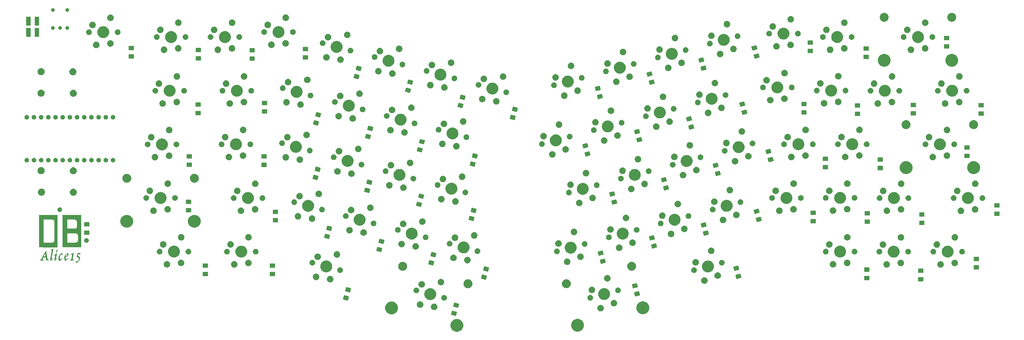
<source format=gbr>
G04 #@! TF.GenerationSoftware,KiCad,Pcbnew,(5.0.0-3-g5ebb6b6)*
G04 #@! TF.CreationDate,2019-09-26T15:54:15+09:00*
G04 #@! TF.ProjectId,dboard_alice15_ver.1,64626F6172645F616C69636531355F76,rev?*
G04 #@! TF.SameCoordinates,Original*
G04 #@! TF.FileFunction,Soldermask,Bot*
G04 #@! TF.FilePolarity,Negative*
%FSLAX46Y46*%
G04 Gerber Fmt 4.6, Leading zero omitted, Abs format (unit mm)*
G04 Created by KiCad (PCBNEW (5.0.0-3-g5ebb6b6)) date 2019 September 26, Thursday 15:54:15*
%MOMM*%
%LPD*%
G01*
G04 APERTURE LIST*
%ADD10C,0.010000*%
%ADD11C,0.100000*%
G04 APERTURE END LIST*
D10*
G04 #@! TO.C,D68*
G36*
X-21411886Y43455665D02*
X-21282141Y43350968D01*
X-21279032Y43241374D01*
X-21402483Y43123613D01*
X-21404056Y43122580D01*
X-21562559Y43062184D01*
X-21659337Y43087399D01*
X-21829730Y43124586D01*
X-21984123Y43048060D01*
X-22114740Y42870846D01*
X-22213802Y42605964D01*
X-22273534Y42266438D01*
X-22287184Y42036119D01*
X-22270016Y41695398D01*
X-22202580Y41470628D01*
X-22085361Y41362171D01*
X-21918846Y41370391D01*
X-21703522Y41495651D01*
X-21636102Y41550420D01*
X-21462272Y41688311D01*
X-21373534Y41736546D01*
X-21371070Y41700803D01*
X-21456064Y41586759D01*
X-21609138Y41421019D01*
X-21864468Y41182470D01*
X-22092611Y41012942D01*
X-22273681Y40926324D01*
X-22329311Y40918000D01*
X-22419036Y40958715D01*
X-22496533Y41023104D01*
X-22649264Y41261621D01*
X-22714867Y41568515D01*
X-22696269Y41922613D01*
X-22596396Y42302743D01*
X-22418174Y42687731D01*
X-22226328Y42978202D01*
X-22059818Y43171633D01*
X-21882755Y43338460D01*
X-21777011Y43415222D01*
X-21622602Y43491579D01*
X-21510203Y43497220D01*
X-21411886Y43455665D01*
X-21411886Y43455665D01*
G37*
X-21411886Y43455665D02*
X-21282141Y43350968D01*
X-21279032Y43241374D01*
X-21402483Y43123613D01*
X-21404056Y43122580D01*
X-21562559Y43062184D01*
X-21659337Y43087399D01*
X-21829730Y43124586D01*
X-21984123Y43048060D01*
X-22114740Y42870846D01*
X-22213802Y42605964D01*
X-22273534Y42266438D01*
X-22287184Y42036119D01*
X-22270016Y41695398D01*
X-22202580Y41470628D01*
X-22085361Y41362171D01*
X-21918846Y41370391D01*
X-21703522Y41495651D01*
X-21636102Y41550420D01*
X-21462272Y41688311D01*
X-21373534Y41736546D01*
X-21371070Y41700803D01*
X-21456064Y41586759D01*
X-21609138Y41421019D01*
X-21864468Y41182470D01*
X-22092611Y41012942D01*
X-22273681Y40926324D01*
X-22329311Y40918000D01*
X-22419036Y40958715D01*
X-22496533Y41023104D01*
X-22649264Y41261621D01*
X-22714867Y41568515D01*
X-22696269Y41922613D01*
X-22596396Y42302743D01*
X-22418174Y42687731D01*
X-22226328Y42978202D01*
X-22059818Y43171633D01*
X-21882755Y43338460D01*
X-21777011Y43415222D01*
X-21622602Y43491579D01*
X-21510203Y43497220D01*
X-21411886Y43455665D01*
G36*
X-27035579Y43962582D02*
X-27024082Y43752156D01*
X-26993423Y43461467D01*
X-26948783Y43134897D01*
X-26913656Y42918250D01*
X-26820488Y42402705D01*
X-26738416Y42000336D01*
X-26662787Y41698301D01*
X-26588948Y41483757D01*
X-26512248Y41343861D01*
X-26428036Y41265769D01*
X-26331657Y41236639D01*
X-26304120Y41235500D01*
X-26185528Y41216102D01*
X-26147000Y41179407D01*
X-26203289Y41116671D01*
X-26345341Y41072689D01*
X-26532932Y41050190D01*
X-26725840Y41051904D01*
X-26883844Y41080562D01*
X-26957806Y41124375D01*
X-27001273Y41221211D01*
X-27058641Y41406544D01*
X-27119033Y41644315D01*
X-27132125Y41702254D01*
X-27242087Y42200758D01*
X-27440669Y42160131D01*
X-27637580Y42124112D01*
X-27867441Y42087598D01*
X-27907720Y42081814D01*
X-28062528Y42052715D01*
X-28158682Y41998671D01*
X-28229962Y41887261D01*
X-28304595Y41700930D01*
X-28388079Y41468577D01*
X-28420202Y41330142D01*
X-28396071Y41261346D01*
X-28310790Y41237913D01*
X-28210750Y41235500D01*
X-28045689Y41214272D01*
X-27993394Y41158094D01*
X-28059814Y41078229D01*
X-28111326Y41047235D01*
X-28269738Y41002452D01*
X-28496036Y40983406D01*
X-28742060Y40988983D01*
X-28959647Y41018068D01*
X-29100635Y41069549D01*
X-29101429Y41070126D01*
X-29171287Y41131562D01*
X-29156093Y41177395D01*
X-29040716Y41235378D01*
X-29002441Y41251654D01*
X-28925645Y41291450D01*
X-28851797Y41351956D01*
X-28771419Y41447914D01*
X-28675036Y41594068D01*
X-28553174Y41805161D01*
X-28396355Y42095937D01*
X-28232027Y42410471D01*
X-27988500Y42410471D01*
X-27933116Y42396961D01*
X-27795852Y42400246D01*
X-27620044Y42415901D01*
X-27449029Y42439503D01*
X-27326141Y42466627D01*
X-27294947Y42481276D01*
X-27293041Y42550937D01*
X-27311956Y42713453D01*
X-27347777Y42937111D01*
X-27358751Y42997970D01*
X-27449358Y43489750D01*
X-27718929Y42972054D01*
X-27837319Y42740207D01*
X-27929234Y42551665D01*
X-27981433Y42434016D01*
X-27988500Y42410471D01*
X-28232027Y42410471D01*
X-28195105Y42481140D01*
X-28124365Y42617867D01*
X-27888620Y43064183D01*
X-27674341Y43450358D01*
X-27489827Y43762305D01*
X-27343378Y43985935D01*
X-27251240Y44099795D01*
X-27036000Y44308414D01*
X-27035579Y43962582D01*
X-27035579Y43962582D01*
G37*
X-27035579Y43962582D02*
X-27024082Y43752156D01*
X-26993423Y43461467D01*
X-26948783Y43134897D01*
X-26913656Y42918250D01*
X-26820488Y42402705D01*
X-26738416Y42000336D01*
X-26662787Y41698301D01*
X-26588948Y41483757D01*
X-26512248Y41343861D01*
X-26428036Y41265769D01*
X-26331657Y41236639D01*
X-26304120Y41235500D01*
X-26185528Y41216102D01*
X-26147000Y41179407D01*
X-26203289Y41116671D01*
X-26345341Y41072689D01*
X-26532932Y41050190D01*
X-26725840Y41051904D01*
X-26883844Y41080562D01*
X-26957806Y41124375D01*
X-27001273Y41221211D01*
X-27058641Y41406544D01*
X-27119033Y41644315D01*
X-27132125Y41702254D01*
X-27242087Y42200758D01*
X-27440669Y42160131D01*
X-27637580Y42124112D01*
X-27867441Y42087598D01*
X-27907720Y42081814D01*
X-28062528Y42052715D01*
X-28158682Y41998671D01*
X-28229962Y41887261D01*
X-28304595Y41700930D01*
X-28388079Y41468577D01*
X-28420202Y41330142D01*
X-28396071Y41261346D01*
X-28310790Y41237913D01*
X-28210750Y41235500D01*
X-28045689Y41214272D01*
X-27993394Y41158094D01*
X-28059814Y41078229D01*
X-28111326Y41047235D01*
X-28269738Y41002452D01*
X-28496036Y40983406D01*
X-28742060Y40988983D01*
X-28959647Y41018068D01*
X-29100635Y41069549D01*
X-29101429Y41070126D01*
X-29171287Y41131562D01*
X-29156093Y41177395D01*
X-29040716Y41235378D01*
X-29002441Y41251654D01*
X-28925645Y41291450D01*
X-28851797Y41351956D01*
X-28771419Y41447914D01*
X-28675036Y41594068D01*
X-28553174Y41805161D01*
X-28396355Y42095937D01*
X-28232027Y42410471D01*
X-27988500Y42410471D01*
X-27933116Y42396961D01*
X-27795852Y42400246D01*
X-27620044Y42415901D01*
X-27449029Y42439503D01*
X-27326141Y42466627D01*
X-27294947Y42481276D01*
X-27293041Y42550937D01*
X-27311956Y42713453D01*
X-27347777Y42937111D01*
X-27358751Y42997970D01*
X-27449358Y43489750D01*
X-27718929Y42972054D01*
X-27837319Y42740207D01*
X-27929234Y42551665D01*
X-27981433Y42434016D01*
X-27988500Y42410471D01*
X-28232027Y42410471D01*
X-28195105Y42481140D01*
X-28124365Y42617867D01*
X-27888620Y43064183D01*
X-27674341Y43450358D01*
X-27489827Y43762305D01*
X-27343378Y43985935D01*
X-27251240Y44099795D01*
X-27036000Y44308414D01*
X-27035579Y43962582D01*
G36*
X-17400239Y43381021D02*
X-17422241Y43240425D01*
X-17460395Y43005673D01*
X-17509602Y42707817D01*
X-17564763Y42377910D01*
X-17572781Y42330279D01*
X-17622691Y42011875D01*
X-17659310Y41733861D01*
X-17679675Y41522558D01*
X-17680817Y41404285D01*
X-17678308Y41393654D01*
X-17591252Y41323000D01*
X-17449493Y41299000D01*
X-17314865Y41281635D01*
X-17257041Y41239736D01*
X-17257000Y41238485D01*
X-17314927Y41177892D01*
X-17466586Y41118015D01*
X-17678797Y41064274D01*
X-17918380Y41022092D01*
X-18152156Y40996889D01*
X-18346942Y40994088D01*
X-18469561Y41019110D01*
X-18490288Y41036971D01*
X-18504636Y41148345D01*
X-18417968Y41222541D01*
X-18334987Y41235500D01*
X-18207325Y41286433D01*
X-18152499Y41350359D01*
X-18109461Y41476434D01*
X-18058216Y41693254D01*
X-18004962Y41965385D01*
X-17955894Y42257389D01*
X-17917210Y42533834D01*
X-17895105Y42759282D01*
X-17892203Y42838875D01*
X-17900155Y42994764D01*
X-17947842Y43061483D01*
X-18070466Y43076785D01*
X-18114250Y43077000D01*
X-18271003Y43095833D01*
X-18334841Y43140966D01*
X-18292638Y43195348D01*
X-18225375Y43221349D01*
X-18110787Y43263609D01*
X-17924633Y43341143D01*
X-17741899Y43421650D01*
X-17369547Y43589791D01*
X-17400239Y43381021D01*
X-17400239Y43381021D01*
G37*
X-17400239Y43381021D02*
X-17422241Y43240425D01*
X-17460395Y43005673D01*
X-17509602Y42707817D01*
X-17564763Y42377910D01*
X-17572781Y42330279D01*
X-17622691Y42011875D01*
X-17659310Y41733861D01*
X-17679675Y41522558D01*
X-17680817Y41404285D01*
X-17678308Y41393654D01*
X-17591252Y41323000D01*
X-17449493Y41299000D01*
X-17314865Y41281635D01*
X-17257041Y41239736D01*
X-17257000Y41238485D01*
X-17314927Y41177892D01*
X-17466586Y41118015D01*
X-17678797Y41064274D01*
X-17918380Y41022092D01*
X-18152156Y40996889D01*
X-18346942Y40994088D01*
X-18469561Y41019110D01*
X-18490288Y41036971D01*
X-18504636Y41148345D01*
X-18417968Y41222541D01*
X-18334987Y41235500D01*
X-18207325Y41286433D01*
X-18152499Y41350359D01*
X-18109461Y41476434D01*
X-18058216Y41693254D01*
X-18004962Y41965385D01*
X-17955894Y42257389D01*
X-17917210Y42533834D01*
X-17895105Y42759282D01*
X-17892203Y42838875D01*
X-17900155Y42994764D01*
X-17947842Y43061483D01*
X-18070466Y43076785D01*
X-18114250Y43077000D01*
X-18271003Y43095833D01*
X-18334841Y43140966D01*
X-18292638Y43195348D01*
X-18225375Y43221349D01*
X-18110787Y43263609D01*
X-17924633Y43341143D01*
X-17741899Y43421650D01*
X-17369547Y43589791D01*
X-17400239Y43381021D01*
G36*
X-24613795Y45116232D02*
X-24584985Y45010561D01*
X-24603266Y44809086D01*
X-24663422Y44501217D01*
X-24708286Y44300956D01*
X-24783797Y43954862D01*
X-24854483Y43602635D01*
X-24911261Y43291079D01*
X-24939728Y43108750D01*
X-24982114Y42818531D01*
X-25030371Y42519577D01*
X-25065572Y42322208D01*
X-25103855Y42079320D01*
X-25127412Y41847493D01*
X-25131000Y41755514D01*
X-25131000Y41530863D01*
X-24972250Y41680000D01*
X-24860823Y41769042D01*
X-24815406Y41770689D01*
X-24828336Y41700995D01*
X-24891949Y41576010D01*
X-24998579Y41411786D01*
X-25140562Y41224373D01*
X-25252725Y41092625D01*
X-25380084Y40963125D01*
X-25462623Y40922608D01*
X-25529911Y40957127D01*
X-25533167Y40960334D01*
X-25566268Y41064248D01*
X-25573982Y41265980D01*
X-25557590Y41539177D01*
X-25518374Y41857491D01*
X-25478085Y42092750D01*
X-25401506Y42501534D01*
X-25325136Y42925921D01*
X-25252528Y43344407D01*
X-25187229Y43735488D01*
X-25132792Y44077657D01*
X-25092765Y44349410D01*
X-25070699Y44529241D01*
X-25067500Y44579936D01*
X-25087012Y44694675D01*
X-25156575Y44707049D01*
X-25168481Y44702838D01*
X-25289763Y44688815D01*
X-25331203Y44702247D01*
X-25313727Y44751599D01*
X-25208909Y44844701D01*
X-25039285Y44961615D01*
X-25034921Y44964351D01*
X-24833548Y45082536D01*
X-24694911Y45136693D01*
X-24613795Y45116232D01*
X-24613795Y45116232D01*
G37*
X-24613795Y45116232D02*
X-24584985Y45010561D01*
X-24603266Y44809086D01*
X-24663422Y44501217D01*
X-24708286Y44300956D01*
X-24783797Y43954862D01*
X-24854483Y43602635D01*
X-24911261Y43291079D01*
X-24939728Y43108750D01*
X-24982114Y42818531D01*
X-25030371Y42519577D01*
X-25065572Y42322208D01*
X-25103855Y42079320D01*
X-25127412Y41847493D01*
X-25131000Y41755514D01*
X-25131000Y41530863D01*
X-24972250Y41680000D01*
X-24860823Y41769042D01*
X-24815406Y41770689D01*
X-24828336Y41700995D01*
X-24891949Y41576010D01*
X-24998579Y41411786D01*
X-25140562Y41224373D01*
X-25252725Y41092625D01*
X-25380084Y40963125D01*
X-25462623Y40922608D01*
X-25529911Y40957127D01*
X-25533167Y40960334D01*
X-25566268Y41064248D01*
X-25573982Y41265980D01*
X-25557590Y41539177D01*
X-25518374Y41857491D01*
X-25478085Y42092750D01*
X-25401506Y42501534D01*
X-25325136Y42925921D01*
X-25252528Y43344407D01*
X-25187229Y43735488D01*
X-25132792Y44077657D01*
X-25092765Y44349410D01*
X-25070699Y44529241D01*
X-25067500Y44579936D01*
X-25087012Y44694675D01*
X-25156575Y44707049D01*
X-25168481Y44702838D01*
X-25289763Y44688815D01*
X-25331203Y44702247D01*
X-25313727Y44751599D01*
X-25208909Y44844701D01*
X-25039285Y44961615D01*
X-25034921Y44964351D01*
X-24833548Y45082536D01*
X-24694911Y45136693D01*
X-24613795Y45116232D01*
G36*
X-19400803Y43476864D02*
X-19384647Y43469735D01*
X-19241049Y43340688D01*
X-19168553Y43141427D01*
X-19172669Y42973247D01*
X-19236115Y42872230D01*
X-19379375Y42729283D01*
X-19573529Y42568091D01*
X-19789653Y42412337D01*
X-19998824Y42285704D01*
X-20035125Y42267023D01*
X-20175527Y42177627D01*
X-20232570Y42063724D01*
X-20241500Y41926373D01*
X-20209558Y41626931D01*
X-20117111Y41437607D01*
X-19969237Y41360983D01*
X-19771007Y41399644D01*
X-19527498Y41556172D01*
X-19522451Y41560317D01*
X-19377711Y41667925D01*
X-19274628Y41723051D01*
X-19247625Y41723291D01*
X-19233429Y41674063D01*
X-19279093Y41596493D01*
X-19397350Y41476106D01*
X-19600930Y41298425D01*
X-19678068Y41233845D01*
X-19942847Y41035407D01*
X-20147502Y40937015D01*
X-20306489Y40935923D01*
X-20434263Y41029380D01*
X-20473422Y41082600D01*
X-20558387Y41293075D01*
X-20605180Y41580106D01*
X-20610225Y41898051D01*
X-20569947Y42201270D01*
X-20563235Y42229239D01*
X-20466118Y42483821D01*
X-20178000Y42483821D01*
X-20165877Y42414827D01*
X-20106494Y42416947D01*
X-20003375Y42466731D01*
X-19820931Y42583323D01*
X-19685875Y42693086D01*
X-19585464Y42838055D01*
X-19544089Y43000848D01*
X-19569579Y43133831D01*
X-19607069Y43172602D01*
X-19742389Y43189600D01*
X-19887930Y43096653D01*
X-20024383Y42907333D01*
X-20046755Y42863520D01*
X-20125772Y42678261D01*
X-20172538Y42526047D01*
X-20178000Y42483821D01*
X-20466118Y42483821D01*
X-20437577Y42558635D01*
X-20238289Y42894245D01*
X-19997289Y43188921D01*
X-19794826Y43364257D01*
X-19627205Y43469132D01*
X-19510873Y43502808D01*
X-19400803Y43476864D01*
X-19400803Y43476864D01*
G37*
X-19400803Y43476864D02*
X-19384647Y43469735D01*
X-19241049Y43340688D01*
X-19168553Y43141427D01*
X-19172669Y42973247D01*
X-19236115Y42872230D01*
X-19379375Y42729283D01*
X-19573529Y42568091D01*
X-19789653Y42412337D01*
X-19998824Y42285704D01*
X-20035125Y42267023D01*
X-20175527Y42177627D01*
X-20232570Y42063724D01*
X-20241500Y41926373D01*
X-20209558Y41626931D01*
X-20117111Y41437607D01*
X-19969237Y41360983D01*
X-19771007Y41399644D01*
X-19527498Y41556172D01*
X-19522451Y41560317D01*
X-19377711Y41667925D01*
X-19274628Y41723051D01*
X-19247625Y41723291D01*
X-19233429Y41674063D01*
X-19279093Y41596493D01*
X-19397350Y41476106D01*
X-19600930Y41298425D01*
X-19678068Y41233845D01*
X-19942847Y41035407D01*
X-20147502Y40937015D01*
X-20306489Y40935923D01*
X-20434263Y41029380D01*
X-20473422Y41082600D01*
X-20558387Y41293075D01*
X-20605180Y41580106D01*
X-20610225Y41898051D01*
X-20569947Y42201270D01*
X-20563235Y42229239D01*
X-20466118Y42483821D01*
X-20178000Y42483821D01*
X-20165877Y42414827D01*
X-20106494Y42416947D01*
X-20003375Y42466731D01*
X-19820931Y42583323D01*
X-19685875Y42693086D01*
X-19585464Y42838055D01*
X-19544089Y43000848D01*
X-19569579Y43133831D01*
X-19607069Y43172602D01*
X-19742389Y43189600D01*
X-19887930Y43096653D01*
X-20024383Y42907333D01*
X-20046755Y42863520D01*
X-20125772Y42678261D01*
X-20172538Y42526047D01*
X-20178000Y42483821D01*
X-20466118Y42483821D01*
X-20437577Y42558635D01*
X-20238289Y42894245D01*
X-19997289Y43188921D01*
X-19794826Y43364257D01*
X-19627205Y43469132D01*
X-19510873Y43502808D01*
X-19400803Y43476864D01*
G36*
X-23099000Y45680500D02*
X-26295167Y45680500D01*
X-26920530Y45681317D01*
X-27507079Y45683662D01*
X-28042619Y45687375D01*
X-28514954Y45692297D01*
X-28911889Y45698268D01*
X-29221229Y45705129D01*
X-29430778Y45712721D01*
X-29528341Y45720883D01*
X-29533667Y45722834D01*
X-29539916Y45791185D01*
X-29545887Y45977453D01*
X-29551512Y46272551D01*
X-29556725Y46667396D01*
X-29561457Y47152903D01*
X-29565642Y47719988D01*
X-29569212Y48359567D01*
X-29572101Y49062555D01*
X-29574239Y49819868D01*
X-29575562Y50622421D01*
X-29576000Y51437834D01*
X-29576000Y55523000D01*
X-27988500Y55523000D01*
X-27988500Y47268000D01*
X-26416875Y47269395D01*
X-25920204Y47270688D01*
X-25533138Y47274346D01*
X-25238285Y47281525D01*
X-25018256Y47293380D01*
X-24855661Y47311066D01*
X-24733110Y47335737D01*
X-24633212Y47368548D01*
X-24579587Y47391405D01*
X-24475903Y47437881D01*
X-24387748Y47482441D01*
X-24313866Y47535156D01*
X-24252996Y47606094D01*
X-24203882Y47705326D01*
X-24165264Y47842920D01*
X-24135886Y48028946D01*
X-24114488Y48273474D01*
X-24099812Y48586572D01*
X-24090601Y48978312D01*
X-24085596Y49458761D01*
X-24083540Y50037989D01*
X-24083173Y50726066D01*
X-24083250Y51363750D01*
X-24083452Y52113578D01*
X-24084290Y52747095D01*
X-24086114Y53274989D01*
X-24089271Y53707952D01*
X-24094112Y54056670D01*
X-24100986Y54331833D01*
X-24110241Y54544131D01*
X-24122227Y54704252D01*
X-24137293Y54822884D01*
X-24155788Y54910718D01*
X-24178061Y54978442D01*
X-24203114Y55034043D01*
X-24388787Y55276156D01*
X-24565709Y55399168D01*
X-24650619Y55437745D01*
X-24746518Y55467420D01*
X-24870440Y55489344D01*
X-25039420Y55504668D01*
X-25270491Y55514543D01*
X-25580689Y55520120D01*
X-25987048Y55522549D01*
X-26398471Y55523001D01*
X-27988500Y55523000D01*
X-29576000Y55523000D01*
X-29576000Y57110500D01*
X-23099000Y57110500D01*
X-23099000Y45680500D01*
X-23099000Y45680500D01*
G37*
X-23099000Y45680500D02*
X-26295167Y45680500D01*
X-26920530Y45681317D01*
X-27507079Y45683662D01*
X-28042619Y45687375D01*
X-28514954Y45692297D01*
X-28911889Y45698268D01*
X-29221229Y45705129D01*
X-29430778Y45712721D01*
X-29528341Y45720883D01*
X-29533667Y45722834D01*
X-29539916Y45791185D01*
X-29545887Y45977453D01*
X-29551512Y46272551D01*
X-29556725Y46667396D01*
X-29561457Y47152903D01*
X-29565642Y47719988D01*
X-29569212Y48359567D01*
X-29572101Y49062555D01*
X-29574239Y49819868D01*
X-29575562Y50622421D01*
X-29576000Y51437834D01*
X-29576000Y55523000D01*
X-27988500Y55523000D01*
X-27988500Y47268000D01*
X-26416875Y47269395D01*
X-25920204Y47270688D01*
X-25533138Y47274346D01*
X-25238285Y47281525D01*
X-25018256Y47293380D01*
X-24855661Y47311066D01*
X-24733110Y47335737D01*
X-24633212Y47368548D01*
X-24579587Y47391405D01*
X-24475903Y47437881D01*
X-24387748Y47482441D01*
X-24313866Y47535156D01*
X-24252996Y47606094D01*
X-24203882Y47705326D01*
X-24165264Y47842920D01*
X-24135886Y48028946D01*
X-24114488Y48273474D01*
X-24099812Y48586572D01*
X-24090601Y48978312D01*
X-24085596Y49458761D01*
X-24083540Y50037989D01*
X-24083173Y50726066D01*
X-24083250Y51363750D01*
X-24083452Y52113578D01*
X-24084290Y52747095D01*
X-24086114Y53274989D01*
X-24089271Y53707952D01*
X-24094112Y54056670D01*
X-24100986Y54331833D01*
X-24110241Y54544131D01*
X-24122227Y54704252D01*
X-24137293Y54822884D01*
X-24155788Y54910718D01*
X-24178061Y54978442D01*
X-24203114Y55034043D01*
X-24388787Y55276156D01*
X-24565709Y55399168D01*
X-24650619Y55437745D01*
X-24746518Y55467420D01*
X-24870440Y55489344D01*
X-25039420Y55504668D01*
X-25270491Y55514543D01*
X-25580689Y55520120D01*
X-25987048Y55522549D01*
X-26398471Y55523001D01*
X-27988500Y55523000D01*
X-29576000Y55523000D01*
X-29576000Y57110500D01*
X-23099000Y57110500D01*
X-23099000Y45680500D01*
G36*
X-23062069Y44703049D02*
X-23007344Y44665216D01*
X-23013652Y44593815D01*
X-23085921Y44455756D01*
X-23103273Y44426380D01*
X-23231974Y44232806D01*
X-23369255Y44058314D01*
X-23394205Y44030944D01*
X-23543500Y43873637D01*
X-23543500Y44053097D01*
X-23515070Y44236257D01*
X-23443673Y44436855D01*
X-23350149Y44608682D01*
X-23255338Y44705528D01*
X-23247748Y44708875D01*
X-23115815Y44716774D01*
X-23062069Y44703049D01*
X-23062069Y44703049D01*
G37*
X-23062069Y44703049D02*
X-23007344Y44665216D01*
X-23013652Y44593815D01*
X-23085921Y44455756D01*
X-23103273Y44426380D01*
X-23231974Y44232806D01*
X-23369255Y44058314D01*
X-23394205Y44030944D01*
X-23543500Y43873637D01*
X-23543500Y44053097D01*
X-23515070Y44236257D01*
X-23443673Y44436855D01*
X-23350149Y44608682D01*
X-23255338Y44705528D01*
X-23247748Y44708875D01*
X-23115815Y44716774D01*
X-23062069Y44703049D01*
G36*
X-14748750Y45712250D02*
X-17960216Y45695800D01*
X-18587122Y45693417D01*
X-19175256Y45692782D01*
X-19712452Y45693796D01*
X-20186541Y45696360D01*
X-20585356Y45700375D01*
X-20896729Y45705743D01*
X-21108493Y45712364D01*
X-21208479Y45720139D01*
X-21214591Y45722258D01*
X-21220926Y45790696D01*
X-21226978Y45977048D01*
X-21232680Y46272229D01*
X-21237963Y46667153D01*
X-21242760Y47152735D01*
X-21243621Y47268000D01*
X-19670000Y47268000D01*
X-18033741Y47268000D01*
X-17536029Y47268253D01*
X-17148847Y47269921D01*
X-16855725Y47274374D01*
X-16640194Y47282979D01*
X-16485783Y47297106D01*
X-16376023Y47318122D01*
X-16294444Y47347396D01*
X-16224576Y47386296D01*
X-16169566Y47422873D01*
X-16013031Y47544872D01*
X-15898240Y47681157D01*
X-15819038Y47852994D01*
X-15769267Y48081650D01*
X-15742772Y48388392D01*
X-15733396Y48794488D01*
X-15733000Y48931017D01*
X-15734835Y49300223D01*
X-15742430Y49568745D01*
X-15758923Y49762872D01*
X-15787453Y49908891D01*
X-15831158Y50033091D01*
X-15875875Y50127921D01*
X-15953088Y50270965D01*
X-16034307Y50384152D01*
X-16134647Y50470967D01*
X-16269225Y50534899D01*
X-16453155Y50579436D01*
X-16701555Y50608065D01*
X-17029539Y50624274D01*
X-17452223Y50631550D01*
X-17984723Y50633381D01*
X-18066625Y50633402D01*
X-19670000Y50633500D01*
X-19670000Y47268000D01*
X-21243621Y47268000D01*
X-21247001Y47719888D01*
X-21250620Y48359528D01*
X-21253548Y49062568D01*
X-21255716Y49819923D01*
X-21257056Y50622508D01*
X-21257500Y51437834D01*
X-21257500Y55523000D01*
X-19670000Y55523000D01*
X-19670000Y52221000D01*
X-18154564Y52221000D01*
X-17676283Y52221465D01*
X-17308182Y52223770D01*
X-17033438Y52229287D01*
X-16835232Y52239385D01*
X-16696744Y52255434D01*
X-16601153Y52278803D01*
X-16531638Y52310862D01*
X-16471380Y52352982D01*
X-16464119Y52358662D01*
X-16338286Y52475309D01*
X-16245884Y52612205D01*
X-16182092Y52789972D01*
X-16142082Y53029227D01*
X-16121032Y53350591D01*
X-16114118Y53774684D01*
X-16114000Y53855077D01*
X-16119503Y54294689D01*
X-16140147Y54628900D01*
X-16182134Y54878991D01*
X-16251667Y55066244D01*
X-16354949Y55211944D01*
X-16498183Y55337372D01*
X-16558468Y55380126D01*
X-16630690Y55426034D01*
X-16706938Y55460890D01*
X-16804870Y55486212D01*
X-16942144Y55503520D01*
X-17136416Y55514334D01*
X-17405345Y55520172D01*
X-17766589Y55522554D01*
X-18218891Y55523001D01*
X-19670000Y55523000D01*
X-21257500Y55523000D01*
X-21257500Y57110500D01*
X-14716322Y57110500D01*
X-14748750Y45712250D01*
X-14748750Y45712250D01*
G37*
X-14748750Y45712250D02*
X-17960216Y45695800D01*
X-18587122Y45693417D01*
X-19175256Y45692782D01*
X-19712452Y45693796D01*
X-20186541Y45696360D01*
X-20585356Y45700375D01*
X-20896729Y45705743D01*
X-21108493Y45712364D01*
X-21208479Y45720139D01*
X-21214591Y45722258D01*
X-21220926Y45790696D01*
X-21226978Y45977048D01*
X-21232680Y46272229D01*
X-21237963Y46667153D01*
X-21242760Y47152735D01*
X-21243621Y47268000D01*
X-19670000Y47268000D01*
X-18033741Y47268000D01*
X-17536029Y47268253D01*
X-17148847Y47269921D01*
X-16855725Y47274374D01*
X-16640194Y47282979D01*
X-16485783Y47297106D01*
X-16376023Y47318122D01*
X-16294444Y47347396D01*
X-16224576Y47386296D01*
X-16169566Y47422873D01*
X-16013031Y47544872D01*
X-15898240Y47681157D01*
X-15819038Y47852994D01*
X-15769267Y48081650D01*
X-15742772Y48388392D01*
X-15733396Y48794488D01*
X-15733000Y48931017D01*
X-15734835Y49300223D01*
X-15742430Y49568745D01*
X-15758923Y49762872D01*
X-15787453Y49908891D01*
X-15831158Y50033091D01*
X-15875875Y50127921D01*
X-15953088Y50270965D01*
X-16034307Y50384152D01*
X-16134647Y50470967D01*
X-16269225Y50534899D01*
X-16453155Y50579436D01*
X-16701555Y50608065D01*
X-17029539Y50624274D01*
X-17452223Y50631550D01*
X-17984723Y50633381D01*
X-18066625Y50633402D01*
X-19670000Y50633500D01*
X-19670000Y47268000D01*
X-21243621Y47268000D01*
X-21247001Y47719888D01*
X-21250620Y48359528D01*
X-21253548Y49062568D01*
X-21255716Y49819923D01*
X-21257056Y50622508D01*
X-21257500Y51437834D01*
X-21257500Y55523000D01*
X-19670000Y55523000D01*
X-19670000Y52221000D01*
X-18154564Y52221000D01*
X-17676283Y52221465D01*
X-17308182Y52223770D01*
X-17033438Y52229287D01*
X-16835232Y52239385D01*
X-16696744Y52255434D01*
X-16601153Y52278803D01*
X-16531638Y52310862D01*
X-16471380Y52352982D01*
X-16464119Y52358662D01*
X-16338286Y52475309D01*
X-16245884Y52612205D01*
X-16182092Y52789972D01*
X-16142082Y53029227D01*
X-16121032Y53350591D01*
X-16114118Y53774684D01*
X-16114000Y53855077D01*
X-16119503Y54294689D01*
X-16140147Y54628900D01*
X-16182134Y54878991D01*
X-16251667Y55066244D01*
X-16354949Y55211944D01*
X-16498183Y55337372D01*
X-16558468Y55380126D01*
X-16630690Y55426034D01*
X-16706938Y55460890D01*
X-16804870Y55486212D01*
X-16942144Y55503520D01*
X-17136416Y55514334D01*
X-17405345Y55520172D01*
X-17766589Y55522554D01*
X-18218891Y55523001D01*
X-19670000Y55523000D01*
X-21257500Y55523000D01*
X-21257500Y57110500D01*
X-14716322Y57110500D01*
X-14748750Y45712250D01*
G36*
X-15074699Y43577872D02*
X-14944684Y43556263D01*
X-14907500Y43526109D01*
X-14955350Y43446808D01*
X-15068276Y43342353D01*
X-15200343Y43249279D01*
X-15305615Y43204121D01*
X-15312939Y43203646D01*
X-15533795Y43168279D01*
X-15740902Y43079690D01*
X-15885708Y42960977D01*
X-15911692Y42918808D01*
X-15957760Y42744978D01*
X-15901245Y42622508D01*
X-15731308Y42532678D01*
X-15678254Y42515626D01*
X-15394776Y42373884D01*
X-15205150Y42156952D01*
X-15116519Y41882432D01*
X-15136030Y41567931D01*
X-15207601Y41355975D01*
X-15330406Y41139661D01*
X-15508641Y40898716D01*
X-15715165Y40663011D01*
X-15922833Y40462419D01*
X-16104501Y40326812D01*
X-16172235Y40294351D01*
X-16344567Y40264185D01*
X-16488381Y40323612D01*
X-16488715Y40323845D01*
X-16583514Y40431834D01*
X-16620450Y40555525D01*
X-16592524Y40649599D01*
X-16542625Y40672876D01*
X-16430032Y40675086D01*
X-16255635Y40669050D01*
X-16222678Y40667177D01*
X-15938096Y40704298D01*
X-15714861Y40845116D01*
X-15563077Y41077121D01*
X-15492852Y41387806D01*
X-15491663Y41571934D01*
X-15508149Y41764021D01*
X-15549202Y41880442D01*
X-15644631Y41965425D01*
X-15821983Y42062036D01*
X-16039431Y42182981D01*
X-16168436Y42294150D01*
X-16219103Y42426255D01*
X-16201538Y42610007D01*
X-16125850Y42876118D01*
X-16108059Y42931357D01*
X-16007298Y43210899D01*
X-15915891Y43388691D01*
X-15821020Y43488032D01*
X-15792630Y43504689D01*
X-15659016Y43545099D01*
X-15469639Y43571376D01*
X-15262275Y43582605D01*
X-15074699Y43577872D01*
X-15074699Y43577872D01*
G37*
X-15074699Y43577872D02*
X-14944684Y43556263D01*
X-14907500Y43526109D01*
X-14955350Y43446808D01*
X-15068276Y43342353D01*
X-15200343Y43249279D01*
X-15305615Y43204121D01*
X-15312939Y43203646D01*
X-15533795Y43168279D01*
X-15740902Y43079690D01*
X-15885708Y42960977D01*
X-15911692Y42918808D01*
X-15957760Y42744978D01*
X-15901245Y42622508D01*
X-15731308Y42532678D01*
X-15678254Y42515626D01*
X-15394776Y42373884D01*
X-15205150Y42156952D01*
X-15116519Y41882432D01*
X-15136030Y41567931D01*
X-15207601Y41355975D01*
X-15330406Y41139661D01*
X-15508641Y40898716D01*
X-15715165Y40663011D01*
X-15922833Y40462419D01*
X-16104501Y40326812D01*
X-16172235Y40294351D01*
X-16344567Y40264185D01*
X-16488381Y40323612D01*
X-16488715Y40323845D01*
X-16583514Y40431834D01*
X-16620450Y40555525D01*
X-16592524Y40649599D01*
X-16542625Y40672876D01*
X-16430032Y40675086D01*
X-16255635Y40669050D01*
X-16222678Y40667177D01*
X-15938096Y40704298D01*
X-15714861Y40845116D01*
X-15563077Y41077121D01*
X-15492852Y41387806D01*
X-15491663Y41571934D01*
X-15508149Y41764021D01*
X-15549202Y41880442D01*
X-15644631Y41965425D01*
X-15821983Y42062036D01*
X-16039431Y42182981D01*
X-16168436Y42294150D01*
X-16219103Y42426255D01*
X-16201538Y42610007D01*
X-16125850Y42876118D01*
X-16108059Y42931357D01*
X-16007298Y43210899D01*
X-15915891Y43388691D01*
X-15821020Y43488032D01*
X-15792630Y43504689D01*
X-15659016Y43545099D01*
X-15469639Y43571376D01*
X-15262275Y43582605D01*
X-15074699Y43577872D01*
G36*
X-23289500Y43463084D02*
X-23303184Y43380342D01*
X-23340169Y43202532D01*
X-23394353Y42958137D01*
X-23442509Y42748709D01*
X-23544650Y42290821D01*
X-23612908Y41939146D01*
X-23646607Y41698037D01*
X-23645068Y41571847D01*
X-23628626Y41553000D01*
X-23553177Y41591126D01*
X-23468736Y41658445D01*
X-23360319Y41740927D01*
X-23324160Y41731720D01*
X-23356990Y41641236D01*
X-23455542Y41479890D01*
X-23578791Y41307742D01*
X-23772466Y41072049D01*
X-23918297Y40947363D01*
X-24022959Y40929988D01*
X-24093127Y41016230D01*
X-24095315Y41021792D01*
X-24098269Y41120280D01*
X-24078156Y41316303D01*
X-24038526Y41583215D01*
X-23982931Y41894374D01*
X-23970631Y41957434D01*
X-23911615Y42265252D01*
X-23865347Y42524982D01*
X-23835763Y42713040D01*
X-23826798Y42805841D01*
X-23828120Y42811287D01*
X-23893404Y42802029D01*
X-23988000Y42759500D01*
X-24117980Y42706243D01*
X-24155522Y42732312D01*
X-24102859Y42832380D01*
X-23962225Y43001120D01*
X-23827607Y43142161D01*
X-23591731Y43365103D01*
X-23421087Y43492280D01*
X-23319284Y43521538D01*
X-23289500Y43463084D01*
X-23289500Y43463084D01*
G37*
X-23289500Y43463084D02*
X-23303184Y43380342D01*
X-23340169Y43202532D01*
X-23394353Y42958137D01*
X-23442509Y42748709D01*
X-23544650Y42290821D01*
X-23612908Y41939146D01*
X-23646607Y41698037D01*
X-23645068Y41571847D01*
X-23628626Y41553000D01*
X-23553177Y41591126D01*
X-23468736Y41658445D01*
X-23360319Y41740927D01*
X-23324160Y41731720D01*
X-23356990Y41641236D01*
X-23455542Y41479890D01*
X-23578791Y41307742D01*
X-23772466Y41072049D01*
X-23918297Y40947363D01*
X-24022959Y40929988D01*
X-24093127Y41016230D01*
X-24095315Y41021792D01*
X-24098269Y41120280D01*
X-24078156Y41316303D01*
X-24038526Y41583215D01*
X-23982931Y41894374D01*
X-23970631Y41957434D01*
X-23911615Y42265252D01*
X-23865347Y42524982D01*
X-23835763Y42713040D01*
X-23826798Y42805841D01*
X-23828120Y42811287D01*
X-23893404Y42802029D01*
X-23988000Y42759500D01*
X-24117980Y42706243D01*
X-24155522Y42732312D01*
X-24102859Y42832380D01*
X-23962225Y43001120D01*
X-23827607Y43142161D01*
X-23591731Y43365103D01*
X-23421087Y43492280D01*
X-23319284Y43521538D01*
X-23289500Y43463084D01*
D11*
G36*
X118757826Y20172632D02*
X119171576Y20001251D01*
X119543944Y19752442D01*
X119860612Y19435774D01*
X120109421Y19063406D01*
X120280802Y18649656D01*
X120368171Y18210423D01*
X120368171Y17762579D01*
X120280802Y17323346D01*
X120109421Y16909596D01*
X119860612Y16537228D01*
X119543944Y16220560D01*
X119171576Y15971751D01*
X118757826Y15800370D01*
X118318593Y15713001D01*
X117870749Y15713001D01*
X117431516Y15800370D01*
X117017766Y15971751D01*
X116645398Y16220560D01*
X116328730Y16537228D01*
X116079921Y16909596D01*
X115908540Y17323346D01*
X115821171Y17762579D01*
X115821171Y18210423D01*
X115908540Y18649656D01*
X116079921Y19063406D01*
X116328730Y19435774D01*
X116645398Y19752442D01*
X117017766Y20001251D01*
X117431516Y20172632D01*
X117870749Y20260001D01*
X118318593Y20260001D01*
X118757826Y20172632D01*
X118757826Y20172632D01*
G37*
G36*
X161418484Y20202632D02*
X161832234Y20031251D01*
X162204602Y19782442D01*
X162521270Y19465774D01*
X162770079Y19093406D01*
X162941460Y18679656D01*
X163028829Y18240423D01*
X163028829Y17792579D01*
X162941460Y17353346D01*
X162770079Y16939596D01*
X162521270Y16567228D01*
X162204602Y16250560D01*
X161832234Y16001751D01*
X161418484Y15830370D01*
X160979251Y15743001D01*
X160531407Y15743001D01*
X160092174Y15830370D01*
X159678424Y16001751D01*
X159306056Y16250560D01*
X158989388Y16567228D01*
X158740579Y16939596D01*
X158569198Y17353346D01*
X158481829Y17792579D01*
X158481829Y18240423D01*
X158569198Y18679656D01*
X158740579Y19093406D01*
X158989388Y19465774D01*
X159306056Y19782442D01*
X159678424Y20031251D01*
X160092174Y20202632D01*
X160531407Y20290001D01*
X160979251Y20290001D01*
X161418484Y20202632D01*
X161418484Y20202632D01*
G37*
G36*
X116579493Y23183597D02*
X116651937Y23164186D01*
X116651941Y23164185D01*
X117923303Y22823525D01*
X117923318Y22823519D01*
X117995747Y22804112D01*
X118035676Y22789084D01*
X118066663Y22769815D01*
X118093296Y22744871D01*
X118114554Y22715205D01*
X118129614Y22681966D01*
X118137900Y22646432D01*
X118139093Y22609955D01*
X118132146Y22567872D01*
X118112735Y22495431D01*
X118112734Y22495422D01*
X117856190Y21537986D01*
X117856188Y21537979D01*
X117836778Y21465542D01*
X117821751Y21425615D01*
X117802478Y21394624D01*
X117777534Y21367991D01*
X117747874Y21346736D01*
X117714629Y21331674D01*
X117679096Y21323388D01*
X117642621Y21322194D01*
X117600535Y21329143D01*
X117528091Y21348554D01*
X117528087Y21348555D01*
X116256725Y21689215D01*
X116256710Y21689221D01*
X116184281Y21708628D01*
X116144352Y21723656D01*
X116113365Y21742925D01*
X116086732Y21767869D01*
X116065474Y21797535D01*
X116050414Y21830774D01*
X116042128Y21866308D01*
X116040935Y21902785D01*
X116047882Y21944868D01*
X116067293Y22017309D01*
X116067294Y22017318D01*
X116323838Y22974754D01*
X116323840Y22974761D01*
X116343250Y23047198D01*
X116358277Y23087125D01*
X116377550Y23118116D01*
X116402494Y23144749D01*
X116432154Y23166004D01*
X116465399Y23181066D01*
X116500932Y23189352D01*
X116537407Y23190546D01*
X116579493Y23183597D01*
X116579493Y23183597D01*
G37*
G36*
X95695381Y26352195D02*
X96109131Y26180814D01*
X96481499Y25932005D01*
X96798167Y25615337D01*
X97046976Y25242969D01*
X97218357Y24829219D01*
X97305726Y24389986D01*
X97305726Y23942142D01*
X97218357Y23502909D01*
X97046976Y23089159D01*
X96798167Y22716791D01*
X96481499Y22400123D01*
X96109131Y22151314D01*
X95695381Y21979933D01*
X95256148Y21892564D01*
X94808304Y21892564D01*
X94369071Y21979933D01*
X93955321Y22151314D01*
X93582953Y22400123D01*
X93266285Y22716791D01*
X93017476Y23089159D01*
X92846095Y23502909D01*
X92758726Y23942142D01*
X92758726Y24389986D01*
X92846095Y24829219D01*
X93017476Y25242969D01*
X93266285Y25615337D01*
X93582953Y25932005D01*
X93955321Y26180814D01*
X94369071Y26352195D01*
X94808304Y26439564D01*
X95256148Y26439564D01*
X95695381Y26352195D01*
X95695381Y26352195D01*
G37*
G36*
X184480929Y26382195D02*
X184894679Y26210814D01*
X185267047Y25962005D01*
X185583715Y25645337D01*
X185832524Y25272969D01*
X186003905Y24859219D01*
X186091274Y24419986D01*
X186091274Y23972142D01*
X186003905Y23532909D01*
X185832524Y23119159D01*
X185583715Y22746791D01*
X185267047Y22430123D01*
X184894679Y22181314D01*
X184480929Y22009933D01*
X184041696Y21922564D01*
X183593852Y21922564D01*
X183154619Y22009933D01*
X182740869Y22181314D01*
X182368501Y22430123D01*
X182051833Y22746791D01*
X181803024Y23119159D01*
X181631643Y23532909D01*
X181544274Y23972142D01*
X181544274Y24419986D01*
X181631643Y24859219D01*
X181803024Y25272969D01*
X182051833Y25645337D01*
X182368501Y25962005D01*
X182740869Y26210814D01*
X183154619Y26382195D01*
X183593852Y26469564D01*
X184041696Y26469564D01*
X184480929Y26382195D01*
X184480929Y26382195D01*
G37*
G36*
X169235605Y25193054D02*
X169445073Y25106290D01*
X169633594Y24980324D01*
X169793909Y24820009D01*
X169919875Y24631488D01*
X170006639Y24422020D01*
X170050871Y24199651D01*
X170050871Y23972921D01*
X170006639Y23750552D01*
X169919875Y23541084D01*
X169793909Y23352563D01*
X169633594Y23192248D01*
X169445073Y23066282D01*
X169235605Y22979518D01*
X169013236Y22935286D01*
X168786506Y22935286D01*
X168564137Y22979518D01*
X168354669Y23066282D01*
X168166148Y23192248D01*
X168005833Y23352563D01*
X167879867Y23541084D01*
X167793103Y23750552D01*
X167748871Y23972921D01*
X167748871Y24199651D01*
X167793103Y24422020D01*
X167879867Y24631488D01*
X168005833Y24820009D01*
X168166148Y24980324D01*
X168354669Y25106290D01*
X168564137Y25193054D01*
X168786506Y25237286D01*
X169013236Y25237286D01*
X169235605Y25193054D01*
X169235605Y25193054D01*
G37*
G36*
X110415272Y25646017D02*
X110624740Y25559253D01*
X110813261Y25433287D01*
X110973576Y25272972D01*
X111099542Y25084451D01*
X111186306Y24874983D01*
X111230538Y24652614D01*
X111230538Y24425884D01*
X111186306Y24203515D01*
X111099542Y23994047D01*
X110973576Y23805526D01*
X110813261Y23645211D01*
X110624740Y23519245D01*
X110415272Y23432481D01*
X110192903Y23388249D01*
X109966173Y23388249D01*
X109743804Y23432481D01*
X109534336Y23519245D01*
X109345815Y23645211D01*
X109185500Y23805526D01*
X109059534Y23994047D01*
X108972770Y24203515D01*
X108928538Y24425884D01*
X108928538Y24652614D01*
X108972770Y24874983D01*
X109059534Y25084451D01*
X109185500Y25272972D01*
X109345815Y25433287D01*
X109534336Y25559253D01*
X109743804Y25646017D01*
X109966173Y25690249D01*
X110192903Y25690249D01*
X110415272Y25646017D01*
X110415272Y25646017D01*
G37*
G36*
X117349479Y26057227D02*
X117421923Y26037816D01*
X117421927Y26037815D01*
X118693289Y25697155D01*
X118693304Y25697149D01*
X118765733Y25677742D01*
X118805662Y25662714D01*
X118836649Y25643445D01*
X118863282Y25618501D01*
X118884540Y25588835D01*
X118899600Y25555596D01*
X118907886Y25520062D01*
X118909079Y25483585D01*
X118902132Y25441502D01*
X118882721Y25369061D01*
X118882720Y25369052D01*
X118626176Y24411616D01*
X118626174Y24411609D01*
X118606764Y24339172D01*
X118591737Y24299245D01*
X118572464Y24268254D01*
X118547520Y24241621D01*
X118517860Y24220366D01*
X118484615Y24205304D01*
X118449082Y24197018D01*
X118412607Y24195824D01*
X118370521Y24202773D01*
X118298077Y24222184D01*
X118298073Y24222185D01*
X117026711Y24562845D01*
X117026696Y24562851D01*
X116954267Y24582258D01*
X116914338Y24597286D01*
X116883351Y24616555D01*
X116856718Y24641499D01*
X116835460Y24671165D01*
X116820400Y24704404D01*
X116812114Y24739938D01*
X116810921Y24776415D01*
X116817868Y24818498D01*
X116837279Y24890939D01*
X116837280Y24890948D01*
X117093824Y25848384D01*
X117093826Y25848391D01*
X117113236Y25920828D01*
X117128263Y25960755D01*
X117147536Y25991746D01*
X117172480Y26018379D01*
X117202140Y26039634D01*
X117235385Y26054696D01*
X117270918Y26062982D01*
X117307393Y26064176D01*
X117349479Y26057227D01*
X117349479Y26057227D01*
G37*
G36*
X105456234Y26457149D02*
X105665702Y26370385D01*
X105854223Y26244419D01*
X106014538Y26084104D01*
X106140504Y25895583D01*
X106227268Y25686115D01*
X106271500Y25463746D01*
X106271500Y25237016D01*
X106227268Y25014647D01*
X106140504Y24805179D01*
X106014538Y24616658D01*
X105854223Y24456343D01*
X105665702Y24330377D01*
X105456234Y24243613D01*
X105233865Y24199381D01*
X105007135Y24199381D01*
X104784766Y24243613D01*
X104575298Y24330377D01*
X104386777Y24456343D01*
X104226462Y24616658D01*
X104100496Y24805179D01*
X104013732Y25014647D01*
X103969500Y25237016D01*
X103969500Y25463746D01*
X104013732Y25686115D01*
X104100496Y25895583D01*
X104226462Y26084104D01*
X104386777Y26244419D01*
X104575298Y26370385D01*
X104784766Y26457149D01*
X105007135Y26501381D01*
X105233865Y26501381D01*
X105456234Y26457149D01*
X105456234Y26457149D01*
G37*
G36*
X173935825Y26970112D02*
X174145293Y26883348D01*
X174333814Y26757382D01*
X174494129Y26597067D01*
X174620095Y26408546D01*
X174706859Y26199078D01*
X174751091Y25976709D01*
X174751091Y25749979D01*
X174706859Y25527610D01*
X174620095Y25318142D01*
X174494129Y25129621D01*
X174333814Y24969306D01*
X174145293Y24843340D01*
X173935825Y24756576D01*
X173713456Y24712344D01*
X173486726Y24712344D01*
X173264357Y24756576D01*
X173054889Y24843340D01*
X172866368Y24969306D01*
X172706053Y25129621D01*
X172580087Y25318142D01*
X172493323Y25527610D01*
X172449091Y25749979D01*
X172449091Y25976709D01*
X172493323Y26199078D01*
X172580087Y26408546D01*
X172706053Y26597067D01*
X172866368Y26757382D01*
X173054889Y26883348D01*
X173264357Y26970112D01*
X173486726Y27014344D01*
X173713456Y27014344D01*
X173935825Y26970112D01*
X173935825Y26970112D01*
G37*
G36*
X113898884Y28697731D02*
X114081053Y28622274D01*
X114245006Y28512724D01*
X114384428Y28373302D01*
X114493978Y28209349D01*
X114569435Y28027180D01*
X114607903Y27833789D01*
X114607903Y27636609D01*
X114569435Y27443218D01*
X114493978Y27261049D01*
X114384428Y27097096D01*
X114245006Y26957674D01*
X114081053Y26848124D01*
X113898884Y26772667D01*
X113705493Y26734199D01*
X113508313Y26734199D01*
X113314922Y26772667D01*
X113132753Y26848124D01*
X112968800Y26957674D01*
X112829378Y27097096D01*
X112719828Y27261049D01*
X112644371Y27443218D01*
X112605903Y27636609D01*
X112605903Y27833789D01*
X112644371Y28027180D01*
X112719828Y28209349D01*
X112829378Y28373302D01*
X112968800Y28512724D01*
X113132753Y28622274D01*
X113314922Y28697731D01*
X113508313Y28736199D01*
X113705493Y28736199D01*
X113898884Y28697731D01*
X113898884Y28697731D01*
G37*
G36*
X78389493Y28623597D02*
X78461937Y28604186D01*
X78461941Y28604185D01*
X79733303Y28263525D01*
X79733318Y28263519D01*
X79805747Y28244112D01*
X79845676Y28229084D01*
X79876663Y28209815D01*
X79903296Y28184871D01*
X79924554Y28155205D01*
X79939614Y28121966D01*
X79947900Y28086432D01*
X79949093Y28049955D01*
X79942146Y28007872D01*
X79922735Y27935431D01*
X79922734Y27935422D01*
X79666190Y26977986D01*
X79666188Y26977979D01*
X79646778Y26905542D01*
X79631751Y26865615D01*
X79612478Y26834624D01*
X79587534Y26807991D01*
X79557874Y26786736D01*
X79524629Y26771674D01*
X79489096Y26763388D01*
X79452621Y26762194D01*
X79410535Y26769143D01*
X79338091Y26788554D01*
X79338087Y26788555D01*
X78066725Y27129215D01*
X78066710Y27129221D01*
X77994281Y27148628D01*
X77954352Y27163656D01*
X77923365Y27182925D01*
X77896732Y27207869D01*
X77875474Y27237535D01*
X77860414Y27270774D01*
X77852128Y27306308D01*
X77850935Y27342785D01*
X77857882Y27384868D01*
X77877293Y27457309D01*
X77877294Y27457318D01*
X78133838Y28414754D01*
X78133840Y28414761D01*
X78153250Y28487198D01*
X78168277Y28527125D01*
X78187550Y28558116D01*
X78212494Y28584749D01*
X78242154Y28606004D01*
X78275399Y28621066D01*
X78310932Y28629352D01*
X78347407Y28630546D01*
X78389493Y28623597D01*
X78389493Y28623597D01*
G37*
G36*
X165535078Y28727731D02*
X165717247Y28652274D01*
X165881200Y28542724D01*
X166020622Y28403302D01*
X166130172Y28239349D01*
X166205629Y28057180D01*
X166244097Y27863789D01*
X166244097Y27666609D01*
X166205629Y27473218D01*
X166130172Y27291049D01*
X166020622Y27127096D01*
X165881200Y26987674D01*
X165717247Y26878124D01*
X165535078Y26802667D01*
X165341687Y26764199D01*
X165144507Y26764199D01*
X164951116Y26802667D01*
X164768947Y26878124D01*
X164604994Y26987674D01*
X164465572Y27127096D01*
X164356022Y27291049D01*
X164280565Y27473218D01*
X164242097Y27666609D01*
X164242097Y27863789D01*
X164280565Y28057180D01*
X164356022Y28239349D01*
X164465572Y28403302D01*
X164604994Y28542724D01*
X164768947Y28652274D01*
X164951116Y28727731D01*
X165144507Y28766199D01*
X165341687Y28766199D01*
X165535078Y28727731D01*
X165535078Y28727731D01*
G37*
G36*
X109149681Y31102714D02*
X109312839Y31070260D01*
X109452680Y31012336D01*
X109695196Y30911883D01*
X110039313Y30681951D01*
X110331951Y30389313D01*
X110561883Y30045196D01*
X110613471Y29920651D01*
X110720260Y29662839D01*
X110727813Y29624869D01*
X110801000Y29256932D01*
X110801000Y28843068D01*
X110754843Y28611021D01*
X110720260Y28437161D01*
X110693807Y28373299D01*
X110561883Y28054804D01*
X110331951Y27710687D01*
X110039313Y27418049D01*
X109695196Y27188117D01*
X109547877Y27127096D01*
X109312839Y27029740D01*
X109177536Y27002827D01*
X108906932Y26949000D01*
X108493068Y26949000D01*
X108222464Y27002827D01*
X108087161Y27029740D01*
X107852123Y27127096D01*
X107704804Y27188117D01*
X107360687Y27418049D01*
X107068049Y27710687D01*
X106838117Y28054804D01*
X106706193Y28373299D01*
X106679740Y28437161D01*
X106645157Y28611021D01*
X106599000Y28843068D01*
X106599000Y29256932D01*
X106672187Y29624869D01*
X106679740Y29662839D01*
X106786529Y29920651D01*
X106838117Y30045196D01*
X107068049Y30389313D01*
X107360687Y30681951D01*
X107704804Y30911883D01*
X107947320Y31012336D01*
X108087161Y31070260D01*
X108250319Y31102714D01*
X108493068Y31151000D01*
X108906932Y31151000D01*
X109149681Y31102714D01*
X109149681Y31102714D01*
G37*
G36*
X170577355Y31137155D02*
X170762839Y31100260D01*
X170821830Y31075825D01*
X171145196Y30941883D01*
X171489313Y30711951D01*
X171781951Y30419313D01*
X172011883Y30075196D01*
X172048484Y29986832D01*
X172170260Y29692839D01*
X172178818Y29649813D01*
X172251000Y29286932D01*
X172251000Y28873068D01*
X172199756Y28615447D01*
X172170260Y28467161D01*
X172143807Y28403299D01*
X172011883Y28084804D01*
X171781951Y27740687D01*
X171489313Y27448049D01*
X171145196Y27218117D01*
X170975227Y27147714D01*
X170762839Y27059740D01*
X170627536Y27032827D01*
X170356932Y26979000D01*
X169943068Y26979000D01*
X169672464Y27032827D01*
X169537161Y27059740D01*
X169324773Y27147714D01*
X169154804Y27218117D01*
X168810687Y27448049D01*
X168518049Y27740687D01*
X168288117Y28084804D01*
X168156193Y28403299D01*
X168129740Y28467161D01*
X168100244Y28615447D01*
X168049000Y28873068D01*
X168049000Y29286932D01*
X168121182Y29649813D01*
X168129740Y29692839D01*
X168251516Y29986832D01*
X168288117Y30075196D01*
X168518049Y30419313D01*
X168810687Y30711951D01*
X169154804Y30941883D01*
X169478170Y31075825D01*
X169537161Y31100260D01*
X169722645Y31137155D01*
X169943068Y31181000D01*
X170356932Y31181000D01*
X170577355Y31137155D01*
X170577355Y31137155D01*
G37*
G36*
X182369069Y30069352D02*
X182404603Y30061066D01*
X182437842Y30046006D01*
X182467508Y30024748D01*
X182492452Y29998115D01*
X182511721Y29967128D01*
X182526749Y29927199D01*
X182546157Y29854767D01*
X182546162Y29854754D01*
X182802706Y28897318D01*
X182802708Y28897307D01*
X182822117Y28824871D01*
X182829066Y28782784D01*
X182827872Y28746309D01*
X182819586Y28710776D01*
X182804524Y28677531D01*
X182783269Y28647871D01*
X182756636Y28622927D01*
X182725645Y28603654D01*
X182685718Y28588627D01*
X182613284Y28569218D01*
X182613275Y28569215D01*
X181472423Y28263525D01*
X181269463Y28209142D01*
X181227380Y28202195D01*
X181190903Y28203388D01*
X181155369Y28211674D01*
X181122130Y28226734D01*
X181092464Y28247992D01*
X181067520Y28274625D01*
X181048251Y28305612D01*
X181033223Y28345541D01*
X181013815Y28417973D01*
X181013810Y28417986D01*
X180757266Y29375422D01*
X180757264Y29375433D01*
X180737855Y29447869D01*
X180730906Y29489956D01*
X180732100Y29526431D01*
X180740386Y29561964D01*
X180755448Y29595209D01*
X180776703Y29624869D01*
X180803336Y29649813D01*
X180834327Y29669086D01*
X180874254Y29684113D01*
X180946688Y29703522D01*
X180946697Y29703525D01*
X182153522Y30026892D01*
X182290509Y30063598D01*
X182332592Y30070545D01*
X182369069Y30069352D01*
X182369069Y30069352D01*
G37*
G36*
X104085078Y31327333D02*
X104267247Y31251876D01*
X104431200Y31142326D01*
X104570622Y31002904D01*
X104680172Y30838951D01*
X104755629Y30656782D01*
X104794097Y30463391D01*
X104794097Y30266211D01*
X104755629Y30072820D01*
X104680172Y29890651D01*
X104570622Y29726698D01*
X104431200Y29587276D01*
X104267247Y29477726D01*
X104157504Y29432269D01*
X104085078Y29402269D01*
X103891687Y29363801D01*
X103694507Y29363801D01*
X103501116Y29402269D01*
X103428690Y29432269D01*
X103318947Y29477726D01*
X103154994Y29587276D01*
X103015572Y29726698D01*
X102906022Y29890651D01*
X102830565Y30072820D01*
X102792097Y30266211D01*
X102792097Y30463391D01*
X102830565Y30656782D01*
X102906022Y30838951D01*
X103015572Y31002904D01*
X103154994Y31142326D01*
X103318947Y31251876D01*
X103501116Y31327333D01*
X103694507Y31365801D01*
X103891687Y31365801D01*
X104085078Y31327333D01*
X104085078Y31327333D01*
G37*
G36*
X175348884Y31357333D02*
X175531053Y31281876D01*
X175695006Y31172326D01*
X175834428Y31032904D01*
X175943978Y30868951D01*
X176019435Y30686782D01*
X176057903Y30493391D01*
X176057903Y30296211D01*
X176019435Y30102820D01*
X175943978Y29920651D01*
X175834428Y29756698D01*
X175695006Y29617276D01*
X175531053Y29507726D01*
X175368956Y29440583D01*
X175348884Y29432269D01*
X175155493Y29393801D01*
X174958313Y29393801D01*
X174764922Y29432269D01*
X174744850Y29440583D01*
X174582753Y29507726D01*
X174418800Y29617276D01*
X174279378Y29756698D01*
X174169828Y29920651D01*
X174094371Y30102820D01*
X174055903Y30296211D01*
X174055903Y30493391D01*
X174094371Y30686782D01*
X174169828Y30868951D01*
X174279378Y31032904D01*
X174418800Y31172326D01*
X174582753Y31281876D01*
X174764922Y31357333D01*
X174958313Y31395801D01*
X175155493Y31395801D01*
X175348884Y31357333D01*
X175348884Y31357333D01*
G37*
G36*
X166148156Y31654119D02*
X166357624Y31567355D01*
X166546145Y31441389D01*
X166706460Y31281074D01*
X166832426Y31092553D01*
X166919190Y30883085D01*
X166963422Y30660716D01*
X166963422Y30433986D01*
X166919190Y30211617D01*
X166832426Y30002149D01*
X166706460Y29813628D01*
X166546145Y29653313D01*
X166357624Y29527347D01*
X166148156Y29440583D01*
X165925787Y29396351D01*
X165699057Y29396351D01*
X165476688Y29440583D01*
X165267220Y29527347D01*
X165078699Y29653313D01*
X164918384Y29813628D01*
X164792418Y30002149D01*
X164705654Y30211617D01*
X164661422Y30433986D01*
X164661422Y30660716D01*
X164705654Y30883085D01*
X164792418Y31092553D01*
X164918384Y31281074D01*
X165078699Y31441389D01*
X165267220Y31567355D01*
X165476688Y31654119D01*
X165699057Y31698351D01*
X165925787Y31698351D01*
X166148156Y31654119D01*
X166148156Y31654119D01*
G37*
G36*
X79159479Y31497227D02*
X79231923Y31477816D01*
X79231927Y31477815D01*
X80503289Y31137155D01*
X80503304Y31137149D01*
X80575733Y31117742D01*
X80615662Y31102714D01*
X80646649Y31083445D01*
X80673282Y31058501D01*
X80694540Y31028835D01*
X80709600Y30995596D01*
X80717886Y30960062D01*
X80719079Y30923585D01*
X80712132Y30881502D01*
X80692721Y30809061D01*
X80692720Y30809052D01*
X80436176Y29851616D01*
X80436174Y29851609D01*
X80416764Y29779172D01*
X80401737Y29739245D01*
X80382464Y29708254D01*
X80357520Y29681621D01*
X80327860Y29660366D01*
X80294615Y29645304D01*
X80259082Y29637018D01*
X80222607Y29635824D01*
X80180521Y29642773D01*
X80108077Y29662184D01*
X80108073Y29662185D01*
X78836711Y30002845D01*
X78836696Y30002851D01*
X78764267Y30022258D01*
X78724338Y30037286D01*
X78693351Y30056555D01*
X78666718Y30081499D01*
X78645460Y30111165D01*
X78630400Y30144404D01*
X78622114Y30179938D01*
X78620921Y30216415D01*
X78627868Y30258498D01*
X78647279Y30330939D01*
X78647280Y30330948D01*
X78903824Y31288384D01*
X78903826Y31288391D01*
X78923236Y31360828D01*
X78938263Y31400755D01*
X78957536Y31431746D01*
X78982480Y31458379D01*
X79012140Y31479634D01*
X79045385Y31494696D01*
X79080918Y31502982D01*
X79117393Y31504176D01*
X79159479Y31497227D01*
X79159479Y31497227D01*
G37*
G36*
X181599083Y32942982D02*
X181634617Y32934696D01*
X181667856Y32919636D01*
X181697522Y32898378D01*
X181722466Y32871745D01*
X181741735Y32840758D01*
X181756763Y32800829D01*
X181776171Y32728397D01*
X181776176Y32728384D01*
X182032720Y31770948D01*
X182032722Y31770937D01*
X182052131Y31698501D01*
X182059080Y31656414D01*
X182057886Y31619939D01*
X182049600Y31584406D01*
X182034538Y31551161D01*
X182013283Y31521501D01*
X181986650Y31496557D01*
X181955659Y31477284D01*
X181915732Y31462257D01*
X181843298Y31442848D01*
X181843289Y31442845D01*
X180721743Y31142328D01*
X180499477Y31082772D01*
X180457394Y31075825D01*
X180420917Y31077018D01*
X180385383Y31085304D01*
X180352144Y31100364D01*
X180322478Y31121622D01*
X180297534Y31148255D01*
X180278265Y31179242D01*
X180263237Y31219171D01*
X180243829Y31291603D01*
X180243824Y31291616D01*
X179987280Y32249052D01*
X179987278Y32249063D01*
X179967869Y32321499D01*
X179960920Y32363586D01*
X179962114Y32400061D01*
X179970400Y32435594D01*
X179985462Y32468839D01*
X180006717Y32498499D01*
X180033350Y32523443D01*
X180064341Y32542716D01*
X180104268Y32557743D01*
X180176702Y32577152D01*
X180176711Y32577155D01*
X181383536Y32900522D01*
X181520523Y32937228D01*
X181562606Y32944175D01*
X181599083Y32942982D01*
X181599083Y32942982D01*
G37*
G36*
X122284550Y34264238D02*
X122498485Y34221684D01*
X122594242Y34182020D01*
X122785115Y34102958D01*
X123043081Y33930591D01*
X123262455Y33711217D01*
X123434822Y33453251D01*
X123463676Y33383590D01*
X123545464Y33186138D01*
X123553548Y33166620D01*
X123614074Y32862335D01*
X123614074Y32552085D01*
X123584909Y32405465D01*
X123553548Y32247799D01*
X123514620Y32153818D01*
X123434822Y31961169D01*
X123262455Y31703203D01*
X123043081Y31483829D01*
X122785115Y31311462D01*
X122711744Y31281071D01*
X122498485Y31192736D01*
X122395886Y31172328D01*
X122194199Y31132210D01*
X121883949Y31132210D01*
X121682262Y31172328D01*
X121579663Y31192736D01*
X121366404Y31281071D01*
X121293033Y31311462D01*
X121035067Y31483829D01*
X120815693Y31703203D01*
X120643326Y31961169D01*
X120563528Y32153818D01*
X120524600Y32247799D01*
X120493239Y32405465D01*
X120464074Y32552085D01*
X120464074Y32862335D01*
X120524600Y33166620D01*
X120532685Y33186138D01*
X120614472Y33383590D01*
X120643326Y33453251D01*
X120815693Y33711217D01*
X121035067Y33930591D01*
X121293033Y34102958D01*
X121483906Y34182020D01*
X121579663Y34221684D01*
X121793598Y34264238D01*
X121883949Y34282210D01*
X122194199Y34282210D01*
X122284550Y34264238D01*
X122284550Y34264238D01*
G37*
G36*
X157100120Y34285542D02*
X157270337Y34251684D01*
X157332565Y34225908D01*
X157556967Y34132958D01*
X157814933Y33960591D01*
X158034307Y33741217D01*
X158206674Y33483251D01*
X158222431Y33445209D01*
X158325400Y33196621D01*
X158342119Y33112566D01*
X158385926Y32892335D01*
X158385926Y32582085D01*
X158378095Y32542716D01*
X158325400Y32277799D01*
X158290165Y32192735D01*
X158206674Y31991169D01*
X158034307Y31733203D01*
X157814933Y31513829D01*
X157556967Y31341462D01*
X157389063Y31271914D01*
X157270337Y31222736D01*
X157252414Y31219171D01*
X156966051Y31162210D01*
X156655801Y31162210D01*
X156369438Y31219171D01*
X156351515Y31222736D01*
X156232789Y31271914D01*
X156064885Y31341462D01*
X155806919Y31513829D01*
X155587545Y31733203D01*
X155415178Y31991169D01*
X155331687Y32192735D01*
X155296452Y32277799D01*
X155243757Y32542716D01*
X155235926Y32582085D01*
X155235926Y32892335D01*
X155279733Y33112566D01*
X155296452Y33196621D01*
X155399421Y33445209D01*
X155415178Y33483251D01*
X155587545Y33741217D01*
X155806919Y33960591D01*
X156064885Y34132958D01*
X156289287Y34225908D01*
X156351515Y34251684D01*
X156521732Y34285542D01*
X156655801Y34312210D01*
X156966051Y34312210D01*
X157100120Y34285542D01*
X157100120Y34285542D01*
G37*
G36*
X106012957Y33596320D02*
X106222425Y33509556D01*
X106410946Y33383590D01*
X106571261Y33223275D01*
X106697227Y33034754D01*
X106783991Y32825286D01*
X106828223Y32602917D01*
X106828223Y32376187D01*
X106783991Y32153818D01*
X106697227Y31944350D01*
X106571261Y31755829D01*
X106410946Y31595514D01*
X106222425Y31469548D01*
X106012957Y31382784D01*
X105790588Y31338552D01*
X105563858Y31338552D01*
X105341489Y31382784D01*
X105132021Y31469548D01*
X104943500Y31595514D01*
X104783185Y31755829D01*
X104657219Y31944350D01*
X104570455Y32153818D01*
X104526223Y32376187D01*
X104526223Y32602917D01*
X104570455Y32825286D01*
X104657219Y33034754D01*
X104783185Y33223275D01*
X104943500Y33383590D01*
X105132021Y33509556D01*
X105341489Y33596320D01*
X105563858Y33640552D01*
X105790588Y33640552D01*
X106012957Y33596320D01*
X106012957Y33596320D01*
G37*
G36*
X112803986Y34406271D02*
X113013454Y34319507D01*
X113201975Y34193541D01*
X113362290Y34033226D01*
X113488256Y33844705D01*
X113575020Y33635237D01*
X113619252Y33412868D01*
X113619252Y33186138D01*
X113575020Y32963769D01*
X113488256Y32754301D01*
X113362290Y32565780D01*
X113201975Y32405465D01*
X113013454Y32279499D01*
X112803986Y32192735D01*
X112581617Y32148503D01*
X112354887Y32148503D01*
X112132518Y32192735D01*
X111923050Y32279499D01*
X111734529Y32405465D01*
X111574214Y32565780D01*
X111448248Y32754301D01*
X111361484Y32963769D01*
X111317252Y33186138D01*
X111317252Y33412868D01*
X111361484Y33635237D01*
X111448248Y33844705D01*
X111574214Y34033226D01*
X111734529Y34193541D01*
X111923050Y34319507D01*
X112132518Y34406271D01*
X112354887Y34450503D01*
X112581617Y34450503D01*
X112803986Y34406271D01*
X112803986Y34406271D01*
G37*
G36*
X205915605Y34953054D02*
X206125073Y34866290D01*
X206313594Y34740324D01*
X206473909Y34580009D01*
X206599875Y34391488D01*
X206686639Y34182020D01*
X206730871Y33959651D01*
X206730871Y33732921D01*
X206686639Y33510552D01*
X206599875Y33301084D01*
X206473909Y33112563D01*
X206313594Y32952248D01*
X206125073Y32826282D01*
X205915605Y32739518D01*
X205693236Y32695286D01*
X205466506Y32695286D01*
X205244137Y32739518D01*
X205034669Y32826282D01*
X204846148Y32952248D01*
X204685833Y33112563D01*
X204559867Y33301084D01*
X204473103Y33510552D01*
X204428871Y33732921D01*
X204428871Y33959651D01*
X204473103Y34182020D01*
X204559867Y34391488D01*
X204685833Y34580009D01*
X204846148Y34740324D01*
X205034669Y34866290D01*
X205244137Y34953054D01*
X205466506Y34997286D01*
X205693236Y34997286D01*
X205915605Y34953054D01*
X205915605Y34953054D01*
G37*
G36*
X73665272Y35446017D02*
X73874740Y35359253D01*
X74063261Y35233287D01*
X74223576Y35072972D01*
X74349542Y34884451D01*
X74436306Y34674983D01*
X74480538Y34452614D01*
X74480538Y34225884D01*
X74436306Y34003515D01*
X74349542Y33794047D01*
X74223576Y33605526D01*
X74063261Y33445211D01*
X73874740Y33319245D01*
X73665272Y33232481D01*
X73442903Y33188249D01*
X73216173Y33188249D01*
X72993804Y33232481D01*
X72784336Y33319245D01*
X72595815Y33445211D01*
X72435500Y33605526D01*
X72309534Y33794047D01*
X72222770Y34003515D01*
X72178538Y34225884D01*
X72178538Y34452614D01*
X72222770Y34674983D01*
X72309534Y34884451D01*
X72435500Y35072972D01*
X72595815Y35233287D01*
X72784336Y35359253D01*
X72993804Y35446017D01*
X73216173Y35490249D01*
X73442903Y35490249D01*
X73665272Y35446017D01*
X73665272Y35446017D01*
G37*
G36*
X171624385Y35751072D02*
X171833853Y35664308D01*
X172022374Y35538342D01*
X172182689Y35378027D01*
X172308655Y35189506D01*
X172395419Y34980038D01*
X172439651Y34757669D01*
X172439651Y34530939D01*
X172395419Y34308570D01*
X172308655Y34099102D01*
X172182689Y33910581D01*
X172022374Y33750266D01*
X171833853Y33624300D01*
X171624385Y33537536D01*
X171402016Y33493304D01*
X171175286Y33493304D01*
X170952917Y33537536D01*
X170743449Y33624300D01*
X170554928Y33750266D01*
X170394613Y33910581D01*
X170268647Y34099102D01*
X170181883Y34308570D01*
X170137651Y34530939D01*
X170137651Y34757669D01*
X170181883Y34980038D01*
X170268647Y35189506D01*
X170394613Y35378027D01*
X170554928Y35538342D01*
X170743449Y35664308D01*
X170952917Y35751072D01*
X171175286Y35795304D01*
X171402016Y35795304D01*
X171624385Y35751072D01*
X171624385Y35751072D01*
G37*
G36*
X282785562Y35094319D02*
X282820477Y35083727D01*
X282852665Y35066522D01*
X282880873Y35043373D01*
X282904022Y35015165D01*
X282921227Y34982977D01*
X282931819Y34948062D01*
X282936000Y34905605D01*
X282936000Y33764395D01*
X282931819Y33721938D01*
X282921227Y33687023D01*
X282904022Y33654835D01*
X282880873Y33626627D01*
X282852665Y33603478D01*
X282820477Y33586273D01*
X282785562Y33575681D01*
X282743105Y33571500D01*
X281276895Y33571500D01*
X281234438Y33575681D01*
X281199523Y33586273D01*
X281167335Y33603478D01*
X281139127Y33626627D01*
X281115978Y33654835D01*
X281098773Y33687023D01*
X281088181Y33721938D01*
X281084000Y33764395D01*
X281084000Y34905605D01*
X281088181Y34948062D01*
X281098773Y34982977D01*
X281115978Y35015165D01*
X281139127Y35043373D01*
X281167335Y35066522D01*
X281199523Y35083727D01*
X281234438Y35094319D01*
X281276895Y35098500D01*
X282743105Y35098500D01*
X282785562Y35094319D01*
X282785562Y35094319D01*
G37*
G36*
X263735562Y35511819D02*
X263770477Y35501227D01*
X263802665Y35484022D01*
X263830873Y35460873D01*
X263854022Y35432665D01*
X263871227Y35400477D01*
X263881819Y35365562D01*
X263886000Y35323105D01*
X263886000Y34181895D01*
X263881819Y34139438D01*
X263871227Y34104523D01*
X263854022Y34072335D01*
X263830873Y34044127D01*
X263802665Y34020978D01*
X263770477Y34003773D01*
X263735562Y33993181D01*
X263693105Y33989000D01*
X262226895Y33989000D01*
X262184438Y33993181D01*
X262149523Y34003773D01*
X262117335Y34020978D01*
X262089127Y34044127D01*
X262065978Y34072335D01*
X262048773Y34104523D01*
X262038181Y34139438D01*
X262034000Y34181895D01*
X262034000Y35323105D01*
X262038181Y35365562D01*
X262048773Y35400477D01*
X262065978Y35432665D01*
X262089127Y35460873D01*
X262117335Y35484022D01*
X262149523Y35501227D01*
X262184438Y35511819D01*
X262226895Y35516000D01*
X263693105Y35516000D01*
X263735562Y35511819D01*
X263735562Y35511819D01*
G37*
G36*
X68706234Y36257149D02*
X68915702Y36170385D01*
X69104223Y36044419D01*
X69264538Y35884104D01*
X69390504Y35695583D01*
X69477268Y35486115D01*
X69521500Y35263746D01*
X69521500Y35037016D01*
X69477268Y34814647D01*
X69390504Y34605179D01*
X69264538Y34416658D01*
X69104223Y34256343D01*
X68915702Y34130377D01*
X68706234Y34043613D01*
X68483865Y33999381D01*
X68257135Y33999381D01*
X68034766Y34043613D01*
X67825298Y34130377D01*
X67636777Y34256343D01*
X67476462Y34416658D01*
X67350496Y34605179D01*
X67263732Y34814647D01*
X67219500Y35037016D01*
X67219500Y35263746D01*
X67263732Y35486115D01*
X67350496Y35695583D01*
X67476462Y35884104D01*
X67636777Y36044419D01*
X67825298Y36170385D01*
X68034766Y36257149D01*
X68257135Y36301381D01*
X68483865Y36301381D01*
X68706234Y36257149D01*
X68706234Y36257149D01*
G37*
G36*
X127179493Y36003597D02*
X127251937Y35984186D01*
X127251941Y35984185D01*
X128523303Y35643525D01*
X128523318Y35643519D01*
X128595747Y35624112D01*
X128635676Y35609084D01*
X128666663Y35589815D01*
X128693296Y35564871D01*
X128714554Y35535205D01*
X128729614Y35501966D01*
X128737900Y35466432D01*
X128739093Y35429955D01*
X128732146Y35387872D01*
X128712735Y35315431D01*
X128712734Y35315422D01*
X128456190Y34357986D01*
X128456188Y34357979D01*
X128436778Y34285542D01*
X128421751Y34245615D01*
X128402478Y34214624D01*
X128377534Y34187991D01*
X128347874Y34166736D01*
X128314629Y34151674D01*
X128279096Y34143388D01*
X128242621Y34142194D01*
X128200535Y34149143D01*
X128128091Y34168554D01*
X128128087Y34168555D01*
X126856725Y34509215D01*
X126856710Y34509221D01*
X126784281Y34528628D01*
X126744352Y34543656D01*
X126713365Y34562925D01*
X126686732Y34587869D01*
X126665474Y34617535D01*
X126650414Y34650774D01*
X126642128Y34686308D01*
X126640935Y34722785D01*
X126647882Y34764868D01*
X126667293Y34837309D01*
X126667294Y34837318D01*
X126923838Y35794754D01*
X126923840Y35794761D01*
X126943250Y35867198D01*
X126958277Y35907125D01*
X126977550Y35938116D01*
X127002494Y35964749D01*
X127032154Y35986004D01*
X127065399Y36001066D01*
X127100932Y36009352D01*
X127137407Y36010546D01*
X127179493Y36003597D01*
X127179493Y36003597D01*
G37*
G36*
X218209069Y36269352D02*
X218244603Y36261066D01*
X218277842Y36246006D01*
X218307508Y36224748D01*
X218332452Y36198115D01*
X218351721Y36167128D01*
X218366749Y36127199D01*
X218386157Y36054767D01*
X218386162Y36054754D01*
X218642706Y35097318D01*
X218642708Y35097307D01*
X218662117Y35024871D01*
X218669066Y34982784D01*
X218667872Y34946309D01*
X218659586Y34910776D01*
X218644524Y34877531D01*
X218623269Y34847871D01*
X218596636Y34822927D01*
X218565645Y34803654D01*
X218525718Y34788627D01*
X218453284Y34769218D01*
X218453275Y34769215D01*
X217271699Y34452613D01*
X217109463Y34409142D01*
X217067380Y34402195D01*
X217030903Y34403388D01*
X216995369Y34411674D01*
X216962130Y34426734D01*
X216932464Y34447992D01*
X216907520Y34474625D01*
X216888251Y34505612D01*
X216873223Y34545541D01*
X216853815Y34617973D01*
X216853810Y34617986D01*
X216597266Y35575422D01*
X216597264Y35575433D01*
X216577855Y35647869D01*
X216570906Y35689956D01*
X216572100Y35726431D01*
X216580386Y35761964D01*
X216595448Y35795209D01*
X216616703Y35824869D01*
X216643336Y35849813D01*
X216674327Y35869086D01*
X216714254Y35884113D01*
X216786688Y35903522D01*
X216786697Y35903525D01*
X217993522Y36226892D01*
X218130509Y36263598D01*
X218172592Y36270545D01*
X218209069Y36269352D01*
X218209069Y36269352D01*
G37*
G36*
X210615825Y36730112D02*
X210825293Y36643348D01*
X211013814Y36517382D01*
X211174129Y36357067D01*
X211300095Y36168546D01*
X211386859Y35959078D01*
X211431091Y35736709D01*
X211431091Y35509979D01*
X211386859Y35287610D01*
X211300095Y35078142D01*
X211174129Y34889621D01*
X211013814Y34729306D01*
X210825293Y34603340D01*
X210615825Y34516576D01*
X210393456Y34472344D01*
X210166726Y34472344D01*
X209944357Y34516576D01*
X209734889Y34603340D01*
X209546368Y34729306D01*
X209386053Y34889621D01*
X209260087Y35078142D01*
X209173323Y35287610D01*
X209129091Y35509979D01*
X209129091Y35736709D01*
X209173323Y35959078D01*
X209260087Y36168546D01*
X209386053Y36357067D01*
X209546368Y36517382D01*
X209734889Y36643348D01*
X209944357Y36730112D01*
X210166726Y36774344D01*
X210393456Y36774344D01*
X210615825Y36730112D01*
X210615825Y36730112D01*
G37*
G36*
X29965562Y36931819D02*
X30000477Y36921227D01*
X30032665Y36904022D01*
X30060873Y36880873D01*
X30084022Y36852665D01*
X30101227Y36820477D01*
X30111819Y36785562D01*
X30116000Y36743105D01*
X30116000Y35601895D01*
X30111819Y35559438D01*
X30101227Y35524523D01*
X30084022Y35492335D01*
X30060873Y35464127D01*
X30032665Y35440978D01*
X30000477Y35423773D01*
X29965562Y35413181D01*
X29923105Y35409000D01*
X28456895Y35409000D01*
X28414438Y35413181D01*
X28379523Y35423773D01*
X28347335Y35440978D01*
X28319127Y35464127D01*
X28295978Y35492335D01*
X28278773Y35524523D01*
X28268181Y35559438D01*
X28264000Y35601895D01*
X28264000Y36743105D01*
X28268181Y36785562D01*
X28278773Y36820477D01*
X28295978Y36852665D01*
X28319127Y36880873D01*
X28347335Y36904022D01*
X28379523Y36921227D01*
X28414438Y36931819D01*
X28456895Y36936000D01*
X29923105Y36936000D01*
X29965562Y36931819D01*
X29965562Y36931819D01*
G37*
G36*
X53685562Y36931819D02*
X53720477Y36921227D01*
X53752665Y36904022D01*
X53780873Y36880873D01*
X53804022Y36852665D01*
X53821227Y36820477D01*
X53831819Y36785562D01*
X53836000Y36743105D01*
X53836000Y35601895D01*
X53831819Y35559438D01*
X53821227Y35524523D01*
X53804022Y35492335D01*
X53780873Y35464127D01*
X53752665Y35440978D01*
X53720477Y35423773D01*
X53685562Y35413181D01*
X53643105Y35409000D01*
X52176895Y35409000D01*
X52134438Y35413181D01*
X52099523Y35423773D01*
X52067335Y35440978D01*
X52039127Y35464127D01*
X52015978Y35492335D01*
X51998773Y35524523D01*
X51988181Y35559438D01*
X51984000Y35601895D01*
X51984000Y36743105D01*
X51988181Y36785562D01*
X51998773Y36820477D01*
X52015978Y36852665D01*
X52039127Y36880873D01*
X52067335Y36904022D01*
X52099523Y36921227D01*
X52134438Y36931819D01*
X52176895Y36936000D01*
X53643105Y36936000D01*
X53685562Y36931819D01*
X53685562Y36931819D01*
G37*
G36*
X202215078Y38487731D02*
X202397247Y38412274D01*
X202561200Y38302724D01*
X202700622Y38163302D01*
X202810172Y37999349D01*
X202885629Y37817180D01*
X202924097Y37623789D01*
X202924097Y37426609D01*
X202885629Y37233218D01*
X202810172Y37051049D01*
X202700622Y36887096D01*
X202561200Y36747674D01*
X202397247Y36638124D01*
X202285044Y36591648D01*
X202215078Y36562667D01*
X202021687Y36524199D01*
X201824507Y36524199D01*
X201631116Y36562667D01*
X201561150Y36591648D01*
X201448947Y36638124D01*
X201284994Y36747674D01*
X201145572Y36887096D01*
X201036022Y37051049D01*
X200960565Y37233218D01*
X200922097Y37426609D01*
X200922097Y37623789D01*
X200960565Y37817180D01*
X201036022Y37999349D01*
X201145572Y38163302D01*
X201284994Y38302724D01*
X201448947Y38412274D01*
X201631116Y38487731D01*
X201824507Y38526199D01*
X202021687Y38526199D01*
X202215078Y38487731D01*
X202215078Y38487731D01*
G37*
G36*
X77148884Y38497731D02*
X77331053Y38422274D01*
X77495006Y38312724D01*
X77634428Y38173302D01*
X77743978Y38009349D01*
X77819435Y37827180D01*
X77857903Y37633789D01*
X77857903Y37436609D01*
X77819435Y37243218D01*
X77743978Y37061049D01*
X77634428Y36897096D01*
X77495006Y36757674D01*
X77331053Y36648124D01*
X77148884Y36572667D01*
X76955493Y36534199D01*
X76758313Y36534199D01*
X76564922Y36572667D01*
X76382753Y36648124D01*
X76218800Y36757674D01*
X76079378Y36897096D01*
X75969828Y37061049D01*
X75894371Y37243218D01*
X75855903Y37436609D01*
X75855903Y37633789D01*
X75894371Y37827180D01*
X75969828Y38009349D01*
X76079378Y38173302D01*
X76218800Y38312724D01*
X76382753Y38422274D01*
X76564922Y38497731D01*
X76758313Y38536199D01*
X76955493Y38536199D01*
X77148884Y38497731D01*
X77148884Y38497731D01*
G37*
G36*
X282785562Y38069319D02*
X282820477Y38058727D01*
X282852665Y38041522D01*
X282880873Y38018373D01*
X282904022Y37990165D01*
X282921227Y37957977D01*
X282931819Y37923062D01*
X282936000Y37880605D01*
X282936000Y36739395D01*
X282931819Y36696938D01*
X282921227Y36662023D01*
X282904022Y36629835D01*
X282880873Y36601627D01*
X282852665Y36578478D01*
X282820477Y36561273D01*
X282785562Y36550681D01*
X282743105Y36546500D01*
X281276895Y36546500D01*
X281234438Y36550681D01*
X281199523Y36561273D01*
X281167335Y36578478D01*
X281139127Y36601627D01*
X281115978Y36629835D01*
X281098773Y36662023D01*
X281088181Y36696938D01*
X281084000Y36739395D01*
X281084000Y37880605D01*
X281088181Y37923062D01*
X281098773Y37957977D01*
X281115978Y37990165D01*
X281139127Y38018373D01*
X281167335Y38041522D01*
X281199523Y38058727D01*
X281234438Y38069319D01*
X281276895Y38073500D01*
X282743105Y38073500D01*
X282785562Y38069319D01*
X282785562Y38069319D01*
G37*
G36*
X207271014Y40894438D02*
X207442839Y40860260D01*
X207581316Y40802901D01*
X207825196Y40701883D01*
X208169313Y40471951D01*
X208461951Y40179313D01*
X208691883Y39835196D01*
X208761192Y39667869D01*
X208850260Y39452839D01*
X208867478Y39366280D01*
X208931000Y39046932D01*
X208931000Y38633068D01*
X208889070Y38422274D01*
X208850260Y38227161D01*
X208823807Y38163299D01*
X208691883Y37844804D01*
X208461951Y37500687D01*
X208169313Y37208049D01*
X207825196Y36978117D01*
X207674285Y36915608D01*
X207442839Y36819740D01*
X207307536Y36792827D01*
X207036932Y36739000D01*
X206623068Y36739000D01*
X206352464Y36792827D01*
X206217161Y36819740D01*
X205985715Y36915608D01*
X205834804Y36978117D01*
X205490687Y37208049D01*
X205198049Y37500687D01*
X204968117Y37844804D01*
X204836193Y38163299D01*
X204809740Y38227161D01*
X204770930Y38422274D01*
X204729000Y38633068D01*
X204729000Y39046932D01*
X204792522Y39366280D01*
X204809740Y39452839D01*
X204898808Y39667869D01*
X204968117Y39835196D01*
X205198049Y40179313D01*
X205490687Y40471951D01*
X205834804Y40701883D01*
X206078684Y40802901D01*
X206217161Y40860260D01*
X206388986Y40894438D01*
X206623068Y40941000D01*
X207036932Y40941000D01*
X207271014Y40894438D01*
X207271014Y40894438D01*
G37*
G36*
X72366189Y40909376D02*
X72562839Y40870260D01*
X72721216Y40804658D01*
X72945196Y40711883D01*
X73289313Y40481951D01*
X73581951Y40189313D01*
X73811883Y39845196D01*
X73880039Y39680651D01*
X73970260Y39462839D01*
X73993445Y39346280D01*
X74051000Y39056932D01*
X74051000Y38643068D01*
X74001126Y38392336D01*
X73970260Y38237161D01*
X73939665Y38163299D01*
X73811883Y37854804D01*
X73581951Y37510687D01*
X73289313Y37218049D01*
X72945196Y36988117D01*
X72725458Y36897099D01*
X72562839Y36829740D01*
X72485694Y36814395D01*
X72156932Y36749000D01*
X71743068Y36749000D01*
X71414306Y36814395D01*
X71337161Y36829740D01*
X71174542Y36897099D01*
X70954804Y36988117D01*
X70610687Y37218049D01*
X70318049Y37510687D01*
X70088117Y37854804D01*
X69960335Y38163299D01*
X69929740Y38237161D01*
X69898874Y38392336D01*
X69849000Y38643068D01*
X69849000Y39056932D01*
X69906555Y39346280D01*
X69929740Y39462839D01*
X70019961Y39680651D01*
X70088117Y39845196D01*
X70318049Y40189313D01*
X70610687Y40481951D01*
X70954804Y40711883D01*
X71178784Y40804658D01*
X71337161Y40870260D01*
X71533811Y40909376D01*
X71743068Y40951000D01*
X72156932Y40951000D01*
X72366189Y40909376D01*
X72366189Y40909376D01*
G37*
G36*
X263735562Y38486819D02*
X263770477Y38476227D01*
X263802665Y38459022D01*
X263830873Y38435873D01*
X263854022Y38407665D01*
X263871227Y38375477D01*
X263881819Y38340562D01*
X263886000Y38298105D01*
X263886000Y37156895D01*
X263881819Y37114438D01*
X263871227Y37079523D01*
X263854022Y37047335D01*
X263830873Y37019127D01*
X263802665Y36995978D01*
X263770477Y36978773D01*
X263735562Y36968181D01*
X263693105Y36964000D01*
X262226895Y36964000D01*
X262184438Y36968181D01*
X262149523Y36978773D01*
X262117335Y36995978D01*
X262089127Y37019127D01*
X262065978Y37047335D01*
X262048773Y37079523D01*
X262038181Y37114438D01*
X262034000Y37156895D01*
X262034000Y38298105D01*
X262038181Y38340562D01*
X262048773Y38375477D01*
X262065978Y38407665D01*
X262089127Y38435873D01*
X262117335Y38459022D01*
X262149523Y38476227D01*
X262184438Y38486819D01*
X262226895Y38491000D01*
X263693105Y38491000D01*
X263735562Y38486819D01*
X263735562Y38486819D01*
G37*
G36*
X127949479Y38877227D02*
X128021923Y38857816D01*
X128021927Y38857815D01*
X129293289Y38517155D01*
X129293304Y38517149D01*
X129365733Y38497742D01*
X129405662Y38482714D01*
X129436649Y38463445D01*
X129463282Y38438501D01*
X129484540Y38408835D01*
X129499600Y38375596D01*
X129507886Y38340062D01*
X129509079Y38303585D01*
X129502132Y38261502D01*
X129482721Y38189061D01*
X129482720Y38189052D01*
X129226176Y37231616D01*
X129226174Y37231609D01*
X129206764Y37159172D01*
X129191737Y37119245D01*
X129172464Y37088254D01*
X129147520Y37061621D01*
X129117860Y37040366D01*
X129084615Y37025304D01*
X129049082Y37017018D01*
X129012607Y37015824D01*
X128970521Y37022773D01*
X128898077Y37042184D01*
X128898073Y37042185D01*
X127626711Y37382845D01*
X127626696Y37382851D01*
X127554267Y37402258D01*
X127514338Y37417286D01*
X127483351Y37436555D01*
X127456718Y37461499D01*
X127435460Y37491165D01*
X127420400Y37524404D01*
X127412114Y37559938D01*
X127410921Y37596415D01*
X127417868Y37638498D01*
X127437279Y37710939D01*
X127437280Y37710948D01*
X127693824Y38668384D01*
X127693826Y38668391D01*
X127713236Y38740828D01*
X127728263Y38780755D01*
X127747536Y38811746D01*
X127772480Y38838379D01*
X127802140Y38859634D01*
X127835385Y38874696D01*
X127870918Y38882982D01*
X127907393Y38884176D01*
X127949479Y38877227D01*
X127949479Y38877227D01*
G37*
G36*
X217439083Y39142982D02*
X217474617Y39134696D01*
X217507856Y39119636D01*
X217537522Y39098378D01*
X217562466Y39071745D01*
X217581735Y39040758D01*
X217596763Y39000829D01*
X217616171Y38928397D01*
X217616176Y38928384D01*
X217872720Y37970948D01*
X217872722Y37970937D01*
X217892131Y37898501D01*
X217899080Y37856414D01*
X217897886Y37819939D01*
X217889600Y37784406D01*
X217874538Y37751161D01*
X217853283Y37721501D01*
X217826650Y37696557D01*
X217795659Y37677284D01*
X217755732Y37662257D01*
X217683298Y37642848D01*
X217683289Y37642845D01*
X216559675Y37341774D01*
X216339477Y37282772D01*
X216297394Y37275825D01*
X216260917Y37277018D01*
X216225383Y37285304D01*
X216192144Y37300364D01*
X216162478Y37321622D01*
X216137534Y37348255D01*
X216118265Y37379242D01*
X216103237Y37419171D01*
X216083829Y37491603D01*
X216083824Y37491616D01*
X215827280Y38449052D01*
X215827278Y38449063D01*
X215807869Y38521499D01*
X215800920Y38563586D01*
X215802114Y38600061D01*
X215810400Y38635594D01*
X215825462Y38668839D01*
X215846717Y38698499D01*
X215873350Y38723443D01*
X215904341Y38742716D01*
X215944268Y38757743D01*
X216016702Y38777152D01*
X216016711Y38777155D01*
X217233174Y39103105D01*
X217360523Y39137228D01*
X217402606Y39144175D01*
X217439083Y39142982D01*
X217439083Y39142982D01*
G37*
G36*
X99262666Y40435734D02*
X99436040Y40401248D01*
X99499719Y40374871D01*
X99722670Y40282522D01*
X99980636Y40110155D01*
X100200010Y39890781D01*
X100372377Y39632815D01*
X100433072Y39486283D01*
X100491103Y39346185D01*
X100507446Y39264022D01*
X100551629Y39041899D01*
X100551629Y38731649D01*
X100525455Y38600061D01*
X100491103Y38427363D01*
X100448961Y38325624D01*
X100372377Y38140733D01*
X100200010Y37882767D01*
X99980636Y37663393D01*
X99722670Y37491026D01*
X99605433Y37442465D01*
X99436040Y37372300D01*
X99315157Y37348255D01*
X99131754Y37311774D01*
X98821504Y37311774D01*
X98638101Y37348255D01*
X98517218Y37372300D01*
X98347825Y37442465D01*
X98230588Y37491026D01*
X97972622Y37663393D01*
X97753248Y37882767D01*
X97580881Y38140733D01*
X97504297Y38325624D01*
X97462155Y38427363D01*
X97427803Y38600061D01*
X97401629Y38731649D01*
X97401629Y39041899D01*
X97445812Y39264022D01*
X97462155Y39346185D01*
X97520186Y39486283D01*
X97580881Y39632815D01*
X97753248Y39890781D01*
X97972622Y40110155D01*
X98230588Y40282522D01*
X98453539Y40374871D01*
X98517218Y40401248D01*
X98690592Y40435734D01*
X98821504Y40461774D01*
X99131754Y40461774D01*
X99262666Y40435734D01*
X99262666Y40435734D01*
G37*
G36*
X180167924Y40464040D02*
X180332782Y40431248D01*
X180425311Y40392921D01*
X180619412Y40312522D01*
X180877378Y40140155D01*
X181096752Y39920781D01*
X181269119Y39662815D01*
X181325499Y39526701D01*
X181387845Y39376185D01*
X181408118Y39274266D01*
X181448371Y39071899D01*
X181448371Y38761649D01*
X181431327Y38675962D01*
X181387845Y38457363D01*
X181352461Y38371939D01*
X181269119Y38170733D01*
X181096752Y37912767D01*
X180877378Y37693393D01*
X180619412Y37521026D01*
X180451508Y37451478D01*
X180332782Y37402300D01*
X180234974Y37382845D01*
X180028496Y37341774D01*
X179718246Y37341774D01*
X179511768Y37382845D01*
X179413960Y37402300D01*
X179295234Y37451478D01*
X179127330Y37521026D01*
X178869364Y37693393D01*
X178649990Y37912767D01*
X178477623Y38170733D01*
X178394281Y38371939D01*
X178358897Y38457363D01*
X178315415Y38675962D01*
X178298371Y38761649D01*
X178298371Y39071899D01*
X178338624Y39274266D01*
X178358897Y39376185D01*
X178421243Y39526701D01*
X178477623Y39662815D01*
X178649990Y39920781D01*
X178869364Y40140155D01*
X179127330Y40312522D01*
X179321431Y40392921D01*
X179413960Y40431248D01*
X179578818Y40464040D01*
X179718246Y40491774D01*
X180028496Y40491774D01*
X180167924Y40464040D01*
X180167924Y40464040D01*
G37*
G36*
X302465562Y39291819D02*
X302500477Y39281227D01*
X302532665Y39264022D01*
X302560873Y39240873D01*
X302584022Y39212665D01*
X302601227Y39180477D01*
X302611819Y39145562D01*
X302616000Y39103105D01*
X302616000Y37961895D01*
X302611819Y37919438D01*
X302601227Y37884523D01*
X302584022Y37852335D01*
X302560873Y37824127D01*
X302532665Y37800978D01*
X302500477Y37783773D01*
X302465562Y37773181D01*
X302423105Y37769000D01*
X300956895Y37769000D01*
X300914438Y37773181D01*
X300879523Y37783773D01*
X300847335Y37800978D01*
X300819127Y37824127D01*
X300795978Y37852335D01*
X300778773Y37884523D01*
X300768181Y37919438D01*
X300764000Y37961895D01*
X300764000Y39103105D01*
X300768181Y39145562D01*
X300778773Y39180477D01*
X300795978Y39212665D01*
X300819127Y39240873D01*
X300847335Y39264022D01*
X300879523Y39281227D01*
X300914438Y39291819D01*
X300956895Y39296000D01*
X302423105Y39296000D01*
X302465562Y39291819D01*
X302465562Y39291819D01*
G37*
G36*
X53685562Y39906819D02*
X53720477Y39896227D01*
X53752665Y39879022D01*
X53780873Y39855873D01*
X53804022Y39827665D01*
X53821227Y39795477D01*
X53831819Y39760562D01*
X53836000Y39718105D01*
X53836000Y38576895D01*
X53831819Y38534438D01*
X53821227Y38499523D01*
X53804022Y38467335D01*
X53780873Y38439127D01*
X53752665Y38415978D01*
X53720477Y38398773D01*
X53685562Y38388181D01*
X53643105Y38384000D01*
X52176895Y38384000D01*
X52134438Y38388181D01*
X52099523Y38398773D01*
X52067335Y38415978D01*
X52039127Y38439127D01*
X52015978Y38467335D01*
X51998773Y38499523D01*
X51988181Y38534438D01*
X51984000Y38576895D01*
X51984000Y39718105D01*
X51988181Y39760562D01*
X51998773Y39795477D01*
X52015978Y39827665D01*
X52039127Y39855873D01*
X52067335Y39879022D01*
X52099523Y39896227D01*
X52134438Y39906819D01*
X52176895Y39911000D01*
X53643105Y39911000D01*
X53685562Y39906819D01*
X53685562Y39906819D01*
G37*
G36*
X29965562Y39906819D02*
X30000477Y39896227D01*
X30032665Y39879022D01*
X30060873Y39855873D01*
X30084022Y39827665D01*
X30101227Y39795477D01*
X30111819Y39760562D01*
X30116000Y39718105D01*
X30116000Y38576895D01*
X30111819Y38534438D01*
X30101227Y38499523D01*
X30084022Y38467335D01*
X30060873Y38439127D01*
X30032665Y38415978D01*
X30000477Y38398773D01*
X29965562Y38388181D01*
X29923105Y38384000D01*
X28456895Y38384000D01*
X28414438Y38388181D01*
X28379523Y38398773D01*
X28347335Y38415978D01*
X28319127Y38439127D01*
X28295978Y38467335D01*
X28278773Y38499523D01*
X28268181Y38534438D01*
X28264000Y38576895D01*
X28264000Y39718105D01*
X28268181Y39760562D01*
X28278773Y39795477D01*
X28295978Y39827665D01*
X28319127Y39855873D01*
X28347335Y39879022D01*
X28379523Y39896227D01*
X28414438Y39906819D01*
X28456895Y39911000D01*
X29923105Y39911000D01*
X29965562Y39906819D01*
X29965562Y39906819D01*
G37*
G36*
X270315734Y40676768D02*
X270525202Y40590004D01*
X270713723Y40464038D01*
X270874038Y40303723D01*
X271000004Y40115202D01*
X271086768Y39905734D01*
X271131000Y39683365D01*
X271131000Y39456635D01*
X271086768Y39234266D01*
X271000004Y39024798D01*
X270874038Y38836277D01*
X270713723Y38675962D01*
X270525202Y38549996D01*
X270315734Y38463232D01*
X270093365Y38419000D01*
X269866635Y38419000D01*
X269644266Y38463232D01*
X269434798Y38549996D01*
X269246277Y38675962D01*
X269085962Y38836277D01*
X268959996Y39024798D01*
X268873232Y39234266D01*
X268829000Y39456635D01*
X268829000Y39683365D01*
X268873232Y39905734D01*
X268959996Y40115202D01*
X269085962Y40303723D01*
X269246277Y40464038D01*
X269434798Y40590004D01*
X269644266Y40676768D01*
X269866635Y40721000D01*
X270093365Y40721000D01*
X270315734Y40676768D01*
X270315734Y40676768D01*
G37*
G36*
X289385734Y40686768D02*
X289595202Y40600004D01*
X289783723Y40474038D01*
X289944038Y40313723D01*
X290070004Y40125202D01*
X290156768Y39915734D01*
X290201000Y39693365D01*
X290201000Y39466635D01*
X290156768Y39244266D01*
X290070004Y39034798D01*
X289944038Y38846277D01*
X289783723Y38685962D01*
X289595202Y38559996D01*
X289385734Y38473232D01*
X289163365Y38429000D01*
X288936635Y38429000D01*
X288714266Y38473232D01*
X288504798Y38559996D01*
X288316277Y38685962D01*
X288155962Y38846277D01*
X288029996Y39034798D01*
X287943232Y39244266D01*
X287899000Y39466635D01*
X287899000Y39693365D01*
X287943232Y39915734D01*
X288029996Y40125202D01*
X288155962Y40313723D01*
X288316277Y40474038D01*
X288504798Y40600004D01*
X288714266Y40686768D01*
X288936635Y40731000D01*
X289163365Y40731000D01*
X289385734Y40686768D01*
X289385734Y40686768D01*
G37*
G36*
X39765734Y40696768D02*
X39975202Y40610004D01*
X40163723Y40484038D01*
X40324038Y40323723D01*
X40450004Y40135202D01*
X40536768Y39925734D01*
X40581000Y39703365D01*
X40581000Y39476635D01*
X40536768Y39254266D01*
X40450004Y39044798D01*
X40324038Y38856277D01*
X40163723Y38695962D01*
X39975202Y38569996D01*
X39765734Y38483232D01*
X39543365Y38439000D01*
X39316635Y38439000D01*
X39094266Y38483232D01*
X38884798Y38569996D01*
X38696277Y38695962D01*
X38535962Y38856277D01*
X38409996Y39044798D01*
X38323232Y39254266D01*
X38279000Y39476635D01*
X38279000Y39703365D01*
X38323232Y39925734D01*
X38409996Y40135202D01*
X38535962Y40323723D01*
X38696277Y40484038D01*
X38884798Y40610004D01*
X39094266Y40696768D01*
X39316635Y40741000D01*
X39543365Y40741000D01*
X39765734Y40696768D01*
X39765734Y40696768D01*
G37*
G36*
X251375734Y40706768D02*
X251585202Y40620004D01*
X251773723Y40494038D01*
X251934038Y40333723D01*
X252060004Y40145202D01*
X252146768Y39935734D01*
X252191000Y39713365D01*
X252191000Y39486635D01*
X252146768Y39264266D01*
X252060004Y39054798D01*
X251934038Y38866277D01*
X251773723Y38705962D01*
X251585202Y38579996D01*
X251375734Y38493232D01*
X251153365Y38449000D01*
X250926635Y38449000D01*
X250704266Y38493232D01*
X250494798Y38579996D01*
X250306277Y38705962D01*
X250145962Y38866277D01*
X250019996Y39054798D01*
X249933232Y39264266D01*
X249889000Y39486635D01*
X249889000Y39713365D01*
X249933232Y39935734D01*
X250019996Y40145202D01*
X250145962Y40333723D01*
X250306277Y40494038D01*
X250494798Y40620004D01*
X250704266Y40706768D01*
X250926635Y40751000D01*
X251153365Y40751000D01*
X251375734Y40706768D01*
X251375734Y40706768D01*
G37*
G36*
X15975734Y40716768D02*
X16185202Y40630004D01*
X16373723Y40504038D01*
X16534038Y40343723D01*
X16660004Y40155202D01*
X16746768Y39945734D01*
X16791000Y39723365D01*
X16791000Y39496635D01*
X16746768Y39274266D01*
X16660004Y39064798D01*
X16534038Y38876277D01*
X16373723Y38715962D01*
X16185202Y38589996D01*
X15975734Y38503232D01*
X15753365Y38459000D01*
X15526635Y38459000D01*
X15304266Y38503232D01*
X15094798Y38589996D01*
X14906277Y38715962D01*
X14745962Y38876277D01*
X14619996Y39064798D01*
X14533232Y39274266D01*
X14489000Y39496635D01*
X14489000Y39723365D01*
X14533232Y39945734D01*
X14619996Y40155202D01*
X14745962Y40343723D01*
X14906277Y40504038D01*
X15094798Y40630004D01*
X15304266Y40716768D01*
X15526635Y40761000D01*
X15753365Y40761000D01*
X15975734Y40716768D01*
X15975734Y40716768D01*
G37*
G36*
X275315734Y41176768D02*
X275525202Y41090004D01*
X275713723Y40964038D01*
X275874038Y40803723D01*
X276000004Y40615202D01*
X276086768Y40405734D01*
X276131000Y40183365D01*
X276131000Y39956635D01*
X276086768Y39734266D01*
X276000004Y39524798D01*
X275874038Y39336277D01*
X275713723Y39175962D01*
X275525202Y39049996D01*
X275315734Y38963232D01*
X275093365Y38919000D01*
X274866635Y38919000D01*
X274644266Y38963232D01*
X274434798Y39049996D01*
X274246277Y39175962D01*
X274085962Y39336277D01*
X273959996Y39524798D01*
X273873232Y39734266D01*
X273829000Y39956635D01*
X273829000Y40183365D01*
X273873232Y40405734D01*
X273959996Y40615202D01*
X274085962Y40803723D01*
X274246277Y40964038D01*
X274434798Y41090004D01*
X274644266Y41176768D01*
X274866635Y41221000D01*
X275093365Y41221000D01*
X275315734Y41176768D01*
X275315734Y41176768D01*
G37*
G36*
X294385734Y41186768D02*
X294595202Y41100004D01*
X294783723Y40974038D01*
X294944038Y40813723D01*
X295070004Y40625202D01*
X295156768Y40415734D01*
X295201000Y40193365D01*
X295201000Y39966635D01*
X295156768Y39744266D01*
X295070004Y39534798D01*
X294944038Y39346277D01*
X294783723Y39185962D01*
X294595202Y39059996D01*
X294385734Y38973232D01*
X294163365Y38929000D01*
X293936635Y38929000D01*
X293714266Y38973232D01*
X293504798Y39059996D01*
X293316277Y39185962D01*
X293155962Y39346277D01*
X293029996Y39534798D01*
X292943232Y39744266D01*
X292899000Y39966635D01*
X292899000Y40193365D01*
X292943232Y40415734D01*
X293029996Y40625202D01*
X293155962Y40813723D01*
X293316277Y40974038D01*
X293504798Y41100004D01*
X293714266Y41186768D01*
X293936635Y41231000D01*
X294163365Y41231000D01*
X294385734Y41186768D01*
X294385734Y41186768D01*
G37*
G36*
X44765734Y41196768D02*
X44975202Y41110004D01*
X45163723Y40984038D01*
X45324038Y40823723D01*
X45450004Y40635202D01*
X45536768Y40425734D01*
X45581000Y40203365D01*
X45581000Y39976635D01*
X45536768Y39754266D01*
X45450004Y39544798D01*
X45324038Y39356277D01*
X45163723Y39195962D01*
X44975202Y39069996D01*
X44765734Y38983232D01*
X44543365Y38939000D01*
X44316635Y38939000D01*
X44094266Y38983232D01*
X43884798Y39069996D01*
X43696277Y39195962D01*
X43535962Y39356277D01*
X43409996Y39544798D01*
X43323232Y39754266D01*
X43279000Y39976635D01*
X43279000Y40203365D01*
X43323232Y40425734D01*
X43409996Y40635202D01*
X43535962Y40823723D01*
X43696277Y40984038D01*
X43884798Y41110004D01*
X44094266Y41196768D01*
X44316635Y41241000D01*
X44543365Y41241000D01*
X44765734Y41196768D01*
X44765734Y41196768D01*
G37*
G36*
X256375734Y41206768D02*
X256585202Y41120004D01*
X256773723Y40994038D01*
X256934038Y40833723D01*
X257060004Y40645202D01*
X257146768Y40435734D01*
X257191000Y40213365D01*
X257191000Y39986635D01*
X257146768Y39764266D01*
X257060004Y39554798D01*
X256934038Y39366277D01*
X256773723Y39205962D01*
X256585202Y39079996D01*
X256375734Y38993232D01*
X256153365Y38949000D01*
X255926635Y38949000D01*
X255704266Y38993232D01*
X255494798Y39079996D01*
X255306277Y39205962D01*
X255145962Y39366277D01*
X255019996Y39554798D01*
X254933232Y39764266D01*
X254889000Y39986635D01*
X254889000Y40213365D01*
X254933232Y40435734D01*
X255019996Y40645202D01*
X255145962Y40833723D01*
X255306277Y40994038D01*
X255494798Y41120004D01*
X255704266Y41206768D01*
X255926635Y41251000D01*
X256153365Y41251000D01*
X256375734Y41206768D01*
X256375734Y41206768D01*
G37*
G36*
X20975734Y41216768D02*
X21185202Y41130004D01*
X21373723Y41004038D01*
X21534038Y40843723D01*
X21660004Y40655202D01*
X21746768Y40445734D01*
X21791000Y40223365D01*
X21791000Y39996635D01*
X21746768Y39774266D01*
X21660004Y39564798D01*
X21534038Y39376277D01*
X21373723Y39215962D01*
X21185202Y39089996D01*
X20975734Y39003232D01*
X20753365Y38959000D01*
X20526635Y38959000D01*
X20304266Y39003232D01*
X20094798Y39089996D01*
X19906277Y39215962D01*
X19745962Y39376277D01*
X19619996Y39564798D01*
X19533232Y39774266D01*
X19489000Y39996635D01*
X19489000Y40223365D01*
X19533232Y40445734D01*
X19619996Y40655202D01*
X19745962Y40843723D01*
X19906277Y41004038D01*
X20094798Y41130004D01*
X20304266Y41216768D01*
X20526635Y41261000D01*
X20753365Y41261000D01*
X20975734Y41216768D01*
X20975734Y41216768D01*
G37*
G36*
X212028884Y41117333D02*
X212211053Y41041876D01*
X212375006Y40932326D01*
X212514428Y40792904D01*
X212623978Y40628951D01*
X212699435Y40446782D01*
X212737903Y40253391D01*
X212737903Y40056211D01*
X212699435Y39862820D01*
X212623978Y39680651D01*
X212514428Y39516698D01*
X212375006Y39377276D01*
X212211053Y39267726D01*
X212028884Y39192269D01*
X211835493Y39153801D01*
X211638313Y39153801D01*
X211444922Y39192269D01*
X211262753Y39267726D01*
X211098800Y39377276D01*
X210959378Y39516698D01*
X210849828Y39680651D01*
X210774371Y39862820D01*
X210735903Y40056211D01*
X210735903Y40253391D01*
X210774371Y40446782D01*
X210849828Y40628951D01*
X210959378Y40792904D01*
X211098800Y40932326D01*
X211262753Y41041876D01*
X211444922Y41117333D01*
X211638313Y41155801D01*
X211835493Y41155801D01*
X212028884Y41117333D01*
X212028884Y41117333D01*
G37*
G36*
X202828156Y41414119D02*
X203037624Y41327355D01*
X203226145Y41201389D01*
X203386460Y41041074D01*
X203512426Y40852553D01*
X203599190Y40643085D01*
X203643422Y40420716D01*
X203643422Y40193986D01*
X203599190Y39971617D01*
X203512426Y39762149D01*
X203386460Y39573628D01*
X203226145Y39413313D01*
X203037624Y39287347D01*
X202828156Y39200583D01*
X202605787Y39156351D01*
X202379057Y39156351D01*
X202156688Y39200583D01*
X201947220Y39287347D01*
X201758699Y39413313D01*
X201598384Y39573628D01*
X201472418Y39762149D01*
X201385654Y39971617D01*
X201341422Y40193986D01*
X201341422Y40420716D01*
X201385654Y40643085D01*
X201472418Y40852553D01*
X201598384Y41041074D01*
X201758699Y41201389D01*
X201947220Y41327355D01*
X202156688Y41414119D01*
X202379057Y41458351D01*
X202605787Y41458351D01*
X202828156Y41414119D01*
X202828156Y41414119D01*
G37*
G36*
X67335078Y41127333D02*
X67517247Y41051876D01*
X67681200Y40942326D01*
X67820622Y40802904D01*
X67930172Y40638951D01*
X68005629Y40456782D01*
X68044097Y40263391D01*
X68044097Y40066211D01*
X68005629Y39872820D01*
X67930172Y39690651D01*
X67820622Y39526698D01*
X67681200Y39387276D01*
X67517247Y39277726D01*
X67335078Y39202269D01*
X67141687Y39163801D01*
X66944507Y39163801D01*
X66751116Y39202269D01*
X66568947Y39277726D01*
X66404994Y39387276D01*
X66265572Y39526698D01*
X66156022Y39690651D01*
X66080565Y39872820D01*
X66042097Y40066211D01*
X66042097Y40263391D01*
X66080565Y40456782D01*
X66156022Y40638951D01*
X66265572Y40802904D01*
X66404994Y40942326D01*
X66568947Y41051876D01*
X66751116Y41127333D01*
X66944507Y41165801D01*
X67141687Y41165801D01*
X67335078Y41127333D01*
X67335078Y41127333D01*
G37*
G36*
X108539493Y41083597D02*
X108611937Y41064186D01*
X108611941Y41064185D01*
X109883303Y40723525D01*
X109883318Y40723519D01*
X109955747Y40704112D01*
X109995676Y40689084D01*
X110026663Y40669815D01*
X110053296Y40644871D01*
X110074554Y40615205D01*
X110089614Y40581966D01*
X110097900Y40546432D01*
X110099093Y40509955D01*
X110092146Y40467872D01*
X110072735Y40395431D01*
X110072734Y40395422D01*
X109816190Y39437986D01*
X109816188Y39437979D01*
X109796778Y39365542D01*
X109781751Y39325615D01*
X109762478Y39294624D01*
X109737534Y39267991D01*
X109707874Y39246736D01*
X109674629Y39231674D01*
X109639096Y39223388D01*
X109602621Y39222194D01*
X109560535Y39229143D01*
X109488091Y39248554D01*
X109488087Y39248555D01*
X108216725Y39589215D01*
X108216710Y39589221D01*
X108144281Y39608628D01*
X108104352Y39623656D01*
X108073365Y39642925D01*
X108046732Y39667869D01*
X108025474Y39697535D01*
X108010414Y39730774D01*
X108002128Y39766308D01*
X108000935Y39802785D01*
X108007882Y39844868D01*
X108027293Y39917309D01*
X108027294Y39917318D01*
X108283838Y40874754D01*
X108283840Y40874761D01*
X108303250Y40947198D01*
X108318277Y40987125D01*
X108337550Y41018116D01*
X108362494Y41044749D01*
X108392154Y41066004D01*
X108425399Y41081066D01*
X108460932Y41089352D01*
X108497407Y41090546D01*
X108539493Y41083597D01*
X108539493Y41083597D01*
G37*
G36*
X157435605Y41613054D02*
X157645073Y41526290D01*
X157833594Y41400324D01*
X157993909Y41240009D01*
X158119875Y41051488D01*
X158206639Y40842020D01*
X158250871Y40619651D01*
X158250871Y40392921D01*
X158206639Y40170552D01*
X158119875Y39961084D01*
X157993909Y39772563D01*
X157833594Y39612248D01*
X157645073Y39486282D01*
X157435605Y39399518D01*
X157213236Y39355286D01*
X156986506Y39355286D01*
X156764137Y39399518D01*
X156554669Y39486282D01*
X156366148Y39612248D01*
X156205833Y39772563D01*
X156079867Y39961084D01*
X155993103Y40170552D01*
X155948871Y40392921D01*
X155948871Y40619651D01*
X155993103Y40842020D01*
X156079867Y41051488D01*
X156205833Y41240009D01*
X156366148Y41400324D01*
X156554669Y41526290D01*
X156764137Y41613054D01*
X156986506Y41657286D01*
X157213236Y41657286D01*
X157435605Y41613054D01*
X157435605Y41613054D01*
G37*
G36*
X170279069Y41619352D02*
X170314603Y41611066D01*
X170347842Y41596006D01*
X170377508Y41574748D01*
X170402452Y41548115D01*
X170421721Y41517128D01*
X170436749Y41477199D01*
X170456157Y41404767D01*
X170456162Y41404754D01*
X170712706Y40447318D01*
X170712708Y40447307D01*
X170732117Y40374871D01*
X170739066Y40332784D01*
X170737872Y40296309D01*
X170729586Y40260776D01*
X170714524Y40227531D01*
X170693269Y40197871D01*
X170666636Y40172927D01*
X170635645Y40153654D01*
X170595718Y40138627D01*
X170523284Y40119218D01*
X170523275Y40119215D01*
X169351794Y39805318D01*
X169179463Y39759142D01*
X169137380Y39752195D01*
X169100903Y39753388D01*
X169065369Y39761674D01*
X169032130Y39776734D01*
X169002464Y39797992D01*
X168977520Y39824625D01*
X168958251Y39855612D01*
X168943223Y39895541D01*
X168923815Y39967973D01*
X168923810Y39967986D01*
X168667266Y40925422D01*
X168667264Y40925433D01*
X168647855Y40997869D01*
X168640906Y41039956D01*
X168642100Y41076431D01*
X168650386Y41111964D01*
X168665448Y41145209D01*
X168686703Y41174869D01*
X168713336Y41199813D01*
X168744327Y41219086D01*
X168784254Y41234113D01*
X168856688Y41253522D01*
X168856697Y41253525D01*
X170063522Y41576892D01*
X170200509Y41613598D01*
X170242592Y41620545D01*
X170279069Y41619352D01*
X170279069Y41619352D01*
G37*
G36*
X122185272Y42186017D02*
X122394740Y42099253D01*
X122583261Y41973287D01*
X122743576Y41812972D01*
X122869542Y41624451D01*
X122956306Y41414983D01*
X123000538Y41192614D01*
X123000538Y40965884D01*
X122956306Y40743515D01*
X122869542Y40534047D01*
X122743576Y40345526D01*
X122583261Y40185211D01*
X122394740Y40059245D01*
X122185272Y39972481D01*
X121962903Y39928249D01*
X121736173Y39928249D01*
X121513804Y39972481D01*
X121304336Y40059245D01*
X121115815Y40185211D01*
X120955500Y40345526D01*
X120829534Y40534047D01*
X120742770Y40743515D01*
X120698538Y40965884D01*
X120698538Y41192614D01*
X120742770Y41414983D01*
X120829534Y41624451D01*
X120955500Y41812972D01*
X121115815Y41973287D01*
X121304336Y42099253D01*
X121513804Y42186017D01*
X121736173Y42230249D01*
X121962903Y42230249D01*
X122185272Y42186017D01*
X122185272Y42186017D01*
G37*
G36*
X117226234Y42997149D02*
X117435702Y42910385D01*
X117624223Y42784419D01*
X117784538Y42624104D01*
X117910504Y42435583D01*
X117997268Y42226115D01*
X118041500Y42003746D01*
X118041500Y41777016D01*
X117997268Y41554647D01*
X117910504Y41345179D01*
X117784538Y41156658D01*
X117624223Y40996343D01*
X117435702Y40870377D01*
X117226234Y40783613D01*
X117003865Y40739381D01*
X116777135Y40739381D01*
X116554766Y40783613D01*
X116345298Y40870377D01*
X116156777Y40996343D01*
X115996462Y41156658D01*
X115870496Y41345179D01*
X115783732Y41554647D01*
X115739500Y41777016D01*
X115739500Y42003746D01*
X115783732Y42226115D01*
X115870496Y42435583D01*
X115996462Y42624104D01*
X116156777Y42784419D01*
X116345298Y42910385D01*
X116554766Y42997149D01*
X116777135Y43041381D01*
X117003865Y43041381D01*
X117226234Y42997149D01*
X117226234Y42997149D01*
G37*
G36*
X302465562Y42266819D02*
X302500477Y42256227D01*
X302532665Y42239022D01*
X302560873Y42215873D01*
X302584022Y42187665D01*
X302601227Y42155477D01*
X302611819Y42120562D01*
X302616000Y42078105D01*
X302616000Y40936895D01*
X302611819Y40894438D01*
X302601227Y40859523D01*
X302584022Y40827335D01*
X302560873Y40799127D01*
X302532665Y40775978D01*
X302500477Y40758773D01*
X302465562Y40748181D01*
X302423105Y40744000D01*
X300956895Y40744000D01*
X300914438Y40748181D01*
X300879523Y40758773D01*
X300847335Y40775978D01*
X300819127Y40799127D01*
X300795978Y40827335D01*
X300778773Y40859523D01*
X300768181Y40894438D01*
X300764000Y40936895D01*
X300764000Y42078105D01*
X300768181Y42120562D01*
X300778773Y42155477D01*
X300795978Y42187665D01*
X300819127Y42215873D01*
X300847335Y42239022D01*
X300879523Y42256227D01*
X300914438Y42266819D01*
X300956895Y42271000D01*
X302423105Y42271000D01*
X302465562Y42266819D01*
X302465562Y42266819D01*
G37*
G36*
X162135825Y43390112D02*
X162345293Y43303348D01*
X162533814Y43177382D01*
X162694129Y43017067D01*
X162820095Y42828546D01*
X162906859Y42619078D01*
X162951091Y42396709D01*
X162951091Y42169979D01*
X162906859Y41947610D01*
X162820095Y41738142D01*
X162694129Y41549621D01*
X162533814Y41389306D01*
X162345293Y41263340D01*
X162135825Y41176576D01*
X161913456Y41132344D01*
X161686726Y41132344D01*
X161464357Y41176576D01*
X161254889Y41263340D01*
X161066368Y41389306D01*
X160906053Y41549621D01*
X160780087Y41738142D01*
X160693323Y41947610D01*
X160649091Y42169979D01*
X160649091Y42396709D01*
X160693323Y42619078D01*
X160780087Y42828546D01*
X160906053Y43017067D01*
X161066368Y43177382D01*
X161254889Y43303348D01*
X161464357Y43390112D01*
X161686726Y43434344D01*
X161913456Y43434344D01*
X162135825Y43390112D01*
X162135825Y43390112D01*
G37*
G36*
X69262957Y43396320D02*
X69472425Y43309556D01*
X69660946Y43183590D01*
X69821261Y43023275D01*
X69947227Y42834754D01*
X70033991Y42625286D01*
X70078223Y42402917D01*
X70078223Y42176187D01*
X70033991Y41953818D01*
X69947227Y41744350D01*
X69821261Y41555829D01*
X69660946Y41395514D01*
X69472425Y41269548D01*
X69262957Y41182784D01*
X69040588Y41138552D01*
X68813858Y41138552D01*
X68591489Y41182784D01*
X68382021Y41269548D01*
X68193500Y41395514D01*
X68033185Y41555829D01*
X67907219Y41744350D01*
X67820455Y41953818D01*
X67776223Y42176187D01*
X67776223Y42402917D01*
X67820455Y42625286D01*
X67907219Y42834754D01*
X68033185Y43023275D01*
X68193500Y43183590D01*
X68382021Y43309556D01*
X68591489Y43396320D01*
X68813858Y43440552D01*
X69040588Y43440552D01*
X69262957Y43396320D01*
X69262957Y43396320D01*
G37*
G36*
X76053986Y44206271D02*
X76263454Y44119507D01*
X76451975Y43993541D01*
X76612290Y43833226D01*
X76738256Y43644705D01*
X76825020Y43435237D01*
X76869252Y43212868D01*
X76869252Y42986138D01*
X76825020Y42763769D01*
X76738256Y42554301D01*
X76612290Y42365780D01*
X76451975Y42205465D01*
X76263454Y42079499D01*
X76053986Y41992735D01*
X75831617Y41948503D01*
X75604887Y41948503D01*
X75382518Y41992735D01*
X75173050Y42079499D01*
X74984529Y42205465D01*
X74824214Y42365780D01*
X74698248Y42554301D01*
X74611484Y42763769D01*
X74567252Y42986138D01*
X74567252Y43212868D01*
X74611484Y43435237D01*
X74698248Y43644705D01*
X74824214Y43833226D01*
X74984529Y43993541D01*
X75173050Y44119507D01*
X75382518Y44206271D01*
X75604887Y44250503D01*
X75831617Y44250503D01*
X76053986Y44206271D01*
X76053986Y44206271D01*
G37*
G36*
X272942018Y46120260D02*
X273092839Y46090260D01*
X273251216Y46024658D01*
X273475196Y45931883D01*
X273819313Y45701951D01*
X274111951Y45409313D01*
X274341883Y45065196D01*
X274427902Y44857527D01*
X274500260Y44682839D01*
X274523266Y44567180D01*
X274581000Y44276932D01*
X274581000Y43863068D01*
X274536254Y43638117D01*
X274500260Y43457161D01*
X274489795Y43431897D01*
X274341883Y43074804D01*
X274111951Y42730687D01*
X273819313Y42438049D01*
X273475196Y42208117D01*
X273267737Y42122185D01*
X273092839Y42049740D01*
X272957536Y42022827D01*
X272686932Y41969000D01*
X272273068Y41969000D01*
X272002464Y42022827D01*
X271867161Y42049740D01*
X271692263Y42122185D01*
X271484804Y42208117D01*
X271140687Y42438049D01*
X270848049Y42730687D01*
X270618117Y43074804D01*
X270470205Y43431897D01*
X270459740Y43457161D01*
X270423746Y43638117D01*
X270379000Y43863068D01*
X270379000Y44276932D01*
X270436734Y44567180D01*
X270459740Y44682839D01*
X270532098Y44857527D01*
X270618117Y45065196D01*
X270848049Y45409313D01*
X271140687Y45701951D01*
X271484804Y45931883D01*
X271708784Y46024658D01*
X271867161Y46090260D01*
X272017982Y46120260D01*
X272273068Y46171000D01*
X272686932Y46171000D01*
X272942018Y46120260D01*
X272942018Y46120260D01*
G37*
G36*
X292012018Y46130260D02*
X292162839Y46100260D01*
X292316380Y46036661D01*
X292545196Y45941883D01*
X292889313Y45711951D01*
X293181951Y45419313D01*
X293411883Y45075196D01*
X293497902Y44867527D01*
X293570260Y44692839D01*
X293592258Y44582248D01*
X293651000Y44286932D01*
X293651000Y43873068D01*
X293622167Y43728117D01*
X293570260Y43467161D01*
X293531404Y43373355D01*
X293411883Y43084804D01*
X293181951Y42740687D01*
X292889313Y42448049D01*
X292545196Y42218117D01*
X292385427Y42151939D01*
X292162839Y42059740D01*
X292140864Y42055369D01*
X291756932Y41979000D01*
X291343068Y41979000D01*
X290959136Y42055369D01*
X290937161Y42059740D01*
X290714573Y42151939D01*
X290554804Y42218117D01*
X290210687Y42448049D01*
X289918049Y42740687D01*
X289688117Y43084804D01*
X289568596Y43373355D01*
X289529740Y43467161D01*
X289477833Y43728117D01*
X289449000Y43873068D01*
X289449000Y44286932D01*
X289507742Y44582248D01*
X289529740Y44692839D01*
X289602098Y44867527D01*
X289688117Y45075196D01*
X289918049Y45419313D01*
X290210687Y45711951D01*
X290554804Y45941883D01*
X290783620Y46036661D01*
X290937161Y46100260D01*
X291087982Y46130260D01*
X291343068Y46181000D01*
X291756932Y46181000D01*
X292012018Y46130260D01*
X292012018Y46130260D01*
G37*
G36*
X42407536Y46137173D02*
X42542839Y46110260D01*
X42652594Y46064798D01*
X42925196Y45951883D01*
X43269313Y45721951D01*
X43561951Y45429313D01*
X43791883Y45085196D01*
X43873911Y44887162D01*
X43948081Y44708100D01*
X43950260Y44702838D01*
X44031000Y44296932D01*
X44031000Y43883068D01*
X43983587Y43644706D01*
X43950260Y43477161D01*
X43907262Y43373355D01*
X43791883Y43094804D01*
X43561951Y42750687D01*
X43269313Y42458049D01*
X42925196Y42228117D01*
X42741285Y42151939D01*
X42542839Y42069740D01*
X42442292Y42049740D01*
X42136932Y41989000D01*
X41723068Y41989000D01*
X41417708Y42049740D01*
X41317161Y42069740D01*
X41118715Y42151939D01*
X40934804Y42228117D01*
X40590687Y42458049D01*
X40298049Y42750687D01*
X40068117Y43094804D01*
X39952738Y43373355D01*
X39909740Y43477161D01*
X39876413Y43644706D01*
X39829000Y43883068D01*
X39829000Y44296932D01*
X39909740Y44702838D01*
X39911920Y44708100D01*
X39986089Y44887162D01*
X40068117Y45085196D01*
X40298049Y45429313D01*
X40590687Y45721951D01*
X40934804Y45951883D01*
X41207406Y46064798D01*
X41317161Y46110260D01*
X41452464Y46137173D01*
X41723068Y46191000D01*
X42136932Y46191000D01*
X42407536Y46137173D01*
X42407536Y46137173D01*
G37*
G36*
X254017536Y46147173D02*
X254152839Y46120260D01*
X254267869Y46072613D01*
X254535196Y45961883D01*
X254879313Y45731951D01*
X255171951Y45439313D01*
X255401883Y45095196D01*
X255477227Y44913299D01*
X255560260Y44712839D01*
X255570900Y44659349D01*
X255641000Y44306932D01*
X255641000Y43893068D01*
X255621997Y43797535D01*
X255560260Y43487161D01*
X255517357Y43383585D01*
X255401883Y43104804D01*
X255171951Y42760687D01*
X254879313Y42468049D01*
X254535196Y42238117D01*
X254370695Y42169979D01*
X254152839Y42079740D01*
X254102565Y42069740D01*
X253746932Y41999000D01*
X253333068Y41999000D01*
X252977435Y42069740D01*
X252927161Y42079740D01*
X252709305Y42169979D01*
X252544804Y42238117D01*
X252200687Y42468049D01*
X251908049Y42760687D01*
X251678117Y43104804D01*
X251562643Y43383585D01*
X251519740Y43487161D01*
X251458003Y43797535D01*
X251439000Y43893068D01*
X251439000Y44306932D01*
X251509100Y44659349D01*
X251519740Y44712839D01*
X251602773Y44913299D01*
X251678117Y45095196D01*
X251908049Y45439313D01*
X252200687Y45731951D01*
X252544804Y45961883D01*
X252812131Y46072613D01*
X252927161Y46120260D01*
X253062464Y46147173D01*
X253333068Y46201000D01*
X253746932Y46201000D01*
X254017536Y46147173D01*
X254017536Y46147173D01*
G37*
G36*
X18617536Y46157173D02*
X18752839Y46130260D01*
X18838454Y46094797D01*
X19135196Y45971883D01*
X19479313Y45741951D01*
X19771951Y45449313D01*
X20001883Y45105196D01*
X20081368Y44913302D01*
X20160260Y44722839D01*
X20168216Y44682839D01*
X20241000Y44316932D01*
X20241000Y43903068D01*
X20220707Y43801049D01*
X20160260Y43497161D01*
X20123193Y43407674D01*
X20001883Y43114804D01*
X19771951Y42770687D01*
X19479313Y42478049D01*
X19135196Y42248117D01*
X18911542Y42155477D01*
X18752839Y42089740D01*
X18652292Y42069740D01*
X18346932Y42009000D01*
X17933068Y42009000D01*
X17627708Y42069740D01*
X17527161Y42089740D01*
X17368458Y42155477D01*
X17144804Y42248117D01*
X16800687Y42478049D01*
X16508049Y42770687D01*
X16278117Y43114804D01*
X16156807Y43407674D01*
X16119740Y43497161D01*
X16059293Y43801049D01*
X16039000Y43903068D01*
X16039000Y44316932D01*
X16111784Y44682839D01*
X16119740Y44722839D01*
X16198632Y44913302D01*
X16278117Y45105196D01*
X16508049Y45449313D01*
X16800687Y45741951D01*
X17144804Y45971883D01*
X17441546Y46094797D01*
X17527161Y46130260D01*
X17662464Y46157173D01*
X17933068Y46211000D01*
X18346932Y46211000D01*
X18617536Y46157173D01*
X18617536Y46157173D01*
G37*
G36*
X109309479Y43957227D02*
X109381923Y43937816D01*
X109381927Y43937815D01*
X110653289Y43597155D01*
X110653304Y43597149D01*
X110725733Y43577742D01*
X110765662Y43562714D01*
X110796649Y43543445D01*
X110823282Y43518501D01*
X110844540Y43488835D01*
X110859600Y43455596D01*
X110867886Y43420062D01*
X110869079Y43383585D01*
X110862132Y43341502D01*
X110842721Y43269061D01*
X110842720Y43269052D01*
X110586176Y42311616D01*
X110586174Y42311609D01*
X110566764Y42239172D01*
X110551737Y42199245D01*
X110532464Y42168254D01*
X110507520Y42141621D01*
X110477860Y42120366D01*
X110444615Y42105304D01*
X110409082Y42097018D01*
X110372607Y42095824D01*
X110330521Y42102773D01*
X110258077Y42122184D01*
X110258073Y42122185D01*
X108986711Y42462845D01*
X108986696Y42462851D01*
X108914267Y42482258D01*
X108874338Y42497286D01*
X108843351Y42516555D01*
X108816718Y42541499D01*
X108795460Y42571165D01*
X108780400Y42604404D01*
X108772114Y42639938D01*
X108770921Y42676415D01*
X108777868Y42718498D01*
X108797279Y42790939D01*
X108797280Y42790948D01*
X109053824Y43748384D01*
X109053826Y43748391D01*
X109073236Y43820828D01*
X109088265Y43860758D01*
X109107536Y43891746D01*
X109132480Y43918379D01*
X109162140Y43939634D01*
X109195385Y43954696D01*
X109230918Y43962982D01*
X109267393Y43964176D01*
X109309479Y43957227D01*
X109309479Y43957227D01*
G37*
G36*
X169509083Y44492982D02*
X169544617Y44484696D01*
X169577856Y44469636D01*
X169607522Y44448378D01*
X169632466Y44421745D01*
X169651735Y44390758D01*
X169666763Y44350829D01*
X169686171Y44278397D01*
X169686176Y44278384D01*
X169942720Y43320948D01*
X169942722Y43320937D01*
X169962131Y43248501D01*
X169969080Y43206414D01*
X169967886Y43169939D01*
X169959600Y43134406D01*
X169944538Y43101161D01*
X169923283Y43071501D01*
X169896650Y43046557D01*
X169865659Y43027284D01*
X169825732Y43012257D01*
X169753298Y42992848D01*
X169753289Y42992845D01*
X168581808Y42678948D01*
X168409477Y42632772D01*
X168367394Y42625825D01*
X168330917Y42627018D01*
X168295383Y42635304D01*
X168262144Y42650364D01*
X168232478Y42671622D01*
X168207534Y42698255D01*
X168188265Y42729242D01*
X168173237Y42769171D01*
X168153829Y42841603D01*
X168153824Y42841616D01*
X167897280Y43799052D01*
X167897278Y43799063D01*
X167877869Y43871499D01*
X167870920Y43913586D01*
X167872114Y43950061D01*
X167880400Y43985594D01*
X167895462Y44018839D01*
X167916717Y44048499D01*
X167943350Y44073443D01*
X167974341Y44092716D01*
X168014268Y44107743D01*
X168086702Y44127152D01*
X168086711Y44127155D01*
X169335886Y44461870D01*
X169430523Y44487228D01*
X169472606Y44494175D01*
X169509083Y44492982D01*
X169509083Y44492982D01*
G37*
G36*
X267691981Y45032532D02*
X267874150Y44957075D01*
X268038103Y44847525D01*
X268177525Y44708103D01*
X268287075Y44544150D01*
X268362532Y44361981D01*
X268401000Y44168590D01*
X268401000Y43971410D01*
X268362532Y43778019D01*
X268287075Y43595850D01*
X268177525Y43431897D01*
X268038103Y43292475D01*
X267874150Y43182925D01*
X267740265Y43127468D01*
X267691981Y43107468D01*
X267498590Y43069000D01*
X267301410Y43069000D01*
X267108019Y43107468D01*
X267059735Y43127468D01*
X266925850Y43182925D01*
X266761897Y43292475D01*
X266622475Y43431897D01*
X266512925Y43595850D01*
X266437468Y43778019D01*
X266399000Y43971410D01*
X266399000Y44168590D01*
X266437468Y44361981D01*
X266512925Y44544150D01*
X266622475Y44708103D01*
X266761897Y44847525D01*
X266925850Y44957075D01*
X267108019Y45032532D01*
X267301410Y45071000D01*
X267498590Y45071000D01*
X267691981Y45032532D01*
X267691981Y45032532D01*
G37*
G36*
X277851981Y45032532D02*
X278034150Y44957075D01*
X278198103Y44847525D01*
X278337525Y44708103D01*
X278447075Y44544150D01*
X278522532Y44361981D01*
X278561000Y44168590D01*
X278561000Y43971410D01*
X278522532Y43778019D01*
X278447075Y43595850D01*
X278337525Y43431897D01*
X278198103Y43292475D01*
X278034150Y43182925D01*
X277851981Y43107468D01*
X277658590Y43069000D01*
X277461410Y43069000D01*
X277268019Y43107468D01*
X277085850Y43182925D01*
X276921897Y43292475D01*
X276782475Y43431897D01*
X276672925Y43595850D01*
X276597468Y43778019D01*
X276559000Y43971410D01*
X276559000Y44168590D01*
X276597468Y44361981D01*
X276672925Y44544150D01*
X276782475Y44708103D01*
X276921897Y44847525D01*
X277085850Y44957075D01*
X277268019Y45032532D01*
X277461410Y45071000D01*
X277658590Y45071000D01*
X277851981Y45032532D01*
X277851981Y45032532D01*
G37*
G36*
X286761981Y45042532D02*
X286944150Y44967075D01*
X287108103Y44857525D01*
X287247525Y44718103D01*
X287357075Y44554150D01*
X287432532Y44371981D01*
X287471000Y44178590D01*
X287471000Y43981410D01*
X287432532Y43788019D01*
X287357075Y43605850D01*
X287247525Y43441897D01*
X287108103Y43302475D01*
X286944150Y43192925D01*
X286834407Y43147468D01*
X286761981Y43117468D01*
X286568590Y43079000D01*
X286371410Y43079000D01*
X286178019Y43117468D01*
X286105593Y43147468D01*
X285995850Y43192925D01*
X285831897Y43302475D01*
X285692475Y43441897D01*
X285582925Y43605850D01*
X285507468Y43788019D01*
X285469000Y43981410D01*
X285469000Y44178590D01*
X285507468Y44371981D01*
X285582925Y44554150D01*
X285692475Y44718103D01*
X285831897Y44857525D01*
X285995850Y44967075D01*
X286178019Y45042532D01*
X286371410Y45081000D01*
X286568590Y45081000D01*
X286761981Y45042532D01*
X286761981Y45042532D01*
G37*
G36*
X296921981Y45042532D02*
X297104150Y44967075D01*
X297268103Y44857525D01*
X297407525Y44718103D01*
X297517075Y44554150D01*
X297592532Y44371981D01*
X297631000Y44178590D01*
X297631000Y43981410D01*
X297592532Y43788019D01*
X297517075Y43605850D01*
X297407525Y43441897D01*
X297268103Y43302475D01*
X297104150Y43192925D01*
X296921981Y43117468D01*
X296728590Y43079000D01*
X296531410Y43079000D01*
X296338019Y43117468D01*
X296155850Y43192925D01*
X295991897Y43302475D01*
X295852475Y43441897D01*
X295742925Y43605850D01*
X295667468Y43788019D01*
X295629000Y43981410D01*
X295629000Y44178590D01*
X295667468Y44371981D01*
X295742925Y44554150D01*
X295852475Y44718103D01*
X295991897Y44857525D01*
X296155850Y44967075D01*
X296338019Y45042532D01*
X296531410Y45081000D01*
X296728590Y45081000D01*
X296921981Y45042532D01*
X296921981Y45042532D01*
G37*
G36*
X47301981Y45052532D02*
X47484150Y44977075D01*
X47648103Y44867525D01*
X47787525Y44728103D01*
X47897075Y44564150D01*
X47972532Y44381981D01*
X48011000Y44188590D01*
X48011000Y43991410D01*
X47972532Y43798019D01*
X47897075Y43615850D01*
X47787525Y43451897D01*
X47648103Y43312475D01*
X47484150Y43202925D01*
X47350265Y43147468D01*
X47301981Y43127468D01*
X47108590Y43089000D01*
X46911410Y43089000D01*
X46718019Y43127468D01*
X46669735Y43147468D01*
X46535850Y43202925D01*
X46371897Y43312475D01*
X46232475Y43451897D01*
X46122925Y43615850D01*
X46047468Y43798019D01*
X46009000Y43991410D01*
X46009000Y44188590D01*
X46047468Y44381981D01*
X46122925Y44564150D01*
X46232475Y44728103D01*
X46371897Y44867525D01*
X46535850Y44977075D01*
X46718019Y45052532D01*
X46911410Y45091000D01*
X47108590Y45091000D01*
X47301981Y45052532D01*
X47301981Y45052532D01*
G37*
G36*
X37141981Y45052532D02*
X37324150Y44977075D01*
X37488103Y44867525D01*
X37627525Y44728103D01*
X37737075Y44564150D01*
X37812532Y44381981D01*
X37851000Y44188590D01*
X37851000Y43991410D01*
X37812532Y43798019D01*
X37737075Y43615850D01*
X37627525Y43451897D01*
X37488103Y43312475D01*
X37324150Y43202925D01*
X37190265Y43147468D01*
X37141981Y43127468D01*
X36948590Y43089000D01*
X36751410Y43089000D01*
X36558019Y43127468D01*
X36509735Y43147468D01*
X36375850Y43202925D01*
X36211897Y43312475D01*
X36072475Y43451897D01*
X35962925Y43615850D01*
X35887468Y43798019D01*
X35849000Y43991410D01*
X35849000Y44188590D01*
X35887468Y44381981D01*
X35962925Y44564150D01*
X36072475Y44728103D01*
X36211897Y44867525D01*
X36375850Y44977075D01*
X36558019Y45052532D01*
X36751410Y45091000D01*
X36948590Y45091000D01*
X37141981Y45052532D01*
X37141981Y45052532D01*
G37*
G36*
X258911981Y45062532D02*
X259094150Y44987075D01*
X259258103Y44877525D01*
X259397525Y44738103D01*
X259507075Y44574150D01*
X259582532Y44391981D01*
X259621000Y44198590D01*
X259621000Y44001410D01*
X259582532Y43808019D01*
X259507075Y43625850D01*
X259397525Y43461897D01*
X259258103Y43322475D01*
X259094150Y43212925D01*
X258979656Y43165500D01*
X258911981Y43137468D01*
X258718590Y43099000D01*
X258521410Y43099000D01*
X258328019Y43137468D01*
X258260344Y43165500D01*
X258145850Y43212925D01*
X257981897Y43322475D01*
X257842475Y43461897D01*
X257732925Y43625850D01*
X257657468Y43808019D01*
X257619000Y44001410D01*
X257619000Y44198590D01*
X257657468Y44391981D01*
X257732925Y44574150D01*
X257842475Y44738103D01*
X257981897Y44877525D01*
X258145850Y44987075D01*
X258328019Y45062532D01*
X258521410Y45101000D01*
X258718590Y45101000D01*
X258911981Y45062532D01*
X258911981Y45062532D01*
G37*
G36*
X248751981Y45062532D02*
X248934150Y44987075D01*
X249098103Y44877525D01*
X249237525Y44738103D01*
X249347075Y44574150D01*
X249422532Y44391981D01*
X249461000Y44198590D01*
X249461000Y44001410D01*
X249422532Y43808019D01*
X249347075Y43625850D01*
X249237525Y43461897D01*
X249098103Y43322475D01*
X248934150Y43212925D01*
X248819656Y43165500D01*
X248751981Y43137468D01*
X248558590Y43099000D01*
X248361410Y43099000D01*
X248168019Y43137468D01*
X248100344Y43165500D01*
X247985850Y43212925D01*
X247821897Y43322475D01*
X247682475Y43461897D01*
X247572925Y43625850D01*
X247497468Y43808019D01*
X247459000Y44001410D01*
X247459000Y44198590D01*
X247497468Y44391981D01*
X247572925Y44574150D01*
X247682475Y44738103D01*
X247821897Y44877525D01*
X247985850Y44987075D01*
X248168019Y45062532D01*
X248361410Y45101000D01*
X248558590Y45101000D01*
X248751981Y45062532D01*
X248751981Y45062532D01*
G37*
G36*
X13351981Y45072532D02*
X13534150Y44997075D01*
X13698103Y44887525D01*
X13837525Y44748103D01*
X13947075Y44584150D01*
X14022532Y44401981D01*
X14061000Y44208590D01*
X14061000Y44011410D01*
X14022532Y43818019D01*
X13947075Y43635850D01*
X13837525Y43471897D01*
X13698103Y43332475D01*
X13534150Y43222925D01*
X13395514Y43165500D01*
X13351981Y43147468D01*
X13158590Y43109000D01*
X12961410Y43109000D01*
X12768019Y43147468D01*
X12724486Y43165500D01*
X12585850Y43222925D01*
X12421897Y43332475D01*
X12282475Y43471897D01*
X12172925Y43635850D01*
X12097468Y43818019D01*
X12059000Y44011410D01*
X12059000Y44208590D01*
X12097468Y44401981D01*
X12172925Y44584150D01*
X12282475Y44748103D01*
X12421897Y44887525D01*
X12585850Y44997075D01*
X12768019Y45072532D01*
X12961410Y45111000D01*
X13158590Y45111000D01*
X13351981Y45072532D01*
X13351981Y45072532D01*
G37*
G36*
X23511981Y45072532D02*
X23694150Y44997075D01*
X23858103Y44887525D01*
X23997525Y44748103D01*
X24107075Y44584150D01*
X24182532Y44401981D01*
X24221000Y44208590D01*
X24221000Y44011410D01*
X24182532Y43818019D01*
X24107075Y43635850D01*
X23997525Y43471897D01*
X23858103Y43332475D01*
X23694150Y43222925D01*
X23555514Y43165500D01*
X23511981Y43147468D01*
X23318590Y43109000D01*
X23121410Y43109000D01*
X22928019Y43147468D01*
X22884486Y43165500D01*
X22745850Y43222925D01*
X22581897Y43332475D01*
X22442475Y43471897D01*
X22332925Y43635850D01*
X22257468Y43818019D01*
X22219000Y44011410D01*
X22219000Y44208590D01*
X22257468Y44401981D01*
X22332925Y44584150D01*
X22442475Y44748103D01*
X22581897Y44887525D01*
X22745850Y44997075D01*
X22928019Y45072532D01*
X23121410Y45111000D01*
X23318590Y45111000D01*
X23511981Y45072532D01*
X23511981Y45072532D01*
G37*
G36*
X153735078Y45147731D02*
X153917247Y45072274D01*
X154081200Y44962724D01*
X154220622Y44823302D01*
X154330172Y44659349D01*
X154405629Y44477180D01*
X154444097Y44283789D01*
X154444097Y44086609D01*
X154405629Y43893218D01*
X154330172Y43711049D01*
X154220622Y43547096D01*
X154081200Y43407674D01*
X153917247Y43298124D01*
X153735703Y43222926D01*
X153735078Y43222667D01*
X153541687Y43184199D01*
X153344507Y43184199D01*
X153151116Y43222667D01*
X153150491Y43222926D01*
X152968947Y43298124D01*
X152804994Y43407674D01*
X152665572Y43547096D01*
X152556022Y43711049D01*
X152480565Y43893218D01*
X152442097Y44086609D01*
X152442097Y44283789D01*
X152480565Y44477180D01*
X152556022Y44659349D01*
X152665572Y44823302D01*
X152804994Y44962724D01*
X152968947Y45072274D01*
X153151116Y45147731D01*
X153344507Y45186199D01*
X153541687Y45186199D01*
X153735078Y45147731D01*
X153735078Y45147731D01*
G37*
G36*
X208304385Y45511072D02*
X208513853Y45424308D01*
X208702374Y45298342D01*
X208862689Y45138027D01*
X208988655Y44949506D01*
X209075419Y44740038D01*
X209119651Y44517669D01*
X209119651Y44290939D01*
X209075419Y44068570D01*
X208988655Y43859102D01*
X208862689Y43670581D01*
X208702374Y43510266D01*
X208513853Y43384300D01*
X208304385Y43297536D01*
X208082016Y43253304D01*
X207855286Y43253304D01*
X207632917Y43297536D01*
X207423449Y43384300D01*
X207234928Y43510266D01*
X207074613Y43670581D01*
X206948647Y43859102D01*
X206861883Y44068570D01*
X206817651Y44290939D01*
X206817651Y44517669D01*
X206861883Y44740038D01*
X206948647Y44949506D01*
X207074613Y45138027D01*
X207234928Y45298342D01*
X207423449Y45424308D01*
X207632917Y45511072D01*
X207855286Y45555304D01*
X208082016Y45555304D01*
X208304385Y45511072D01*
X208304385Y45511072D01*
G37*
G36*
X125668884Y45237731D02*
X125851053Y45162274D01*
X126015006Y45052724D01*
X126154428Y44913302D01*
X126263978Y44749349D01*
X126339435Y44567180D01*
X126377903Y44373789D01*
X126377903Y44176609D01*
X126339435Y43983218D01*
X126263978Y43801049D01*
X126154428Y43637096D01*
X126015006Y43497674D01*
X125851053Y43388124D01*
X125668884Y43312667D01*
X125475493Y43274199D01*
X125278313Y43274199D01*
X125084922Y43312667D01*
X124902753Y43388124D01*
X124738800Y43497674D01*
X124599378Y43637096D01*
X124489828Y43801049D01*
X124414371Y43983218D01*
X124375903Y44176609D01*
X124375903Y44373789D01*
X124414371Y44567180D01*
X124489828Y44749349D01*
X124599378Y44913302D01*
X124738800Y45052724D01*
X124902753Y45162274D01*
X125084922Y45237731D01*
X125278313Y45276199D01*
X125475493Y45276199D01*
X125668884Y45237731D01*
X125668884Y45237731D01*
G37*
G36*
X158827536Y47547173D02*
X158962839Y47520260D01*
X159002002Y47504038D01*
X159345196Y47361883D01*
X159689313Y47131951D01*
X159981951Y46839313D01*
X160211883Y46495196D01*
X160263606Y46370324D01*
X160370260Y46112839D01*
X160378261Y46072614D01*
X160451000Y45706932D01*
X160451000Y45293068D01*
X160407081Y45072274D01*
X160370260Y44887161D01*
X160313177Y44749350D01*
X160211883Y44504804D01*
X159981951Y44160687D01*
X159689313Y43868049D01*
X159345196Y43638117D01*
X159199437Y43577742D01*
X158962839Y43479740D01*
X158849331Y43457162D01*
X158556932Y43399000D01*
X158143068Y43399000D01*
X157850669Y43457162D01*
X157737161Y43479740D01*
X157500563Y43577742D01*
X157354804Y43638117D01*
X157010687Y43868049D01*
X156718049Y44160687D01*
X156488117Y44504804D01*
X156386823Y44749350D01*
X156329740Y44887161D01*
X156292919Y45072274D01*
X156249000Y45293068D01*
X156249000Y45706932D01*
X156321739Y46072614D01*
X156329740Y46112839D01*
X156436394Y46370324D01*
X156488117Y46495196D01*
X156718049Y46839313D01*
X157010687Y47131951D01*
X157354804Y47361883D01*
X157697998Y47504038D01*
X157737161Y47520260D01*
X157872464Y47547173D01*
X158143068Y47601000D01*
X158556932Y47601000D01*
X158827536Y47547173D01*
X158827536Y47547173D01*
G37*
G36*
X120883032Y47650004D02*
X121082839Y47610260D01*
X121241216Y47544658D01*
X121465196Y47451883D01*
X121809313Y47221951D01*
X122101951Y46929313D01*
X122331883Y46585196D01*
X122392043Y46439956D01*
X122486880Y46211000D01*
X122490260Y46202838D01*
X122571000Y45796932D01*
X122571000Y45383068D01*
X122535643Y45205318D01*
X122490260Y44977161D01*
X122452981Y44887162D01*
X122331883Y44594804D01*
X122101951Y44250687D01*
X121809313Y43958049D01*
X121465196Y43728117D01*
X121247918Y43638118D01*
X121082839Y43569740D01*
X120968999Y43547096D01*
X120676932Y43489000D01*
X120263068Y43489000D01*
X119971001Y43547096D01*
X119857161Y43569740D01*
X119692082Y43638118D01*
X119474804Y43728117D01*
X119130687Y43958049D01*
X118838049Y44250687D01*
X118608117Y44594804D01*
X118487019Y44887162D01*
X118449740Y44977161D01*
X118404357Y45205318D01*
X118369000Y45383068D01*
X118369000Y45796932D01*
X118449740Y46202838D01*
X118453121Y46211000D01*
X118547957Y46439956D01*
X118608117Y46585196D01*
X118838049Y46929313D01*
X119130687Y47221951D01*
X119474804Y47451883D01*
X119698784Y47544658D01*
X119857161Y47610260D01*
X120056968Y47650004D01*
X120263068Y47691000D01*
X120676932Y47691000D01*
X120883032Y47650004D01*
X120883032Y47650004D01*
G37*
G36*
X90189493Y45783597D02*
X90261937Y45764186D01*
X90261941Y45764185D01*
X91533303Y45423525D01*
X91533318Y45423519D01*
X91605747Y45404112D01*
X91645676Y45389084D01*
X91676663Y45369815D01*
X91703296Y45344871D01*
X91724554Y45315205D01*
X91739614Y45281966D01*
X91747900Y45246432D01*
X91749093Y45209955D01*
X91742146Y45167872D01*
X91722735Y45095431D01*
X91722734Y45095422D01*
X91466190Y44137986D01*
X91466188Y44137979D01*
X91446778Y44065542D01*
X91431751Y44025615D01*
X91412478Y43994624D01*
X91387534Y43967991D01*
X91357874Y43946736D01*
X91324629Y43931674D01*
X91289096Y43923388D01*
X91252621Y43922194D01*
X91210535Y43929143D01*
X91138091Y43948554D01*
X91138087Y43948555D01*
X89866725Y44289215D01*
X89866710Y44289221D01*
X89794281Y44308628D01*
X89754352Y44323656D01*
X89723365Y44342925D01*
X89696732Y44367869D01*
X89675474Y44397535D01*
X89660414Y44430774D01*
X89652128Y44466308D01*
X89650935Y44502785D01*
X89657882Y44544868D01*
X89677293Y44617309D01*
X89677294Y44617318D01*
X89933838Y45574754D01*
X89933840Y45574761D01*
X89953250Y45647198D01*
X89968277Y45687125D01*
X89987550Y45718116D01*
X90012494Y45744749D01*
X90042154Y45766004D01*
X90075399Y45781066D01*
X90110932Y45789352D01*
X90147407Y45790546D01*
X90189493Y45783597D01*
X90189493Y45783597D01*
G37*
G36*
X175815605Y46583054D02*
X176025073Y46496290D01*
X176213594Y46370324D01*
X176373909Y46210009D01*
X176499875Y46021488D01*
X176586639Y45812020D01*
X176630871Y45589651D01*
X176630871Y45362921D01*
X176586639Y45140552D01*
X176499875Y44931084D01*
X176373909Y44742563D01*
X176213594Y44582248D01*
X176025073Y44456282D01*
X175815605Y44369518D01*
X175593236Y44325286D01*
X175366506Y44325286D01*
X175144137Y44369518D01*
X174934669Y44456282D01*
X174746148Y44582248D01*
X174585833Y44742563D01*
X174459867Y44931084D01*
X174373103Y45140552D01*
X174328871Y45362921D01*
X174328871Y45589651D01*
X174373103Y45812020D01*
X174459867Y46021488D01*
X174585833Y46210009D01*
X174746148Y46370324D01*
X174934669Y46496290D01*
X175144137Y46583054D01*
X175366506Y46627286D01*
X175593236Y46627286D01*
X175815605Y46583054D01*
X175815605Y46583054D01*
G37*
G36*
X103865272Y47066017D02*
X104074740Y46979253D01*
X104263261Y46853287D01*
X104423576Y46692972D01*
X104549542Y46504451D01*
X104636306Y46294983D01*
X104680538Y46072614D01*
X104680538Y45845884D01*
X104636306Y45623515D01*
X104549542Y45414047D01*
X104423576Y45225526D01*
X104263261Y45065211D01*
X104074740Y44939245D01*
X103865272Y44852481D01*
X103642903Y44808249D01*
X103416173Y44808249D01*
X103193804Y44852481D01*
X102984336Y44939245D01*
X102795815Y45065211D01*
X102635500Y45225526D01*
X102509534Y45414047D01*
X102422770Y45623515D01*
X102378538Y45845884D01*
X102378538Y46072614D01*
X102422770Y46294983D01*
X102509534Y46504451D01*
X102635500Y46692972D01*
X102795815Y46853287D01*
X102984336Y46979253D01*
X103193804Y47066017D01*
X103416173Y47110249D01*
X103642903Y47110249D01*
X103865272Y47066017D01*
X103865272Y47066017D01*
G37*
G36*
X188379069Y47019352D02*
X188414603Y47011066D01*
X188447842Y46996006D01*
X188477508Y46974748D01*
X188502452Y46948115D01*
X188521721Y46917128D01*
X188536749Y46877199D01*
X188556157Y46804767D01*
X188556162Y46804754D01*
X188812706Y45847318D01*
X188812708Y45847307D01*
X188832117Y45774871D01*
X188839066Y45732784D01*
X188837872Y45696309D01*
X188829586Y45660776D01*
X188814524Y45627531D01*
X188793269Y45597871D01*
X188766636Y45572927D01*
X188735645Y45553654D01*
X188695718Y45538627D01*
X188623284Y45519218D01*
X188623275Y45519215D01*
X187451794Y45205318D01*
X187279463Y45159142D01*
X187237380Y45152195D01*
X187200903Y45153388D01*
X187165369Y45161674D01*
X187132130Y45176734D01*
X187102464Y45197992D01*
X187077520Y45224625D01*
X187058251Y45255612D01*
X187043223Y45295541D01*
X187023815Y45367973D01*
X187023810Y45367986D01*
X186767266Y46325422D01*
X186767264Y46325433D01*
X186747855Y46397869D01*
X186740906Y46439956D01*
X186742100Y46476431D01*
X186750386Y46511964D01*
X186765448Y46545209D01*
X186786703Y46574869D01*
X186813336Y46599813D01*
X186844327Y46619086D01*
X186884254Y46634113D01*
X186956688Y46653522D01*
X186956697Y46653525D01*
X188196519Y46985734D01*
X188300509Y47013598D01*
X188342592Y47020545D01*
X188379069Y47019352D01*
X188379069Y47019352D01*
G37*
G36*
X269005734Y47716768D02*
X269215202Y47630004D01*
X269403723Y47504038D01*
X269564038Y47343723D01*
X269690004Y47155202D01*
X269776768Y46945734D01*
X269821000Y46723365D01*
X269821000Y46496635D01*
X269776768Y46274266D01*
X269690004Y46064798D01*
X269564038Y45876277D01*
X269403723Y45715962D01*
X269215202Y45589996D01*
X269005734Y45503232D01*
X268783365Y45459000D01*
X268556635Y45459000D01*
X268334266Y45503232D01*
X268124798Y45589996D01*
X267936277Y45715962D01*
X267775962Y45876277D01*
X267649996Y46064798D01*
X267563232Y46274266D01*
X267519000Y46496635D01*
X267519000Y46723365D01*
X267563232Y46945734D01*
X267649996Y47155202D01*
X267775962Y47343723D01*
X267936277Y47504038D01*
X268124798Y47630004D01*
X268334266Y47716768D01*
X268556635Y47761000D01*
X268783365Y47761000D01*
X269005734Y47716768D01*
X269005734Y47716768D01*
G37*
G36*
X288075734Y47726768D02*
X288285202Y47640004D01*
X288473723Y47514038D01*
X288634038Y47353723D01*
X288760004Y47165202D01*
X288846768Y46955734D01*
X288891000Y46733365D01*
X288891000Y46506635D01*
X288846768Y46284266D01*
X288760004Y46074798D01*
X288634038Y45886277D01*
X288473723Y45725962D01*
X288285202Y45599996D01*
X288075734Y45513232D01*
X287853365Y45469000D01*
X287626635Y45469000D01*
X287404266Y45513232D01*
X287194798Y45599996D01*
X287006277Y45725962D01*
X286845962Y45886277D01*
X286719996Y46074798D01*
X286633232Y46284266D01*
X286589000Y46506635D01*
X286589000Y46733365D01*
X286633232Y46955734D01*
X286719996Y47165202D01*
X286845962Y47353723D01*
X287006277Y47514038D01*
X287194798Y47640004D01*
X287404266Y47726768D01*
X287626635Y47771000D01*
X287853365Y47771000D01*
X288075734Y47726768D01*
X288075734Y47726768D01*
G37*
G36*
X38455734Y47736768D02*
X38665202Y47650004D01*
X38853723Y47524038D01*
X39014038Y47363723D01*
X39140004Y47175202D01*
X39226768Y46965734D01*
X39271000Y46743365D01*
X39271000Y46516635D01*
X39226768Y46294266D01*
X39140004Y46084798D01*
X39014038Y45896277D01*
X38853723Y45735962D01*
X38665202Y45609996D01*
X38455734Y45523232D01*
X38233365Y45479000D01*
X38006635Y45479000D01*
X37784266Y45523232D01*
X37574798Y45609996D01*
X37386277Y45735962D01*
X37225962Y45896277D01*
X37099996Y46084798D01*
X37013232Y46294266D01*
X36969000Y46516635D01*
X36969000Y46743365D01*
X37013232Y46965734D01*
X37099996Y47175202D01*
X37225962Y47363723D01*
X37386277Y47524038D01*
X37574798Y47650004D01*
X37784266Y47736768D01*
X38006635Y47781000D01*
X38233365Y47781000D01*
X38455734Y47736768D01*
X38455734Y47736768D01*
G37*
G36*
X250065734Y47746768D02*
X250275202Y47660004D01*
X250463723Y47534038D01*
X250624038Y47373723D01*
X250750004Y47185202D01*
X250836768Y46975734D01*
X250881000Y46753365D01*
X250881000Y46526635D01*
X250836768Y46304266D01*
X250750004Y46094798D01*
X250624038Y45906277D01*
X250463723Y45745962D01*
X250275202Y45619996D01*
X250065734Y45533232D01*
X249843365Y45489000D01*
X249616635Y45489000D01*
X249394266Y45533232D01*
X249184798Y45619996D01*
X248996277Y45745962D01*
X248835962Y45906277D01*
X248709996Y46094798D01*
X248623232Y46304266D01*
X248579000Y46526635D01*
X248579000Y46753365D01*
X248623232Y46975734D01*
X248709996Y47185202D01*
X248835962Y47373723D01*
X248996277Y47534038D01*
X249184798Y47660004D01*
X249394266Y47746768D01*
X249616635Y47791000D01*
X249843365Y47791000D01*
X250065734Y47746768D01*
X250065734Y47746768D01*
G37*
G36*
X14665734Y47756768D02*
X14875202Y47670004D01*
X15063723Y47544038D01*
X15224038Y47383723D01*
X15350004Y47195202D01*
X15436768Y46985734D01*
X15481000Y46763365D01*
X15481000Y46536635D01*
X15436768Y46314266D01*
X15350004Y46104798D01*
X15224038Y45916277D01*
X15063723Y45755962D01*
X14875202Y45629996D01*
X14665734Y45543232D01*
X14443365Y45499000D01*
X14216635Y45499000D01*
X13994266Y45543232D01*
X13784798Y45629996D01*
X13596277Y45755962D01*
X13435962Y45916277D01*
X13309996Y46104798D01*
X13223232Y46314266D01*
X13179000Y46536635D01*
X13179000Y46763365D01*
X13223232Y46985734D01*
X13309996Y47195202D01*
X13435962Y47383723D01*
X13596277Y47544038D01*
X13784798Y47670004D01*
X13994266Y47756768D01*
X14216635Y47801000D01*
X14443365Y47801000D01*
X14665734Y47756768D01*
X14665734Y47756768D01*
G37*
G36*
X98906234Y47877149D02*
X99115702Y47790385D01*
X99304223Y47664419D01*
X99464538Y47504104D01*
X99590504Y47315583D01*
X99677268Y47106115D01*
X99721500Y46883746D01*
X99721500Y46657016D01*
X99677268Y46434647D01*
X99590504Y46225179D01*
X99464538Y46036658D01*
X99304223Y45876343D01*
X99115702Y45750377D01*
X98906234Y45663613D01*
X98683865Y45619381D01*
X98457135Y45619381D01*
X98234766Y45663613D01*
X98025298Y45750377D01*
X97836777Y45876343D01*
X97676462Y46036658D01*
X97550496Y46225179D01*
X97463732Y46434647D01*
X97419500Y46657016D01*
X97419500Y46883746D01*
X97463732Y47106115D01*
X97550496Y47315583D01*
X97676462Y47504104D01*
X97836777Y47664419D01*
X98025298Y47790385D01*
X98234766Y47877149D01*
X98457135Y47921381D01*
X98683865Y47921381D01*
X98906234Y47877149D01*
X98906234Y47877149D01*
G37*
G36*
X163548884Y47777333D02*
X163731053Y47701876D01*
X163895006Y47592326D01*
X164034428Y47452904D01*
X164143978Y47288951D01*
X164219435Y47106782D01*
X164257903Y46913391D01*
X164257903Y46716211D01*
X164219435Y46522820D01*
X164143978Y46340651D01*
X164034428Y46176698D01*
X163895006Y46037276D01*
X163731053Y45927726D01*
X163548884Y45852269D01*
X163355493Y45813801D01*
X163158313Y45813801D01*
X162964922Y45852269D01*
X162782753Y45927726D01*
X162618800Y46037276D01*
X162479378Y46176698D01*
X162369828Y46340651D01*
X162294371Y46522820D01*
X162255903Y46716211D01*
X162255903Y46913391D01*
X162294371Y47106782D01*
X162369828Y47288951D01*
X162479378Y47452904D01*
X162618800Y47592326D01*
X162782753Y47701876D01*
X162964922Y47777333D01*
X163158313Y47815801D01*
X163355493Y47815801D01*
X163548884Y47777333D01*
X163548884Y47777333D01*
G37*
G36*
X154348156Y48074119D02*
X154557624Y47987355D01*
X154746145Y47861389D01*
X154906460Y47701074D01*
X155032426Y47512553D01*
X155119190Y47303085D01*
X155163422Y47080716D01*
X155163422Y46853986D01*
X155119190Y46631617D01*
X155032426Y46422149D01*
X154906460Y46233628D01*
X154746145Y46073313D01*
X154557624Y45947347D01*
X154348156Y45860583D01*
X154125787Y45816351D01*
X153899057Y45816351D01*
X153676688Y45860583D01*
X153467220Y45947347D01*
X153278699Y46073313D01*
X153118384Y46233628D01*
X152992418Y46422149D01*
X152905654Y46631617D01*
X152861422Y46853986D01*
X152861422Y47080716D01*
X152905654Y47303085D01*
X152992418Y47512553D01*
X153118384Y47701074D01*
X153278699Y47861389D01*
X153467220Y47987355D01*
X153676688Y48074119D01*
X153899057Y48118351D01*
X154125787Y48118351D01*
X154348156Y48074119D01*
X154348156Y48074119D01*
G37*
G36*
X115855078Y47867333D02*
X116037247Y47791876D01*
X116201200Y47682326D01*
X116340622Y47542904D01*
X116450172Y47378951D01*
X116525629Y47196782D01*
X116564097Y47003391D01*
X116564097Y46806211D01*
X116525629Y46612820D01*
X116450172Y46430651D01*
X116340622Y46266698D01*
X116201200Y46127276D01*
X116037247Y46017726D01*
X115902430Y45961883D01*
X115855078Y45942269D01*
X115661687Y45903801D01*
X115464507Y45903801D01*
X115271116Y45942269D01*
X115223764Y45961883D01*
X115088947Y46017726D01*
X114924994Y46127276D01*
X114785572Y46266698D01*
X114676022Y46430651D01*
X114600565Y46612820D01*
X114562097Y46806211D01*
X114562097Y47003391D01*
X114600565Y47196782D01*
X114676022Y47378951D01*
X114785572Y47542904D01*
X114924994Y47682326D01*
X115088947Y47791876D01*
X115271116Y47867333D01*
X115464507Y47905801D01*
X115661687Y47905801D01*
X115855078Y47867333D01*
X115855078Y47867333D01*
G37*
G36*
X180515825Y48360112D02*
X180725293Y48273348D01*
X180913814Y48147382D01*
X181074129Y47987067D01*
X181200095Y47798546D01*
X181286859Y47589078D01*
X181331091Y47366709D01*
X181331091Y47139979D01*
X181286859Y46917610D01*
X181200095Y46708142D01*
X181074129Y46519621D01*
X180913814Y46359306D01*
X180725293Y46233340D01*
X180515825Y46146576D01*
X180293456Y46102344D01*
X180066726Y46102344D01*
X179844357Y46146576D01*
X179634889Y46233340D01*
X179446368Y46359306D01*
X179286053Y46519621D01*
X179160087Y46708142D01*
X179073323Y46917610D01*
X179029091Y47139979D01*
X179029091Y47366709D01*
X179073323Y47589078D01*
X179160087Y47798546D01*
X179286053Y47987067D01*
X179446368Y48147382D01*
X179634889Y48273348D01*
X179844357Y48360112D01*
X180066726Y48404344D01*
X180293456Y48404344D01*
X180515825Y48360112D01*
X180515825Y48360112D01*
G37*
G36*
X90959479Y48657227D02*
X91031923Y48637816D01*
X91031927Y48637815D01*
X92303289Y48297155D01*
X92303304Y48297149D01*
X92375733Y48277742D01*
X92415662Y48262714D01*
X92446649Y48243445D01*
X92473282Y48218501D01*
X92494540Y48188835D01*
X92509600Y48155596D01*
X92517886Y48120062D01*
X92519079Y48083585D01*
X92512132Y48041502D01*
X92492721Y47969061D01*
X92492720Y47969052D01*
X92236176Y47011616D01*
X92236174Y47011609D01*
X92216764Y46939172D01*
X92201737Y46899245D01*
X92182464Y46868254D01*
X92157520Y46841621D01*
X92127860Y46820366D01*
X92094615Y46805304D01*
X92059082Y46797018D01*
X92022607Y46795824D01*
X91980521Y46802773D01*
X91908077Y46822184D01*
X91908073Y46822185D01*
X90636711Y47162845D01*
X90636696Y47162851D01*
X90564267Y47182258D01*
X90524338Y47197286D01*
X90493351Y47216555D01*
X90466718Y47241499D01*
X90445460Y47271165D01*
X90430400Y47304404D01*
X90422114Y47339938D01*
X90420921Y47376415D01*
X90427868Y47418498D01*
X90447279Y47490939D01*
X90447280Y47490948D01*
X90703824Y48448384D01*
X90703826Y48448391D01*
X90723236Y48520828D01*
X90738263Y48560755D01*
X90757536Y48591746D01*
X90782480Y48618379D01*
X90812140Y48639634D01*
X90845385Y48654696D01*
X90880918Y48662982D01*
X90917393Y48664176D01*
X90959479Y48657227D01*
X90959479Y48657227D01*
G37*
G36*
X-12542858Y48831758D02*
X-12394898Y48770470D01*
X-12338424Y48732735D01*
X-12261743Y48681499D01*
X-12148501Y48568257D01*
X-12131045Y48542132D01*
X-12092436Y48484350D01*
X-12059529Y48435100D01*
X-12051732Y48416277D01*
X-11998242Y48287142D01*
X-11967000Y48130075D01*
X-11967000Y47969925D01*
X-11998242Y47812858D01*
X-12059530Y47664898D01*
X-12082846Y47630003D01*
X-12148501Y47531743D01*
X-12261743Y47418501D01*
X-12309419Y47386645D01*
X-12394898Y47329530D01*
X-12542858Y47268242D01*
X-12699925Y47237000D01*
X-12860075Y47237000D01*
X-13017142Y47268242D01*
X-13165102Y47329530D01*
X-13250581Y47386645D01*
X-13298257Y47418501D01*
X-13411499Y47531743D01*
X-13477154Y47630003D01*
X-13500470Y47664898D01*
X-13561758Y47812858D01*
X-13593000Y47969925D01*
X-13593000Y48130075D01*
X-13561758Y48287142D01*
X-13508268Y48416277D01*
X-13500471Y48435100D01*
X-13467563Y48484350D01*
X-13428955Y48542132D01*
X-13411499Y48568257D01*
X-13298257Y48681499D01*
X-13221576Y48732735D01*
X-13165102Y48770470D01*
X-13017142Y48831758D01*
X-12860075Y48863000D01*
X-12699925Y48863000D01*
X-12542858Y48831758D01*
X-12542858Y48831758D01*
G37*
G36*
X117782957Y50136320D02*
X117992425Y50049556D01*
X118180946Y49923590D01*
X118341261Y49763275D01*
X118467227Y49574754D01*
X118553991Y49365286D01*
X118598223Y49142917D01*
X118598223Y48916187D01*
X118553991Y48693818D01*
X118467227Y48484350D01*
X118341261Y48295829D01*
X118180946Y48135514D01*
X117992425Y48009548D01*
X117782957Y47922784D01*
X117560588Y47878552D01*
X117333858Y47878552D01*
X117111489Y47922784D01*
X116902021Y48009548D01*
X116713500Y48135514D01*
X116553185Y48295829D01*
X116427219Y48484350D01*
X116340455Y48693818D01*
X116296223Y48916187D01*
X116296223Y49142917D01*
X116340455Y49365286D01*
X116427219Y49574754D01*
X116553185Y49763275D01*
X116713500Y49923590D01*
X116902021Y50049556D01*
X117111489Y50136320D01*
X117333858Y50180552D01*
X117560588Y50180552D01*
X117782957Y50136320D01*
X117782957Y50136320D01*
G37*
G36*
X275355734Y50256768D02*
X275565202Y50170004D01*
X275753723Y50044038D01*
X275914038Y49883723D01*
X276040004Y49695202D01*
X276126768Y49485734D01*
X276171000Y49263365D01*
X276171000Y49036635D01*
X276126768Y48814266D01*
X276040004Y48604798D01*
X275914038Y48416277D01*
X275753723Y48255962D01*
X275565202Y48129996D01*
X275355734Y48043232D01*
X275133365Y47999000D01*
X274906635Y47999000D01*
X274684266Y48043232D01*
X274474798Y48129996D01*
X274286277Y48255962D01*
X274125962Y48416277D01*
X273999996Y48604798D01*
X273913232Y48814266D01*
X273869000Y49036635D01*
X273869000Y49263365D01*
X273913232Y49485734D01*
X273999996Y49695202D01*
X274125962Y49883723D01*
X274286277Y50044038D01*
X274474798Y50170004D01*
X274684266Y50256768D01*
X274906635Y50301000D01*
X275133365Y50301000D01*
X275355734Y50256768D01*
X275355734Y50256768D01*
G37*
G36*
X294425734Y50266768D02*
X294635202Y50180004D01*
X294823723Y50054038D01*
X294984038Y49893723D01*
X295110004Y49705202D01*
X295196768Y49495734D01*
X295241000Y49273365D01*
X295241000Y49046635D01*
X295196768Y48824266D01*
X295110004Y48614798D01*
X294984038Y48426277D01*
X294823723Y48265962D01*
X294635202Y48139996D01*
X294425734Y48053232D01*
X294203365Y48009000D01*
X293976635Y48009000D01*
X293754266Y48053232D01*
X293544798Y48139996D01*
X293356277Y48265962D01*
X293195962Y48426277D01*
X293069996Y48614798D01*
X292983232Y48824266D01*
X292939000Y49046635D01*
X292939000Y49273365D01*
X292983232Y49495734D01*
X293069996Y49705202D01*
X293195962Y49893723D01*
X293356277Y50054038D01*
X293544798Y50180004D01*
X293754266Y50266768D01*
X293976635Y50311000D01*
X294203365Y50311000D01*
X294425734Y50266768D01*
X294425734Y50266768D01*
G37*
G36*
X44805734Y50276768D02*
X45015202Y50190004D01*
X45203723Y50064038D01*
X45364038Y49903723D01*
X45490004Y49715202D01*
X45576768Y49505734D01*
X45621000Y49283365D01*
X45621000Y49056635D01*
X45576768Y48834266D01*
X45490004Y48624798D01*
X45364038Y48436277D01*
X45203723Y48275962D01*
X45015202Y48149996D01*
X44805734Y48063232D01*
X44583365Y48019000D01*
X44356635Y48019000D01*
X44134266Y48063232D01*
X43924798Y48149996D01*
X43736277Y48275962D01*
X43575962Y48436277D01*
X43449996Y48624798D01*
X43363232Y48834266D01*
X43319000Y49056635D01*
X43319000Y49283365D01*
X43363232Y49505734D01*
X43449996Y49715202D01*
X43575962Y49903723D01*
X43736277Y50064038D01*
X43924798Y50190004D01*
X44134266Y50276768D01*
X44356635Y50321000D01*
X44583365Y50321000D01*
X44805734Y50276768D01*
X44805734Y50276768D01*
G37*
G36*
X187609083Y49892982D02*
X187644617Y49884696D01*
X187677856Y49869636D01*
X187707522Y49848378D01*
X187732466Y49821745D01*
X187751735Y49790758D01*
X187766763Y49750829D01*
X187786171Y49678397D01*
X187786176Y49678384D01*
X188042720Y48720948D01*
X188042722Y48720937D01*
X188062131Y48648501D01*
X188069080Y48606414D01*
X188067886Y48569939D01*
X188059600Y48534406D01*
X188044538Y48501161D01*
X188023283Y48471501D01*
X187996650Y48446557D01*
X187965659Y48427284D01*
X187925732Y48412257D01*
X187853298Y48392848D01*
X187853289Y48392845D01*
X186697796Y48083232D01*
X186509477Y48032772D01*
X186467394Y48025825D01*
X186430917Y48027018D01*
X186395383Y48035304D01*
X186362144Y48050364D01*
X186332478Y48071622D01*
X186307534Y48098255D01*
X186288265Y48129242D01*
X186273237Y48169171D01*
X186253829Y48241603D01*
X186253824Y48241616D01*
X185997280Y49199052D01*
X185997278Y49199063D01*
X185977869Y49271499D01*
X185970920Y49313586D01*
X185972114Y49350061D01*
X185980400Y49385594D01*
X185995462Y49418839D01*
X186016717Y49448499D01*
X186043350Y49473443D01*
X186074341Y49492716D01*
X186114268Y49507743D01*
X186186702Y49527152D01*
X186186711Y49527155D01*
X187426093Y49859246D01*
X187530523Y49887228D01*
X187572606Y49894175D01*
X187609083Y49892982D01*
X187609083Y49892982D01*
G37*
G36*
X256415734Y50286768D02*
X256625202Y50200004D01*
X256813723Y50074038D01*
X256974038Y49913723D01*
X257100004Y49725202D01*
X257186768Y49515734D01*
X257231000Y49293365D01*
X257231000Y49066635D01*
X257186768Y48844266D01*
X257100004Y48634798D01*
X256974038Y48446277D01*
X256813723Y48285962D01*
X256625202Y48159996D01*
X256415734Y48073232D01*
X256193365Y48029000D01*
X255966635Y48029000D01*
X255744266Y48073232D01*
X255534798Y48159996D01*
X255346277Y48285962D01*
X255185962Y48446277D01*
X255059996Y48634798D01*
X254973232Y48844266D01*
X254929000Y49066635D01*
X254929000Y49293365D01*
X254973232Y49515734D01*
X255059996Y49725202D01*
X255185962Y49913723D01*
X255346277Y50074038D01*
X255534798Y50200004D01*
X255744266Y50286768D01*
X255966635Y50331000D01*
X256193365Y50331000D01*
X256415734Y50286768D01*
X256415734Y50286768D01*
G37*
G36*
X21015734Y50296768D02*
X21225202Y50210004D01*
X21413723Y50084038D01*
X21574038Y49923723D01*
X21700004Y49735202D01*
X21786768Y49525734D01*
X21831000Y49303365D01*
X21831000Y49076635D01*
X21786768Y48854266D01*
X21700004Y48644798D01*
X21574038Y48456277D01*
X21413723Y48295962D01*
X21225202Y48169996D01*
X21015734Y48083232D01*
X20793365Y48039000D01*
X20566635Y48039000D01*
X20344266Y48083232D01*
X20134798Y48169996D01*
X19946277Y48295962D01*
X19785962Y48456277D01*
X19659996Y48644798D01*
X19573232Y48854266D01*
X19529000Y49076635D01*
X19529000Y49303365D01*
X19573232Y49525734D01*
X19659996Y49735202D01*
X19785962Y49923723D01*
X19946277Y50084038D01*
X20134798Y50210004D01*
X20344266Y50296768D01*
X20566635Y50341000D01*
X20793365Y50341000D01*
X21015734Y50296768D01*
X21015734Y50296768D01*
G37*
G36*
X172115078Y50117731D02*
X172297247Y50042274D01*
X172461200Y49932724D01*
X172600622Y49793302D01*
X172710172Y49629349D01*
X172785629Y49447180D01*
X172824097Y49253789D01*
X172824097Y49056609D01*
X172785629Y48863218D01*
X172710172Y48681049D01*
X172600622Y48517096D01*
X172461200Y48377674D01*
X172297247Y48268124D01*
X172115078Y48192667D01*
X171921687Y48154199D01*
X171724507Y48154199D01*
X171531116Y48192667D01*
X171348947Y48268124D01*
X171184994Y48377674D01*
X171045572Y48517096D01*
X170936022Y48681049D01*
X170860565Y48863218D01*
X170822097Y49056609D01*
X170822097Y49253789D01*
X170860565Y49447180D01*
X170936022Y49629349D01*
X171045572Y49793302D01*
X171184994Y49932724D01*
X171348947Y50042274D01*
X171531116Y50117731D01*
X171724507Y50156199D01*
X171921687Y50156199D01*
X172115078Y50117731D01*
X172115078Y50117731D01*
G37*
G36*
X107348884Y50117731D02*
X107531053Y50042274D01*
X107695006Y49932724D01*
X107834428Y49793302D01*
X107943978Y49629349D01*
X108019435Y49447180D01*
X108057903Y49253789D01*
X108057903Y49056609D01*
X108019435Y48863218D01*
X107943978Y48681049D01*
X107834428Y48517096D01*
X107695006Y48377674D01*
X107531053Y48268124D01*
X107348884Y48192667D01*
X107155493Y48154199D01*
X106958313Y48154199D01*
X106764922Y48192667D01*
X106582753Y48268124D01*
X106418800Y48377674D01*
X106279378Y48517096D01*
X106169828Y48681049D01*
X106094371Y48863218D01*
X106055903Y49056609D01*
X106055903Y49253789D01*
X106094371Y49447180D01*
X106169828Y49629349D01*
X106279378Y49793302D01*
X106418800Y49932724D01*
X106582753Y50042274D01*
X106764922Y50117731D01*
X106958313Y50156199D01*
X107155493Y50156199D01*
X107348884Y50117731D01*
X107348884Y50117731D01*
G37*
G36*
X177207536Y52517173D02*
X177342839Y52490260D01*
X177501216Y52424658D01*
X177725196Y52331883D01*
X178069313Y52101951D01*
X178361951Y51809313D01*
X178591883Y51465196D01*
X178646694Y51332869D01*
X178750260Y51082839D01*
X178758608Y51040870D01*
X178831000Y50676932D01*
X178831000Y50263068D01*
X178782949Y50021500D01*
X178750260Y49857161D01*
X178696863Y49728249D01*
X178591883Y49474804D01*
X178361951Y49130687D01*
X178069313Y48838049D01*
X177725196Y48608117D01*
X177506822Y48517664D01*
X177342839Y48449740D01*
X177224897Y48426280D01*
X176936932Y48369000D01*
X176523068Y48369000D01*
X176235103Y48426280D01*
X176117161Y48449740D01*
X175953178Y48517664D01*
X175734804Y48608117D01*
X175390687Y48838049D01*
X175098049Y49130687D01*
X174868117Y49474804D01*
X174763137Y49728249D01*
X174709740Y49857161D01*
X174677051Y50021500D01*
X174629000Y50263068D01*
X174629000Y50676932D01*
X174701392Y51040870D01*
X174709740Y51082839D01*
X174813306Y51332869D01*
X174868117Y51465196D01*
X175098049Y51809313D01*
X175390687Y52101951D01*
X175734804Y52331883D01*
X175958784Y52424658D01*
X176117161Y52490260D01*
X176252464Y52517173D01*
X176523068Y52571000D01*
X176936932Y52571000D01*
X177207536Y52517173D01*
X177207536Y52517173D01*
G37*
G36*
X102627536Y52517173D02*
X102762839Y52490260D01*
X102921216Y52424658D01*
X103145196Y52331883D01*
X103489313Y52101951D01*
X103781951Y51809313D01*
X104011883Y51465196D01*
X104066694Y51332869D01*
X104170260Y51082839D01*
X104178608Y51040870D01*
X104251000Y50676932D01*
X104251000Y50263068D01*
X104202949Y50021500D01*
X104170260Y49857161D01*
X104116863Y49728249D01*
X104011883Y49474804D01*
X103781951Y49130687D01*
X103489313Y48838049D01*
X103145196Y48608117D01*
X102926822Y48517664D01*
X102762839Y48449740D01*
X102644897Y48426280D01*
X102356932Y48369000D01*
X101943068Y48369000D01*
X101655103Y48426280D01*
X101537161Y48449740D01*
X101373178Y48517664D01*
X101154804Y48608117D01*
X100810687Y48838049D01*
X100518049Y49130687D01*
X100288117Y49474804D01*
X100183137Y49728249D01*
X100129740Y49857161D01*
X100097051Y50021500D01*
X100049000Y50263068D01*
X100049000Y50676932D01*
X100121392Y51040870D01*
X100129740Y51082839D01*
X100233306Y51332869D01*
X100288117Y51465196D01*
X100518049Y51809313D01*
X100810687Y52101951D01*
X101154804Y52331883D01*
X101378784Y52424658D01*
X101537161Y52490260D01*
X101672464Y52517173D01*
X101943068Y52571000D01*
X102356932Y52571000D01*
X102627536Y52517173D01*
X102627536Y52517173D01*
G37*
G36*
X71709493Y50403597D02*
X71781937Y50384186D01*
X71781941Y50384185D01*
X73053303Y50043525D01*
X73053318Y50043519D01*
X73125747Y50024112D01*
X73165676Y50009084D01*
X73196663Y49989815D01*
X73223296Y49964871D01*
X73244554Y49935205D01*
X73259614Y49901966D01*
X73267900Y49866432D01*
X73269093Y49829955D01*
X73262146Y49787872D01*
X73242735Y49715431D01*
X73242734Y49715422D01*
X72986190Y48757986D01*
X72986188Y48757979D01*
X72966778Y48685542D01*
X72951751Y48645615D01*
X72932478Y48614624D01*
X72907534Y48587991D01*
X72877874Y48566736D01*
X72844629Y48551674D01*
X72809096Y48543388D01*
X72772621Y48542194D01*
X72730535Y48549143D01*
X72658091Y48568554D01*
X72658087Y48568555D01*
X71386725Y48909215D01*
X71386710Y48909221D01*
X71314281Y48928628D01*
X71274352Y48943656D01*
X71243365Y48962925D01*
X71216732Y48987869D01*
X71195474Y49017535D01*
X71180414Y49050774D01*
X71172128Y49086308D01*
X71170935Y49122785D01*
X71177882Y49164868D01*
X71197293Y49237309D01*
X71197294Y49237318D01*
X71453838Y50194754D01*
X71453840Y50194761D01*
X71473250Y50267198D01*
X71488277Y50307125D01*
X71507550Y50338116D01*
X71532494Y50364749D01*
X71562154Y50386004D01*
X71595399Y50401066D01*
X71630932Y50409352D01*
X71667407Y50410546D01*
X71709493Y50403597D01*
X71709493Y50403597D01*
G37*
G36*
X124573986Y50946271D02*
X124783454Y50859507D01*
X124971975Y50733541D01*
X125132290Y50573226D01*
X125258256Y50384705D01*
X125345020Y50175237D01*
X125389252Y49952868D01*
X125389252Y49726138D01*
X125345020Y49503769D01*
X125258256Y49294301D01*
X125132290Y49105780D01*
X124971975Y48945465D01*
X124783454Y48819499D01*
X124573986Y48732735D01*
X124351617Y48688503D01*
X124124887Y48688503D01*
X123902518Y48732735D01*
X123693050Y48819499D01*
X123504529Y48945465D01*
X123344214Y49105780D01*
X123218248Y49294301D01*
X123131484Y49503769D01*
X123087252Y49726138D01*
X123087252Y49952868D01*
X123131484Y50175237D01*
X123218248Y50384705D01*
X123344214Y50573226D01*
X123504529Y50733541D01*
X123693050Y50859507D01*
X123902518Y50946271D01*
X124124887Y50990503D01*
X124351617Y50990503D01*
X124573986Y50946271D01*
X124573986Y50946271D01*
G37*
G36*
X194135605Y51483054D02*
X194345073Y51396290D01*
X194533594Y51270324D01*
X194693909Y51110009D01*
X194819875Y50921488D01*
X194906639Y50712020D01*
X194950871Y50489651D01*
X194950871Y50262921D01*
X194906639Y50040552D01*
X194819875Y49831084D01*
X194693909Y49642563D01*
X194533594Y49482248D01*
X194345073Y49356282D01*
X194135605Y49269518D01*
X193913236Y49225286D01*
X193686506Y49225286D01*
X193464137Y49269518D01*
X193254669Y49356282D01*
X193066148Y49482248D01*
X192905833Y49642563D01*
X192779867Y49831084D01*
X192693103Y50040552D01*
X192648871Y50262921D01*
X192648871Y50489651D01*
X192693103Y50712020D01*
X192779867Y50921488D01*
X192905833Y51110009D01*
X193066148Y51270324D01*
X193254669Y51396290D01*
X193464137Y51483054D01*
X193686506Y51527286D01*
X193913236Y51527286D01*
X194135605Y51483054D01*
X194135605Y51483054D01*
G37*
G36*
X206669069Y51579352D02*
X206704603Y51571066D01*
X206737842Y51556006D01*
X206767508Y51534748D01*
X206792452Y51508115D01*
X206811721Y51477128D01*
X206826749Y51437199D01*
X206846157Y51364767D01*
X206846162Y51364754D01*
X207102706Y50407318D01*
X207102708Y50407307D01*
X207122117Y50334871D01*
X207129066Y50292784D01*
X207127872Y50256309D01*
X207119586Y50220776D01*
X207104524Y50187531D01*
X207083269Y50157871D01*
X207056636Y50132927D01*
X207025645Y50113654D01*
X206985718Y50098627D01*
X206913284Y50079218D01*
X206913275Y50079215D01*
X205768527Y49772481D01*
X205569463Y49719142D01*
X205527380Y49712195D01*
X205490903Y49713388D01*
X205455369Y49721674D01*
X205422130Y49736734D01*
X205392464Y49757992D01*
X205367520Y49784625D01*
X205348251Y49815612D01*
X205333223Y49855541D01*
X205313815Y49927973D01*
X205313810Y49927986D01*
X205057266Y50885422D01*
X205057264Y50885433D01*
X205037855Y50957869D01*
X205030906Y50999956D01*
X205032100Y51036431D01*
X205040386Y51071964D01*
X205055448Y51105209D01*
X205076703Y51134869D01*
X205103336Y51159813D01*
X205134327Y51179086D01*
X205174254Y51194113D01*
X205246688Y51213522D01*
X205246697Y51213525D01*
X206477630Y51543352D01*
X206590509Y51573598D01*
X206632592Y51580545D01*
X206669069Y51579352D01*
X206669069Y51579352D01*
G37*
G36*
X85475272Y51986017D02*
X85684740Y51899253D01*
X85873261Y51773287D01*
X86033576Y51612972D01*
X86159542Y51424451D01*
X86246306Y51214983D01*
X86290538Y50992614D01*
X86290538Y50765884D01*
X86246306Y50543515D01*
X86159542Y50334047D01*
X86033576Y50145526D01*
X85873261Y49985211D01*
X85684740Y49859245D01*
X85475272Y49772481D01*
X85252903Y49728249D01*
X85026173Y49728249D01*
X84803804Y49772481D01*
X84594336Y49859245D01*
X84405815Y49985211D01*
X84245500Y50145526D01*
X84119534Y50334047D01*
X84032770Y50543515D01*
X83988538Y50765884D01*
X83988538Y50992614D01*
X84032770Y51214983D01*
X84119534Y51424451D01*
X84245500Y51612972D01*
X84405815Y51773287D01*
X84594336Y51899253D01*
X84803804Y51986017D01*
X85026173Y52030249D01*
X85252903Y52030249D01*
X85475272Y51986017D01*
X85475272Y51986017D01*
G37*
G36*
X159824385Y52171072D02*
X160033853Y52084308D01*
X160222374Y51958342D01*
X160382689Y51798027D01*
X160508655Y51609506D01*
X160595419Y51400038D01*
X160639651Y51177669D01*
X160639651Y50950939D01*
X160595419Y50728570D01*
X160508655Y50519102D01*
X160382689Y50330581D01*
X160222374Y50170266D01*
X160033853Y50044300D01*
X159824385Y49957536D01*
X159602016Y49913304D01*
X159375286Y49913304D01*
X159152917Y49957536D01*
X158943449Y50044300D01*
X158754928Y50170266D01*
X158594613Y50330581D01*
X158468647Y50519102D01*
X158381883Y50728570D01*
X158337651Y50950939D01*
X158337651Y51177669D01*
X158381883Y51400038D01*
X158468647Y51609506D01*
X158594613Y51798027D01*
X158754928Y51958342D01*
X158943449Y52084308D01*
X159152917Y52171072D01*
X159375286Y52215304D01*
X159602016Y52215304D01*
X159824385Y52171072D01*
X159824385Y52171072D01*
G37*
G36*
X-11904438Y51544319D02*
X-11869523Y51533727D01*
X-11837335Y51516522D01*
X-11809127Y51493373D01*
X-11785978Y51465165D01*
X-11768773Y51432977D01*
X-11758181Y51398062D01*
X-11754000Y51355605D01*
X-11754000Y50214395D01*
X-11758181Y50171938D01*
X-11768773Y50137023D01*
X-11785978Y50104835D01*
X-11809127Y50076627D01*
X-11837335Y50053478D01*
X-11869523Y50036273D01*
X-11904438Y50025681D01*
X-11946895Y50021500D01*
X-13413105Y50021500D01*
X-13455562Y50025681D01*
X-13490477Y50036273D01*
X-13522665Y50053478D01*
X-13550873Y50076627D01*
X-13574022Y50104835D01*
X-13591227Y50137023D01*
X-13601819Y50171938D01*
X-13606000Y50214395D01*
X-13606000Y51355605D01*
X-13601819Y51398062D01*
X-13591227Y51432977D01*
X-13574022Y51465165D01*
X-13550873Y51493373D01*
X-13522665Y51516522D01*
X-13490477Y51533727D01*
X-13455562Y51544319D01*
X-13413105Y51548500D01*
X-11946895Y51548500D01*
X-11904438Y51544319D01*
X-11904438Y51544319D01*
G37*
G36*
X80516234Y52797149D02*
X80725702Y52710385D01*
X80914223Y52584419D01*
X81074538Y52424104D01*
X81200504Y52235583D01*
X81287268Y52026115D01*
X81331500Y51803746D01*
X81331500Y51577016D01*
X81287268Y51354647D01*
X81200504Y51145179D01*
X81074538Y50956658D01*
X80914223Y50796343D01*
X80725702Y50670377D01*
X80516234Y50583613D01*
X80293865Y50539381D01*
X80067135Y50539381D01*
X79844766Y50583613D01*
X79635298Y50670377D01*
X79446777Y50796343D01*
X79286462Y50956658D01*
X79160496Y51145179D01*
X79073732Y51354647D01*
X79029500Y51577016D01*
X79029500Y51803746D01*
X79073732Y52026115D01*
X79160496Y52235583D01*
X79286462Y52424104D01*
X79446777Y52584419D01*
X79635298Y52710385D01*
X79844766Y52797149D01*
X80067135Y52841381D01*
X80293865Y52841381D01*
X80516234Y52797149D01*
X80516234Y52797149D01*
G37*
G36*
X181928884Y52747333D02*
X182111053Y52671876D01*
X182275006Y52562326D01*
X182414428Y52422904D01*
X182523978Y52258951D01*
X182599435Y52076782D01*
X182637903Y51883391D01*
X182637903Y51686211D01*
X182599435Y51492820D01*
X182523978Y51310651D01*
X182414428Y51146698D01*
X182275006Y51007276D01*
X182111053Y50897726D01*
X181928884Y50822269D01*
X181735493Y50783801D01*
X181538313Y50783801D01*
X181344922Y50822269D01*
X181162753Y50897726D01*
X180998800Y51007276D01*
X180859378Y51146698D01*
X180749828Y51310651D01*
X180674371Y51492820D01*
X180635903Y51686211D01*
X180635903Y51883391D01*
X180674371Y52076782D01*
X180749828Y52258951D01*
X180859378Y52422904D01*
X180998800Y52562326D01*
X181162753Y52671876D01*
X181344922Y52747333D01*
X181538313Y52785801D01*
X181735493Y52785801D01*
X181928884Y52747333D01*
X181928884Y52747333D01*
G37*
G36*
X97535078Y52747333D02*
X97717247Y52671876D01*
X97881200Y52562326D01*
X98020622Y52422904D01*
X98130172Y52258951D01*
X98205629Y52076782D01*
X98244097Y51883391D01*
X98244097Y51686211D01*
X98205629Y51492820D01*
X98130172Y51310651D01*
X98020622Y51146698D01*
X97881200Y51007276D01*
X97717247Y50897726D01*
X97535078Y50822269D01*
X97341687Y50783801D01*
X97144507Y50783801D01*
X96951116Y50822269D01*
X96768947Y50897726D01*
X96604994Y51007276D01*
X96465572Y51146698D01*
X96356022Y51310651D01*
X96280565Y51492820D01*
X96242097Y51686211D01*
X96242097Y51883391D01*
X96280565Y52076782D01*
X96356022Y52258951D01*
X96465572Y52422904D01*
X96604994Y52562326D01*
X96768947Y52671876D01*
X96951116Y52747333D01*
X97144507Y52785801D01*
X97341687Y52785801D01*
X97535078Y52747333D01*
X97535078Y52747333D01*
G37*
G36*
X172728156Y53044119D02*
X172937624Y52957355D01*
X173126145Y52831389D01*
X173286460Y52671074D01*
X173412426Y52482553D01*
X173499190Y52273085D01*
X173543422Y52050716D01*
X173543422Y51823986D01*
X173499190Y51601617D01*
X173412426Y51392149D01*
X173286460Y51203628D01*
X173126145Y51043313D01*
X172937624Y50917347D01*
X172728156Y50830583D01*
X172505787Y50786351D01*
X172279057Y50786351D01*
X172056688Y50830583D01*
X171847220Y50917347D01*
X171658699Y51043313D01*
X171498384Y51203628D01*
X171372418Y51392149D01*
X171285654Y51601617D01*
X171241422Y51823986D01*
X171241422Y52050716D01*
X171285654Y52273085D01*
X171372418Y52482553D01*
X171498384Y52671074D01*
X171658699Y52831389D01*
X171847220Y52957355D01*
X172056688Y53044119D01*
X172279057Y53088351D01*
X172505787Y53088351D01*
X172728156Y53044119D01*
X172728156Y53044119D01*
G37*
G36*
X198835825Y53260112D02*
X199045293Y53173348D01*
X199233814Y53047382D01*
X199394129Y52887067D01*
X199520095Y52698546D01*
X199606859Y52489078D01*
X199651091Y52266709D01*
X199651091Y52039979D01*
X199606859Y51817610D01*
X199520095Y51608142D01*
X199394129Y51419621D01*
X199233814Y51259306D01*
X199045293Y51133340D01*
X198835825Y51046576D01*
X198613456Y51002344D01*
X198386726Y51002344D01*
X198164357Y51046576D01*
X197954889Y51133340D01*
X197766368Y51259306D01*
X197606053Y51419621D01*
X197480087Y51608142D01*
X197393323Y51817610D01*
X197349091Y52039979D01*
X197349091Y52266709D01*
X197393323Y52489078D01*
X197480087Y52698546D01*
X197606053Y52887067D01*
X197766368Y53047382D01*
X197954889Y53173348D01*
X198164357Y53260112D01*
X198386726Y53304344D01*
X198613456Y53304344D01*
X198835825Y53260112D01*
X198835825Y53260112D01*
G37*
G36*
X72479479Y53277227D02*
X72551923Y53257816D01*
X72551927Y53257815D01*
X73823289Y52917155D01*
X73823304Y52917149D01*
X73895733Y52897742D01*
X73935662Y52882714D01*
X73966649Y52863445D01*
X73993282Y52838501D01*
X74014540Y52808835D01*
X74029600Y52775596D01*
X74037886Y52740062D01*
X74039079Y52703585D01*
X74032132Y52661502D01*
X74012721Y52589061D01*
X74012720Y52589052D01*
X73756176Y51631616D01*
X73756174Y51631609D01*
X73736764Y51559172D01*
X73721737Y51519245D01*
X73702464Y51488254D01*
X73677520Y51461621D01*
X73647860Y51440366D01*
X73614615Y51425304D01*
X73579082Y51417018D01*
X73542607Y51415824D01*
X73500521Y51422773D01*
X73428077Y51442184D01*
X73428073Y51442185D01*
X72156711Y51782845D01*
X72156696Y51782851D01*
X72084267Y51802258D01*
X72044338Y51817286D01*
X72013351Y51836555D01*
X71986718Y51861499D01*
X71965460Y51891165D01*
X71950400Y51924404D01*
X71942114Y51959938D01*
X71940921Y51996415D01*
X71947868Y52038498D01*
X71967279Y52110939D01*
X71967280Y52110948D01*
X72223824Y53068384D01*
X72223826Y53068391D01*
X72243236Y53140828D01*
X72258263Y53180755D01*
X72277536Y53211746D01*
X72302480Y53238379D01*
X72332140Y53259634D01*
X72365385Y53274696D01*
X72400918Y53282982D01*
X72437393Y53284176D01*
X72479479Y53277227D01*
X72479479Y53277227D01*
G37*
G36*
X2135155Y57021131D02*
X2548905Y56849750D01*
X2921273Y56600941D01*
X3237941Y56284273D01*
X3486750Y55911905D01*
X3658131Y55498155D01*
X3745500Y55058922D01*
X3745500Y54611078D01*
X3658131Y54171845D01*
X3486750Y53758095D01*
X3237941Y53385727D01*
X2921273Y53069059D01*
X2548905Y52820250D01*
X2135155Y52648869D01*
X1695922Y52561500D01*
X1248078Y52561500D01*
X808845Y52648869D01*
X395095Y52820250D01*
X22727Y53069059D01*
X-293941Y53385727D01*
X-542750Y53758095D01*
X-714131Y54171845D01*
X-801500Y54611078D01*
X-801500Y55058922D01*
X-714131Y55498155D01*
X-542750Y55911905D01*
X-293941Y56284273D01*
X22727Y56600941D01*
X395095Y56849750D01*
X808845Y57021131D01*
X1248078Y57108500D01*
X1695922Y57108500D01*
X2135155Y57021131D01*
X2135155Y57021131D01*
G37*
G36*
X26011155Y57021131D02*
X26424905Y56849750D01*
X26797273Y56600941D01*
X27113941Y56284273D01*
X27362750Y55911905D01*
X27534131Y55498155D01*
X27621500Y55058922D01*
X27621500Y54611078D01*
X27534131Y54171845D01*
X27362750Y53758095D01*
X27113941Y53385727D01*
X26797273Y53069059D01*
X26424905Y52820250D01*
X26011155Y52648869D01*
X25571922Y52561500D01*
X25124078Y52561500D01*
X24684845Y52648869D01*
X24271095Y52820250D01*
X23898727Y53069059D01*
X23582059Y53385727D01*
X23333250Y53758095D01*
X23161869Y54171845D01*
X23074500Y54611078D01*
X23074500Y55058922D01*
X23161869Y55498155D01*
X23333250Y55911905D01*
X23582059Y56284273D01*
X23898727Y56600941D01*
X24271095Y56849750D01*
X24684845Y57021131D01*
X25124078Y57108500D01*
X25571922Y57108500D01*
X26011155Y57021131D01*
X26011155Y57021131D01*
G37*
G36*
X205899083Y54452982D02*
X205934617Y54444696D01*
X205967856Y54429636D01*
X205997522Y54408378D01*
X206022466Y54381745D01*
X206041735Y54350758D01*
X206056763Y54310829D01*
X206076171Y54238397D01*
X206076176Y54238384D01*
X206332720Y53280948D01*
X206332722Y53280937D01*
X206352131Y53208501D01*
X206359080Y53166414D01*
X206357886Y53129939D01*
X206349600Y53094406D01*
X206334538Y53061161D01*
X206313283Y53031501D01*
X206286650Y53006557D01*
X206255659Y52987284D01*
X206215732Y52972257D01*
X206143298Y52952848D01*
X206143289Y52952845D01*
X205008837Y52648870D01*
X204799477Y52592772D01*
X204757394Y52585825D01*
X204720917Y52587018D01*
X204685383Y52595304D01*
X204652144Y52610364D01*
X204622478Y52631622D01*
X204597534Y52658255D01*
X204578265Y52689242D01*
X204563237Y52729171D01*
X204543829Y52801603D01*
X204543824Y52801616D01*
X204287280Y53759052D01*
X204287278Y53759063D01*
X204267869Y53831499D01*
X204260920Y53873586D01*
X204262114Y53910061D01*
X204270400Y53945594D01*
X204285462Y53978839D01*
X204306717Y54008499D01*
X204333350Y54033443D01*
X204364341Y54052716D01*
X204404268Y54067743D01*
X204476702Y54087152D01*
X204476711Y54087155D01*
X205683536Y54410522D01*
X205820523Y54447228D01*
X205862606Y54454175D01*
X205899083Y54452982D01*
X205899083Y54452982D01*
G37*
G36*
X99462957Y55016320D02*
X99672425Y54929556D01*
X99860946Y54803590D01*
X100021261Y54643275D01*
X100147227Y54454754D01*
X100233991Y54245286D01*
X100278223Y54022917D01*
X100278223Y53796187D01*
X100233991Y53573818D01*
X100147227Y53364350D01*
X100021261Y53175829D01*
X99860946Y53015514D01*
X99672425Y52889548D01*
X99462957Y52802784D01*
X99240588Y52758552D01*
X99013858Y52758552D01*
X98791489Y52802784D01*
X98582021Y52889548D01*
X98393500Y53015514D01*
X98233185Y53175829D01*
X98107219Y53364350D01*
X98020455Y53573818D01*
X97976223Y53796187D01*
X97976223Y54022917D01*
X98020455Y54245286D01*
X98107219Y54454754D01*
X98233185Y54643275D01*
X98393500Y54803590D01*
X98582021Y54929556D01*
X98791489Y55016320D01*
X99013858Y55060552D01*
X99240588Y55060552D01*
X99462957Y55016320D01*
X99462957Y55016320D01*
G37*
G36*
X-11904438Y54519319D02*
X-11869523Y54508727D01*
X-11837335Y54491522D01*
X-11809127Y54468373D01*
X-11785978Y54440165D01*
X-11768773Y54407977D01*
X-11758181Y54373062D01*
X-11754000Y54330605D01*
X-11754000Y53189395D01*
X-11758181Y53146938D01*
X-11768773Y53112023D01*
X-11785978Y53079835D01*
X-11809127Y53051627D01*
X-11837335Y53028478D01*
X-11869523Y53011273D01*
X-11904438Y53000681D01*
X-11946895Y52996500D01*
X-13413105Y52996500D01*
X-13455562Y53000681D01*
X-13490477Y53011273D01*
X-13522665Y53028478D01*
X-13550873Y53051627D01*
X-13574022Y53079835D01*
X-13591227Y53112023D01*
X-13601819Y53146938D01*
X-13606000Y53189395D01*
X-13606000Y54330605D01*
X-13601819Y54373062D01*
X-13591227Y54407977D01*
X-13574022Y54440165D01*
X-13550873Y54468373D01*
X-13522665Y54491522D01*
X-13490477Y54508727D01*
X-13455562Y54519319D01*
X-13413105Y54523500D01*
X-11946895Y54523500D01*
X-11904438Y54519319D01*
X-11904438Y54519319D01*
G37*
G36*
X190435078Y55017731D02*
X190617247Y54942274D01*
X190781200Y54832724D01*
X190920622Y54693302D01*
X191030172Y54529349D01*
X191105629Y54347180D01*
X191144097Y54153789D01*
X191144097Y53956609D01*
X191105629Y53763218D01*
X191030172Y53581049D01*
X190920622Y53417096D01*
X190781200Y53277674D01*
X190617247Y53168124D01*
X190435078Y53092667D01*
X190241687Y53054199D01*
X190044507Y53054199D01*
X189851116Y53092667D01*
X189668947Y53168124D01*
X189504994Y53277674D01*
X189365572Y53417096D01*
X189256022Y53581049D01*
X189180565Y53763218D01*
X189142097Y53956609D01*
X189142097Y54153789D01*
X189180565Y54347180D01*
X189256022Y54529349D01*
X189365572Y54693302D01*
X189504994Y54832724D01*
X189668947Y54942274D01*
X189851116Y55017731D01*
X190044507Y55056199D01*
X190241687Y55056199D01*
X190435078Y55017731D01*
X190435078Y55017731D01*
G37*
G36*
X88958884Y55037731D02*
X89141053Y54962274D01*
X89305006Y54852724D01*
X89444428Y54713302D01*
X89553978Y54549349D01*
X89629435Y54367180D01*
X89667903Y54173789D01*
X89667903Y53976609D01*
X89629435Y53783218D01*
X89553978Y53601049D01*
X89444428Y53437096D01*
X89305006Y53297674D01*
X89141053Y53188124D01*
X88970636Y53117535D01*
X88958884Y53112667D01*
X88765493Y53074199D01*
X88568313Y53074199D01*
X88374922Y53112667D01*
X88363170Y53117535D01*
X88192753Y53188124D01*
X88028800Y53297674D01*
X87889378Y53437096D01*
X87779828Y53601049D01*
X87704371Y53783218D01*
X87665903Y53976609D01*
X87665903Y54173789D01*
X87704371Y54367180D01*
X87779828Y54549349D01*
X87889378Y54713302D01*
X88028800Y54852724D01*
X88192753Y54962274D01*
X88374922Y55037731D01*
X88568313Y55076199D01*
X88765493Y55076199D01*
X88958884Y55037731D01*
X88958884Y55037731D01*
G37*
G36*
X195517609Y57419148D02*
X195662839Y57390260D01*
X195779602Y57341895D01*
X196045196Y57231883D01*
X196389313Y57001951D01*
X196681951Y56709313D01*
X196911883Y56365196D01*
X196973503Y56216432D01*
X197070260Y55982839D01*
X197089217Y55887535D01*
X197151000Y55576932D01*
X197151000Y55163068D01*
X197110334Y54958627D01*
X197070260Y54757161D01*
X197018373Y54631895D01*
X196911883Y54374804D01*
X196681951Y54030687D01*
X196389313Y53738049D01*
X196045196Y53508117D01*
X195873742Y53437099D01*
X195662839Y53349740D01*
X195527536Y53322827D01*
X195256932Y53269000D01*
X194843068Y53269000D01*
X194572464Y53322827D01*
X194437161Y53349740D01*
X194226258Y53437099D01*
X194054804Y53508117D01*
X193710687Y53738049D01*
X193418049Y54030687D01*
X193188117Y54374804D01*
X193081627Y54631895D01*
X193029740Y54757161D01*
X192989666Y54958627D01*
X192949000Y55163068D01*
X192949000Y55576932D01*
X193010783Y55887535D01*
X193029740Y55982839D01*
X193126497Y56216432D01*
X193188117Y56365196D01*
X193418049Y56709313D01*
X193710687Y57001951D01*
X194054804Y57231883D01*
X194320398Y57341895D01*
X194437161Y57390260D01*
X194582391Y57419148D01*
X194843068Y57471000D01*
X195256932Y57471000D01*
X195517609Y57419148D01*
X195517609Y57419148D01*
G37*
G36*
X84193272Y57445978D02*
X84372839Y57410260D01*
X84531216Y57344658D01*
X84755196Y57251883D01*
X85099313Y57021951D01*
X85391951Y56729313D01*
X85621883Y56385196D01*
X85714658Y56161216D01*
X85770131Y56027293D01*
X85780260Y56002838D01*
X85861000Y55596932D01*
X85861000Y55183068D01*
X85819793Y54975908D01*
X85780260Y54777161D01*
X85724801Y54643272D01*
X85621883Y54394804D01*
X85391951Y54050687D01*
X85099313Y53758049D01*
X84755196Y53528117D01*
X84646710Y53483181D01*
X84372839Y53369740D01*
X84272292Y53349740D01*
X83966932Y53289000D01*
X83553068Y53289000D01*
X83247708Y53349740D01*
X83147161Y53369740D01*
X82873290Y53483181D01*
X82764804Y53528117D01*
X82420687Y53758049D01*
X82128049Y54050687D01*
X81898117Y54394804D01*
X81795199Y54643272D01*
X81739740Y54777161D01*
X81700207Y54975908D01*
X81659000Y55183068D01*
X81659000Y55596932D01*
X81739740Y56002838D01*
X81749870Y56027293D01*
X81805342Y56161216D01*
X81898117Y56385196D01*
X82128049Y56729313D01*
X82420687Y57021951D01*
X82764804Y57251883D01*
X82988784Y57344658D01*
X83147161Y57410260D01*
X83326728Y57445978D01*
X83553068Y57491000D01*
X83966932Y57491000D01*
X84193272Y57445978D01*
X84193272Y57445978D01*
G37*
G36*
X283195562Y55001819D02*
X283230477Y54991227D01*
X283262665Y54974022D01*
X283290873Y54950873D01*
X283314022Y54922665D01*
X283331227Y54890477D01*
X283341819Y54855562D01*
X283346000Y54813105D01*
X283346000Y53671895D01*
X283341819Y53629438D01*
X283331227Y53594523D01*
X283314022Y53562335D01*
X283290873Y53534127D01*
X283262665Y53510978D01*
X283230477Y53493773D01*
X283195562Y53483181D01*
X283153105Y53479000D01*
X281686895Y53479000D01*
X281644438Y53483181D01*
X281609523Y53493773D01*
X281577335Y53510978D01*
X281549127Y53534127D01*
X281525978Y53562335D01*
X281508773Y53594523D01*
X281498181Y53629438D01*
X281494000Y53671895D01*
X281494000Y54813105D01*
X281498181Y54855562D01*
X281508773Y54890477D01*
X281525978Y54922665D01*
X281549127Y54950873D01*
X281577335Y54974022D01*
X281609523Y54991227D01*
X281644438Y55001819D01*
X281686895Y55006000D01*
X283153105Y55006000D01*
X283195562Y55001819D01*
X283195562Y55001819D01*
G37*
G36*
X106253986Y55826271D02*
X106463454Y55739507D01*
X106651975Y55613541D01*
X106812290Y55453226D01*
X106938256Y55264705D01*
X107025020Y55055237D01*
X107069252Y54832868D01*
X107069252Y54606138D01*
X107025020Y54383769D01*
X106938256Y54174301D01*
X106812290Y53985780D01*
X106651975Y53825465D01*
X106463454Y53699499D01*
X106253986Y53612735D01*
X106031617Y53568503D01*
X105804887Y53568503D01*
X105582518Y53612735D01*
X105373050Y53699499D01*
X105184529Y53825465D01*
X105024214Y53985780D01*
X104898248Y54174301D01*
X104811484Y54383769D01*
X104767252Y54606138D01*
X104767252Y54832868D01*
X104811484Y55055237D01*
X104898248Y55264705D01*
X105024214Y55453226D01*
X105184529Y55613541D01*
X105373050Y55739507D01*
X105582518Y55826271D01*
X105804887Y55870503D01*
X106031617Y55870503D01*
X106253986Y55826271D01*
X106253986Y55826271D01*
G37*
G36*
X263905562Y55441819D02*
X263940477Y55431227D01*
X263972665Y55414022D01*
X264000873Y55390873D01*
X264024022Y55362665D01*
X264041227Y55330477D01*
X264051819Y55295562D01*
X264056000Y55253105D01*
X264056000Y54111895D01*
X264051819Y54069438D01*
X264041227Y54034523D01*
X264024022Y54002335D01*
X264000873Y53974127D01*
X263972665Y53950978D01*
X263940477Y53933773D01*
X263905562Y53923181D01*
X263863105Y53919000D01*
X262396895Y53919000D01*
X262354438Y53923181D01*
X262319523Y53933773D01*
X262287335Y53950978D01*
X262259127Y53974127D01*
X262235978Y54002335D01*
X262218773Y54034523D01*
X262208181Y54069438D01*
X262204000Y54111895D01*
X262204000Y55253105D01*
X262208181Y55295562D01*
X262218773Y55330477D01*
X262235978Y55362665D01*
X262259127Y55390873D01*
X262287335Y55414022D01*
X262319523Y55431227D01*
X262354438Y55441819D01*
X262396895Y55446000D01*
X263863105Y55446000D01*
X263905562Y55441819D01*
X263905562Y55441819D01*
G37*
G36*
X244795562Y55621819D02*
X244830477Y55611227D01*
X244862665Y55594022D01*
X244890873Y55570873D01*
X244914022Y55542665D01*
X244931227Y55510477D01*
X244941819Y55475562D01*
X244946000Y55433105D01*
X244946000Y54291895D01*
X244941819Y54249438D01*
X244931227Y54214523D01*
X244914022Y54182335D01*
X244890873Y54154127D01*
X244862665Y54130978D01*
X244830477Y54113773D01*
X244795562Y54103181D01*
X244753105Y54099000D01*
X243286895Y54099000D01*
X243244438Y54103181D01*
X243209523Y54113773D01*
X243177335Y54130978D01*
X243149127Y54154127D01*
X243125978Y54182335D01*
X243108773Y54214523D01*
X243098181Y54249438D01*
X243094000Y54291895D01*
X243094000Y55433105D01*
X243098181Y55475562D01*
X243108773Y55510477D01*
X243125978Y55542665D01*
X243149127Y55570873D01*
X243177335Y55594022D01*
X243209523Y55611227D01*
X243244438Y55621819D01*
X243286895Y55626000D01*
X244753105Y55626000D01*
X244795562Y55621819D01*
X244795562Y55621819D01*
G37*
G36*
X212515605Y56433054D02*
X212725073Y56346290D01*
X212913594Y56220324D01*
X213073909Y56060009D01*
X213199875Y55871488D01*
X213286639Y55662020D01*
X213330871Y55439651D01*
X213330871Y55212921D01*
X213286639Y54990552D01*
X213199875Y54781084D01*
X213073909Y54592563D01*
X212913594Y54432248D01*
X212725073Y54306282D01*
X212515605Y54219518D01*
X212293236Y54175286D01*
X212066506Y54175286D01*
X211844137Y54219518D01*
X211634669Y54306282D01*
X211446148Y54432248D01*
X211285833Y54592563D01*
X211159867Y54781084D01*
X211073103Y54990552D01*
X211028871Y55212921D01*
X211028871Y55439651D01*
X211073103Y55662020D01*
X211159867Y55871488D01*
X211285833Y56060009D01*
X211446148Y56220324D01*
X211634669Y56346290D01*
X211844137Y56433054D01*
X212066506Y56477286D01*
X212293236Y56477286D01*
X212515605Y56433054D01*
X212515605Y56433054D01*
G37*
G36*
X54765562Y55961819D02*
X54800477Y55951227D01*
X54832665Y55934022D01*
X54860873Y55910873D01*
X54884022Y55882665D01*
X54901227Y55850477D01*
X54911819Y55815562D01*
X54916000Y55773105D01*
X54916000Y54631895D01*
X54911819Y54589438D01*
X54901227Y54554523D01*
X54884022Y54522335D01*
X54860873Y54494127D01*
X54832665Y54470978D01*
X54800477Y54453773D01*
X54765562Y54443181D01*
X54723105Y54439000D01*
X53256895Y54439000D01*
X53214438Y54443181D01*
X53179523Y54453773D01*
X53147335Y54470978D01*
X53119127Y54494127D01*
X53095978Y54522335D01*
X53078773Y54554523D01*
X53068181Y54589438D01*
X53064000Y54631895D01*
X53064000Y55773105D01*
X53068181Y55815562D01*
X53078773Y55850477D01*
X53095978Y55882665D01*
X53119127Y55910873D01*
X53147335Y55934022D01*
X53179523Y55951227D01*
X53214438Y55961819D01*
X53256895Y55966000D01*
X54723105Y55966000D01*
X54765562Y55961819D01*
X54765562Y55961819D01*
G37*
G36*
X225379069Y56439352D02*
X225414603Y56431066D01*
X225447842Y56416006D01*
X225477508Y56394748D01*
X225502452Y56368115D01*
X225521721Y56337128D01*
X225536749Y56297199D01*
X225556157Y56224767D01*
X225556162Y56224754D01*
X225812706Y55267318D01*
X225812708Y55267307D01*
X225832117Y55194871D01*
X225839066Y55152784D01*
X225837872Y55116309D01*
X225829586Y55080776D01*
X225814524Y55047531D01*
X225793269Y55017871D01*
X225766636Y54992927D01*
X225735645Y54973654D01*
X225695718Y54958627D01*
X225623284Y54939218D01*
X225623275Y54939215D01*
X224518799Y54643272D01*
X224279463Y54579142D01*
X224237380Y54572195D01*
X224200903Y54573388D01*
X224165369Y54581674D01*
X224132130Y54596734D01*
X224102464Y54617992D01*
X224077520Y54644625D01*
X224058251Y54675612D01*
X224043223Y54715541D01*
X224023815Y54787973D01*
X224023810Y54787986D01*
X223767266Y55745422D01*
X223767264Y55745433D01*
X223747855Y55817869D01*
X223740906Y55859956D01*
X223742100Y55896431D01*
X223750386Y55931964D01*
X223765448Y55965209D01*
X223786703Y55994869D01*
X223813336Y56019813D01*
X223844327Y56039086D01*
X223884254Y56054113D01*
X223956688Y56073522D01*
X223956697Y56073525D01*
X225163522Y56396892D01*
X225300509Y56433598D01*
X225342592Y56440545D01*
X225379069Y56439352D01*
X225379069Y56439352D01*
G37*
G36*
X67255272Y56906017D02*
X67464740Y56819253D01*
X67653261Y56693287D01*
X67813576Y56532972D01*
X67939542Y56344451D01*
X68026306Y56134983D01*
X68070538Y55912614D01*
X68070538Y55685884D01*
X68026306Y55463515D01*
X67939542Y55254047D01*
X67813576Y55065526D01*
X67653261Y54905211D01*
X67464740Y54779245D01*
X67255272Y54692481D01*
X67032903Y54648249D01*
X66806173Y54648249D01*
X66583804Y54692481D01*
X66374336Y54779245D01*
X66185815Y54905211D01*
X66025500Y55065526D01*
X65899534Y55254047D01*
X65812770Y55463515D01*
X65768538Y55685884D01*
X65768538Y55912614D01*
X65812770Y56134983D01*
X65899534Y56344451D01*
X66025500Y56532972D01*
X66185815Y56693287D01*
X66374336Y56819253D01*
X66583804Y56906017D01*
X66806173Y56950249D01*
X67032903Y56950249D01*
X67255272Y56906017D01*
X67255272Y56906017D01*
G37*
G36*
X178204385Y57141072D02*
X178413853Y57054308D01*
X178602374Y56928342D01*
X178762689Y56768027D01*
X178888655Y56579506D01*
X178975419Y56370038D01*
X179019651Y56147669D01*
X179019651Y55920939D01*
X178975419Y55698570D01*
X178888655Y55489102D01*
X178762689Y55300581D01*
X178602374Y55140266D01*
X178413853Y55014300D01*
X178204385Y54927536D01*
X177982016Y54883304D01*
X177755286Y54883304D01*
X177532917Y54927536D01*
X177323449Y55014300D01*
X177134928Y55140266D01*
X176974613Y55300581D01*
X176848647Y55489102D01*
X176761883Y55698570D01*
X176717651Y55920939D01*
X176717651Y56147669D01*
X176761883Y56370038D01*
X176848647Y56579506D01*
X176974613Y56768027D01*
X177134928Y56928342D01*
X177323449Y57054308D01*
X177532917Y57141072D01*
X177755286Y57185304D01*
X177982016Y57185304D01*
X178204385Y57141072D01*
X178204385Y57141072D01*
G37*
G36*
X122759493Y56753597D02*
X122831937Y56734186D01*
X122831941Y56734185D01*
X124103303Y56393525D01*
X124103318Y56393519D01*
X124175747Y56374112D01*
X124215676Y56359084D01*
X124246663Y56339815D01*
X124273296Y56314871D01*
X124294554Y56285205D01*
X124309614Y56251966D01*
X124317900Y56216432D01*
X124319093Y56179955D01*
X124312146Y56137872D01*
X124292735Y56065431D01*
X124292734Y56065422D01*
X124036190Y55107986D01*
X124036188Y55107979D01*
X124016778Y55035542D01*
X124001751Y54995615D01*
X123982478Y54964624D01*
X123957534Y54937991D01*
X123927874Y54916736D01*
X123894629Y54901674D01*
X123859096Y54893388D01*
X123822621Y54892194D01*
X123780535Y54899143D01*
X123708091Y54918554D01*
X123708087Y54918555D01*
X122436725Y55259215D01*
X122436710Y55259221D01*
X122364281Y55278628D01*
X122324352Y55293656D01*
X122293365Y55312925D01*
X122266732Y55337869D01*
X122245474Y55367535D01*
X122230414Y55400774D01*
X122222128Y55436308D01*
X122220935Y55472785D01*
X122227882Y55514868D01*
X122247293Y55587309D01*
X122247294Y55587318D01*
X122503838Y56544754D01*
X122503840Y56544761D01*
X122523250Y56617198D01*
X122538277Y56657125D01*
X122557550Y56688116D01*
X122582494Y56714749D01*
X122612154Y56736004D01*
X122645399Y56751066D01*
X122680932Y56759352D01*
X122717407Y56760546D01*
X122759493Y56753597D01*
X122759493Y56753597D01*
G37*
G36*
X62296234Y57717149D02*
X62505702Y57630385D01*
X62694223Y57504419D01*
X62854538Y57344104D01*
X62980504Y57155583D01*
X63067268Y56946115D01*
X63111500Y56723746D01*
X63111500Y56497016D01*
X63067268Y56274647D01*
X62980504Y56065179D01*
X62854538Y55876658D01*
X62694223Y55716343D01*
X62505702Y55590377D01*
X62296234Y55503613D01*
X62073865Y55459381D01*
X61847135Y55459381D01*
X61624766Y55503613D01*
X61415298Y55590377D01*
X61226777Y55716343D01*
X61066462Y55876658D01*
X60940496Y56065179D01*
X60853732Y56274647D01*
X60809500Y56497016D01*
X60809500Y56723746D01*
X60853732Y56946115D01*
X60940496Y57155583D01*
X61066462Y57344104D01*
X61226777Y57504419D01*
X61415298Y57630385D01*
X61624766Y57717149D01*
X61847135Y57761381D01*
X62073865Y57761381D01*
X62296234Y57717149D01*
X62296234Y57717149D01*
G37*
G36*
X200248884Y57647333D02*
X200431053Y57571876D01*
X200595006Y57462326D01*
X200734428Y57322904D01*
X200843978Y57158951D01*
X200919435Y56976782D01*
X200957903Y56783391D01*
X200957903Y56586211D01*
X200919435Y56392820D01*
X200843978Y56210651D01*
X200734428Y56046698D01*
X200595006Y55907276D01*
X200431053Y55797726D01*
X200268956Y55730583D01*
X200248884Y55722269D01*
X200055493Y55683801D01*
X199858313Y55683801D01*
X199664922Y55722269D01*
X199644850Y55730583D01*
X199482753Y55797726D01*
X199318800Y55907276D01*
X199179378Y56046698D01*
X199069828Y56210651D01*
X198994371Y56392820D01*
X198955903Y56586211D01*
X198955903Y56783391D01*
X198994371Y56976782D01*
X199069828Y57158951D01*
X199179378Y57322904D01*
X199318800Y57462326D01*
X199482753Y57571876D01*
X199664922Y57647333D01*
X199858313Y57685801D01*
X200055493Y57685801D01*
X200248884Y57647333D01*
X200248884Y57647333D01*
G37*
G36*
X191048156Y57944119D02*
X191257624Y57857355D01*
X191446145Y57731389D01*
X191606460Y57571074D01*
X191732426Y57382553D01*
X191819190Y57173085D01*
X191863422Y56950716D01*
X191863422Y56723986D01*
X191819190Y56501617D01*
X191732426Y56292149D01*
X191606460Y56103628D01*
X191446145Y55943313D01*
X191257624Y55817347D01*
X191048156Y55730583D01*
X190825787Y55686351D01*
X190599057Y55686351D01*
X190376688Y55730583D01*
X190167220Y55817347D01*
X189978699Y55943313D01*
X189818384Y56103628D01*
X189692418Y56292149D01*
X189605654Y56501617D01*
X189561422Y56723986D01*
X189561422Y56950716D01*
X189605654Y57173085D01*
X189692418Y57382553D01*
X189818384Y57571074D01*
X189978699Y57731389D01*
X190167220Y57857355D01*
X190376688Y57944119D01*
X190599057Y57988351D01*
X190825787Y57988351D01*
X191048156Y57944119D01*
X191048156Y57944119D01*
G37*
G36*
X79145078Y57667333D02*
X79327247Y57591876D01*
X79491200Y57482326D01*
X79630622Y57342904D01*
X79740172Y57178951D01*
X79815629Y56996782D01*
X79854097Y56803391D01*
X79854097Y56606211D01*
X79815629Y56412820D01*
X79740172Y56230651D01*
X79630622Y56066698D01*
X79491200Y55927276D01*
X79327247Y55817726D01*
X79164633Y55750369D01*
X79145078Y55742269D01*
X78951687Y55703801D01*
X78754507Y55703801D01*
X78561116Y55742269D01*
X78541561Y55750369D01*
X78378947Y55817726D01*
X78214994Y55927276D01*
X78075572Y56066698D01*
X77966022Y56230651D01*
X77890565Y56412820D01*
X77852097Y56606211D01*
X77852097Y56803391D01*
X77890565Y56996782D01*
X77966022Y57178951D01*
X78075572Y57342904D01*
X78214994Y57482326D01*
X78378947Y57591876D01*
X78561116Y57667333D01*
X78754507Y57705801D01*
X78951687Y57705801D01*
X79145078Y57667333D01*
X79145078Y57667333D01*
G37*
G36*
X217215825Y58210112D02*
X217425293Y58123348D01*
X217613814Y57997382D01*
X217774129Y57837067D01*
X217900095Y57648546D01*
X217986859Y57439078D01*
X218031091Y57216709D01*
X218031091Y56989979D01*
X217986859Y56767610D01*
X217900095Y56558142D01*
X217774129Y56369621D01*
X217613814Y56209306D01*
X217425293Y56083340D01*
X217215825Y55996576D01*
X216993456Y55952344D01*
X216766726Y55952344D01*
X216544357Y55996576D01*
X216334889Y56083340D01*
X216146368Y56209306D01*
X215986053Y56369621D01*
X215860087Y56558142D01*
X215773323Y56767610D01*
X215729091Y56989979D01*
X215729091Y57216709D01*
X215773323Y57439078D01*
X215860087Y57648546D01*
X215986053Y57837067D01*
X216146368Y57997382D01*
X216334889Y58123348D01*
X216544357Y58210112D01*
X216766726Y58254344D01*
X216993456Y58254344D01*
X217215825Y58210112D01*
X217215825Y58210112D01*
G37*
G36*
X283195562Y57976819D02*
X283230477Y57966227D01*
X283262665Y57949022D01*
X283290873Y57925873D01*
X283314022Y57897665D01*
X283331227Y57865477D01*
X283341819Y57830562D01*
X283346000Y57788105D01*
X283346000Y56646895D01*
X283341819Y56604438D01*
X283331227Y56569523D01*
X283314022Y56537335D01*
X283290873Y56509127D01*
X283262665Y56485978D01*
X283230477Y56468773D01*
X283195562Y56458181D01*
X283153105Y56454000D01*
X281686895Y56454000D01*
X281644438Y56458181D01*
X281609523Y56468773D01*
X281577335Y56485978D01*
X281549127Y56509127D01*
X281525978Y56537335D01*
X281508773Y56569523D01*
X281498181Y56604438D01*
X281494000Y56646895D01*
X281494000Y57788105D01*
X281498181Y57830562D01*
X281508773Y57865477D01*
X281525978Y57897665D01*
X281549127Y57925873D01*
X281577335Y57949022D01*
X281609523Y57966227D01*
X281644438Y57976819D01*
X281686895Y57981000D01*
X283153105Y57981000D01*
X283195562Y57976819D01*
X283195562Y57976819D01*
G37*
G36*
X309755562Y58271819D02*
X309790477Y58261227D01*
X309822665Y58244022D01*
X309850873Y58220873D01*
X309874022Y58192665D01*
X309891227Y58160477D01*
X309901819Y58125562D01*
X309906000Y58083105D01*
X309906000Y56941895D01*
X309901819Y56899438D01*
X309891227Y56864523D01*
X309874022Y56832335D01*
X309850873Y56804127D01*
X309822665Y56780978D01*
X309790477Y56763773D01*
X309755562Y56753181D01*
X309713105Y56749000D01*
X308246895Y56749000D01*
X308204438Y56753181D01*
X308169523Y56763773D01*
X308137335Y56780978D01*
X308109127Y56804127D01*
X308085978Y56832335D01*
X308068773Y56864523D01*
X308058181Y56899438D01*
X308054000Y56941895D01*
X308054000Y58083105D01*
X308058181Y58125562D01*
X308068773Y58160477D01*
X308085978Y58192665D01*
X308109127Y58220873D01*
X308137335Y58244022D01*
X308169523Y58261227D01*
X308204438Y58271819D01*
X308246895Y58276000D01*
X309713105Y58276000D01*
X309755562Y58271819D01*
X309755562Y58271819D01*
G37*
G36*
X263905562Y58416819D02*
X263940477Y58406227D01*
X263972665Y58389022D01*
X264000873Y58365873D01*
X264024022Y58337665D01*
X264041227Y58305477D01*
X264051819Y58270562D01*
X264056000Y58228105D01*
X264056000Y57086895D01*
X264051819Y57044438D01*
X264041227Y57009523D01*
X264024022Y56977335D01*
X264000873Y56949127D01*
X263972665Y56925978D01*
X263940477Y56908773D01*
X263905562Y56898181D01*
X263863105Y56894000D01*
X262396895Y56894000D01*
X262354438Y56898181D01*
X262319523Y56908773D01*
X262287335Y56925978D01*
X262259127Y56949127D01*
X262235978Y56977335D01*
X262218773Y57009523D01*
X262208181Y57044438D01*
X262204000Y57086895D01*
X262204000Y58228105D01*
X262208181Y58270562D01*
X262218773Y58305477D01*
X262235978Y58337665D01*
X262259127Y58365873D01*
X262287335Y58389022D01*
X262319523Y58406227D01*
X262354438Y58416819D01*
X262396895Y58421000D01*
X263863105Y58421000D01*
X263905562Y58416819D01*
X263905562Y58416819D01*
G37*
G36*
X244795562Y58596819D02*
X244830477Y58586227D01*
X244862665Y58569022D01*
X244890873Y58545873D01*
X244914022Y58517665D01*
X244931227Y58485477D01*
X244941819Y58450562D01*
X244946000Y58408105D01*
X244946000Y57266895D01*
X244941819Y57224438D01*
X244931227Y57189523D01*
X244914022Y57157335D01*
X244890873Y57129127D01*
X244862665Y57105978D01*
X244830477Y57088773D01*
X244795562Y57078181D01*
X244753105Y57074000D01*
X243286895Y57074000D01*
X243244438Y57078181D01*
X243209523Y57088773D01*
X243177335Y57105978D01*
X243149127Y57129127D01*
X243125978Y57157335D01*
X243108773Y57189523D01*
X243098181Y57224438D01*
X243094000Y57266895D01*
X243094000Y58408105D01*
X243098181Y58450562D01*
X243108773Y58485477D01*
X243125978Y58517665D01*
X243149127Y58545873D01*
X243177335Y58569022D01*
X243209523Y58586227D01*
X243244438Y58596819D01*
X243286895Y58601000D01*
X244753105Y58601000D01*
X244795562Y58596819D01*
X244795562Y58596819D01*
G37*
G36*
X296565734Y59666768D02*
X296775202Y59580004D01*
X296963723Y59454038D01*
X297124038Y59293723D01*
X297250004Y59105202D01*
X297336768Y58895734D01*
X297381000Y58673365D01*
X297381000Y58446635D01*
X297336768Y58224266D01*
X297250004Y58014798D01*
X297124038Y57826277D01*
X296963723Y57665962D01*
X296775202Y57539996D01*
X296565734Y57453232D01*
X296343365Y57409000D01*
X296116635Y57409000D01*
X295894266Y57453232D01*
X295684798Y57539996D01*
X295496277Y57665962D01*
X295335962Y57826277D01*
X295209996Y58014798D01*
X295123232Y58224266D01*
X295079000Y58446635D01*
X295079000Y58673365D01*
X295123232Y58895734D01*
X295209996Y59105202D01*
X295335962Y59293723D01*
X295496277Y59454038D01*
X295684798Y59580004D01*
X295894266Y59666768D01*
X296116635Y59711000D01*
X296343365Y59711000D01*
X296565734Y59666768D01*
X296565734Y59666768D01*
G37*
G36*
X54765562Y58936819D02*
X54800477Y58926227D01*
X54832665Y58909022D01*
X54860873Y58885873D01*
X54884022Y58857665D01*
X54901227Y58825477D01*
X54911819Y58790562D01*
X54916000Y58748105D01*
X54916000Y57606895D01*
X54911819Y57564438D01*
X54901227Y57529523D01*
X54884022Y57497335D01*
X54860873Y57469127D01*
X54832665Y57445978D01*
X54800477Y57428773D01*
X54765562Y57418181D01*
X54723105Y57414000D01*
X53256895Y57414000D01*
X53214438Y57418181D01*
X53179523Y57428773D01*
X53147335Y57445978D01*
X53119127Y57469127D01*
X53095978Y57497335D01*
X53078773Y57529523D01*
X53068181Y57564438D01*
X53064000Y57606895D01*
X53064000Y58748105D01*
X53068181Y58790562D01*
X53078773Y58825477D01*
X53095978Y58857665D01*
X53119127Y58885873D01*
X53147335Y58909022D01*
X53179523Y58926227D01*
X53214438Y58936819D01*
X53256895Y58941000D01*
X54723105Y58941000D01*
X54765562Y58936819D01*
X54765562Y58936819D01*
G37*
G36*
X270405734Y59676768D02*
X270615202Y59590004D01*
X270803723Y59464038D01*
X270964038Y59303723D01*
X271090004Y59115202D01*
X271176768Y58905734D01*
X271221000Y58683365D01*
X271221000Y58456635D01*
X271176768Y58234266D01*
X271090004Y58024798D01*
X270964038Y57836277D01*
X270803723Y57675962D01*
X270615202Y57549996D01*
X270405734Y57463232D01*
X270183365Y57419000D01*
X269956635Y57419000D01*
X269734266Y57463232D01*
X269524798Y57549996D01*
X269336277Y57675962D01*
X269175962Y57836277D01*
X269049996Y58024798D01*
X268963232Y58234266D01*
X268919000Y58456635D01*
X268919000Y58683365D01*
X268963232Y58905734D01*
X269049996Y59115202D01*
X269175962Y59303723D01*
X269336277Y59464038D01*
X269524798Y59590004D01*
X269734266Y59676768D01*
X269956635Y59721000D01*
X270183365Y59721000D01*
X270405734Y59676768D01*
X270405734Y59676768D01*
G37*
G36*
X42145734Y59676768D02*
X42355202Y59590004D01*
X42543723Y59464038D01*
X42704038Y59303723D01*
X42830004Y59115202D01*
X42916768Y58905734D01*
X42961000Y58683365D01*
X42961000Y58456635D01*
X42916768Y58234266D01*
X42830004Y58024798D01*
X42704038Y57836277D01*
X42543723Y57675962D01*
X42355202Y57549996D01*
X42145734Y57463232D01*
X41923365Y57419000D01*
X41696635Y57419000D01*
X41474266Y57463232D01*
X41264798Y57549996D01*
X41076277Y57675962D01*
X40915962Y57836277D01*
X40789996Y58024798D01*
X40703232Y58234266D01*
X40659000Y58456635D01*
X40659000Y58683365D01*
X40703232Y58905734D01*
X40789996Y59115202D01*
X40915962Y59303723D01*
X41076277Y59464038D01*
X41264798Y59590004D01*
X41474266Y59676768D01*
X41696635Y59721000D01*
X41923365Y59721000D01*
X42145734Y59676768D01*
X42145734Y59676768D01*
G37*
G36*
X232415734Y59696768D02*
X232625202Y59610004D01*
X232813723Y59484038D01*
X232974038Y59323723D01*
X233100004Y59135202D01*
X233186768Y58925734D01*
X233231000Y58703365D01*
X233231000Y58476635D01*
X233186768Y58254266D01*
X233100004Y58044798D01*
X232974038Y57856277D01*
X232813723Y57695962D01*
X232625202Y57569996D01*
X232415734Y57483232D01*
X232193365Y57439000D01*
X231966635Y57439000D01*
X231744266Y57483232D01*
X231534798Y57569996D01*
X231346277Y57695962D01*
X231185962Y57856277D01*
X231059996Y58044798D01*
X230973232Y58254266D01*
X230929000Y58476635D01*
X230929000Y58703365D01*
X230973232Y58925734D01*
X231059996Y59135202D01*
X231185962Y59323723D01*
X231346277Y59484038D01*
X231534798Y59610004D01*
X231744266Y59696768D01*
X231966635Y59741000D01*
X232193365Y59741000D01*
X232415734Y59696768D01*
X232415734Y59696768D01*
G37*
G36*
X11245734Y59696768D02*
X11455202Y59610004D01*
X11643723Y59484038D01*
X11804038Y59323723D01*
X11930004Y59135202D01*
X12016768Y58925734D01*
X12061000Y58703365D01*
X12061000Y58476635D01*
X12016768Y58254266D01*
X11930004Y58044798D01*
X11804038Y57856277D01*
X11643723Y57695962D01*
X11455202Y57569996D01*
X11245734Y57483232D01*
X11023365Y57439000D01*
X10796635Y57439000D01*
X10574266Y57483232D01*
X10364798Y57569996D01*
X10176277Y57695962D01*
X10015962Y57856277D01*
X9889996Y58044798D01*
X9803232Y58254266D01*
X9759000Y58476635D01*
X9759000Y58703365D01*
X9803232Y58925734D01*
X9889996Y59135202D01*
X10015962Y59323723D01*
X10176277Y59484038D01*
X10364798Y59610004D01*
X10574266Y59696768D01*
X10796635Y59741000D01*
X11023365Y59741000D01*
X11245734Y59696768D01*
X11245734Y59696768D01*
G37*
G36*
X224609083Y59312982D02*
X224644617Y59304696D01*
X224677856Y59289636D01*
X224707522Y59268378D01*
X224732466Y59241745D01*
X224751735Y59210758D01*
X224766763Y59170829D01*
X224786171Y59098397D01*
X224786176Y59098384D01*
X225042720Y58140948D01*
X225042722Y58140937D01*
X225062131Y58068501D01*
X225069080Y58026414D01*
X225067886Y57989939D01*
X225059600Y57954406D01*
X225044538Y57921161D01*
X225023283Y57891501D01*
X224996650Y57866557D01*
X224965659Y57847284D01*
X224925732Y57832257D01*
X224853298Y57812848D01*
X224853289Y57812845D01*
X223702226Y57504419D01*
X223509477Y57452772D01*
X223467394Y57445825D01*
X223430917Y57447018D01*
X223395383Y57455304D01*
X223362144Y57470364D01*
X223332478Y57491622D01*
X223307534Y57518255D01*
X223288265Y57549242D01*
X223273237Y57589171D01*
X223253829Y57661603D01*
X223253824Y57661616D01*
X222997280Y58619052D01*
X222997278Y58619063D01*
X222977869Y58691499D01*
X222970920Y58733586D01*
X222972114Y58770061D01*
X222980400Y58805594D01*
X222995462Y58838839D01*
X223016717Y58868499D01*
X223043350Y58893443D01*
X223074341Y58912716D01*
X223114268Y58927743D01*
X223186702Y58947152D01*
X223186711Y58947155D01*
X224430284Y59280369D01*
X224530523Y59307228D01*
X224572606Y59314175D01*
X224609083Y59312982D01*
X224609083Y59312982D01*
G37*
G36*
X251375734Y59726768D02*
X251585202Y59640004D01*
X251773723Y59514038D01*
X251934038Y59353723D01*
X252060004Y59165202D01*
X252146768Y58955734D01*
X252191000Y58733365D01*
X252191000Y58506635D01*
X252146768Y58284266D01*
X252060004Y58074798D01*
X251934038Y57886277D01*
X251773723Y57725962D01*
X251585202Y57599996D01*
X251375734Y57513232D01*
X251153365Y57469000D01*
X250926635Y57469000D01*
X250704266Y57513232D01*
X250494798Y57599996D01*
X250306277Y57725962D01*
X250145962Y57886277D01*
X250019996Y58074798D01*
X249933232Y58284266D01*
X249889000Y58506635D01*
X249889000Y58733365D01*
X249933232Y58955734D01*
X250019996Y59165202D01*
X250145962Y59353723D01*
X250306277Y59514038D01*
X250494798Y59640004D01*
X250704266Y59726768D01*
X250926635Y59771000D01*
X251153365Y59771000D01*
X251375734Y59726768D01*
X251375734Y59726768D01*
G37*
G36*
X81072957Y59936320D02*
X81282425Y59849556D01*
X81470946Y59723590D01*
X81631261Y59563275D01*
X81757227Y59374754D01*
X81843991Y59165286D01*
X81888223Y58942917D01*
X81888223Y58716187D01*
X81843991Y58493818D01*
X81757227Y58284350D01*
X81631261Y58095829D01*
X81470946Y57935514D01*
X81282425Y57809548D01*
X81072957Y57722784D01*
X80850588Y57678552D01*
X80623858Y57678552D01*
X80401489Y57722784D01*
X80192021Y57809548D01*
X80003500Y57935514D01*
X79843185Y58095829D01*
X79717219Y58284350D01*
X79630455Y58493818D01*
X79586223Y58716187D01*
X79586223Y58942917D01*
X79630455Y59165286D01*
X79717219Y59374754D01*
X79843185Y59563275D01*
X80003500Y59723590D01*
X80192021Y59849556D01*
X80401489Y59936320D01*
X80623858Y59980552D01*
X80850588Y59980552D01*
X81072957Y59936320D01*
X81072957Y59936320D01*
G37*
G36*
X123529479Y59627227D02*
X123601923Y59607816D01*
X123601927Y59607815D01*
X124873289Y59267155D01*
X124873304Y59267149D01*
X124945733Y59247742D01*
X124985662Y59232714D01*
X125016649Y59213445D01*
X125043282Y59188501D01*
X125064540Y59158835D01*
X125079600Y59125596D01*
X125087886Y59090062D01*
X125089079Y59053585D01*
X125082132Y59011502D01*
X125062721Y58939061D01*
X125062720Y58939052D01*
X124806176Y57981616D01*
X124806174Y57981609D01*
X124786764Y57909172D01*
X124771737Y57869245D01*
X124752464Y57838254D01*
X124727520Y57811621D01*
X124697860Y57790366D01*
X124664615Y57775304D01*
X124629082Y57767018D01*
X124592607Y57765824D01*
X124550521Y57772773D01*
X124478077Y57792184D01*
X124478073Y57792185D01*
X123206711Y58132845D01*
X123206696Y58132851D01*
X123134267Y58152258D01*
X123094338Y58167286D01*
X123063351Y58186555D01*
X123036718Y58211499D01*
X123015460Y58241165D01*
X123000400Y58274404D01*
X122992114Y58309938D01*
X122990921Y58346415D01*
X122997868Y58388498D01*
X123017279Y58460939D01*
X123017280Y58460948D01*
X123273824Y59418384D01*
X123273826Y59418391D01*
X123293236Y59490828D01*
X123308263Y59530755D01*
X123327536Y59561746D01*
X123352480Y59588379D01*
X123382140Y59609634D01*
X123415385Y59624696D01*
X123450918Y59632982D01*
X123487393Y59634176D01*
X123529479Y59627227D01*
X123529479Y59627227D01*
G37*
G36*
X301565734Y60166768D02*
X301775202Y60080004D01*
X301963723Y59954038D01*
X302124038Y59793723D01*
X302250004Y59605202D01*
X302336768Y59395734D01*
X302381000Y59173365D01*
X302381000Y58946635D01*
X302336768Y58724266D01*
X302250004Y58514798D01*
X302124038Y58326277D01*
X301963723Y58165962D01*
X301775202Y58039996D01*
X301565734Y57953232D01*
X301343365Y57909000D01*
X301116635Y57909000D01*
X300894266Y57953232D01*
X300684798Y58039996D01*
X300496277Y58165962D01*
X300335962Y58326277D01*
X300209996Y58514798D01*
X300123232Y58724266D01*
X300079000Y58946635D01*
X300079000Y59173365D01*
X300123232Y59395734D01*
X300209996Y59605202D01*
X300335962Y59793723D01*
X300496277Y59954038D01*
X300684798Y60080004D01*
X300894266Y60166768D01*
X301116635Y60211000D01*
X301343365Y60211000D01*
X301565734Y60166768D01*
X301565734Y60166768D01*
G37*
G36*
X275405734Y60176768D02*
X275615202Y60090004D01*
X275803723Y59964038D01*
X275964038Y59803723D01*
X276090004Y59615202D01*
X276176768Y59405734D01*
X276221000Y59183365D01*
X276221000Y58956635D01*
X276176768Y58734266D01*
X276090004Y58524798D01*
X275964038Y58336277D01*
X275803723Y58175962D01*
X275615202Y58049996D01*
X275405734Y57963232D01*
X275183365Y57919000D01*
X274956635Y57919000D01*
X274734266Y57963232D01*
X274524798Y58049996D01*
X274336277Y58175962D01*
X274175962Y58336277D01*
X274049996Y58524798D01*
X273963232Y58734266D01*
X273919000Y58956635D01*
X273919000Y59183365D01*
X273963232Y59405734D01*
X274049996Y59615202D01*
X274175962Y59803723D01*
X274336277Y59964038D01*
X274524798Y60090004D01*
X274734266Y60176768D01*
X274956635Y60221000D01*
X275183365Y60221000D01*
X275405734Y60176768D01*
X275405734Y60176768D01*
G37*
G36*
X47145734Y60176768D02*
X47355202Y60090004D01*
X47543723Y59964038D01*
X47704038Y59803723D01*
X47830004Y59615202D01*
X47916768Y59405734D01*
X47961000Y59183365D01*
X47961000Y58956635D01*
X47916768Y58734266D01*
X47830004Y58524798D01*
X47704038Y58336277D01*
X47543723Y58175962D01*
X47355202Y58049996D01*
X47145734Y57963232D01*
X46923365Y57919000D01*
X46696635Y57919000D01*
X46474266Y57963232D01*
X46264798Y58049996D01*
X46076277Y58175962D01*
X45915962Y58336277D01*
X45789996Y58524798D01*
X45703232Y58734266D01*
X45659000Y58956635D01*
X45659000Y59183365D01*
X45703232Y59405734D01*
X45789996Y59615202D01*
X45915962Y59803723D01*
X46076277Y59964038D01*
X46264798Y60090004D01*
X46474266Y60176768D01*
X46696635Y60221000D01*
X46923365Y60221000D01*
X47145734Y60176768D01*
X47145734Y60176768D01*
G37*
G36*
X16245734Y60196768D02*
X16455202Y60110004D01*
X16643723Y59984038D01*
X16804038Y59823723D01*
X16930004Y59635202D01*
X17016768Y59425734D01*
X17061000Y59203365D01*
X17061000Y58976635D01*
X17016768Y58754266D01*
X16930004Y58544798D01*
X16804038Y58356277D01*
X16643723Y58195962D01*
X16455202Y58069996D01*
X16245734Y57983232D01*
X16023365Y57939000D01*
X15796635Y57939000D01*
X15574266Y57983232D01*
X15364798Y58069996D01*
X15176277Y58195962D01*
X15015962Y58356277D01*
X14889996Y58544798D01*
X14803232Y58754266D01*
X14759000Y58976635D01*
X14759000Y59203365D01*
X14803232Y59425734D01*
X14889996Y59635202D01*
X15015962Y59823723D01*
X15176277Y59984038D01*
X15364798Y60110004D01*
X15574266Y60196768D01*
X15796635Y60241000D01*
X16023365Y60241000D01*
X16245734Y60196768D01*
X16245734Y60196768D01*
G37*
G36*
X237415734Y60196768D02*
X237625202Y60110004D01*
X237813723Y59984038D01*
X237974038Y59823723D01*
X238100004Y59635202D01*
X238186768Y59425734D01*
X238231000Y59203365D01*
X238231000Y58976635D01*
X238186768Y58754266D01*
X238100004Y58544798D01*
X237974038Y58356277D01*
X237813723Y58195962D01*
X237625202Y58069996D01*
X237415734Y57983232D01*
X237193365Y57939000D01*
X236966635Y57939000D01*
X236744266Y57983232D01*
X236534798Y58069996D01*
X236346277Y58195962D01*
X236185962Y58356277D01*
X236059996Y58544798D01*
X235973232Y58754266D01*
X235929000Y58976635D01*
X235929000Y59203365D01*
X235973232Y59425734D01*
X236059996Y59635202D01*
X236185962Y59823723D01*
X236346277Y59984038D01*
X236534798Y60110004D01*
X236744266Y60196768D01*
X236966635Y60241000D01*
X237193365Y60241000D01*
X237415734Y60196768D01*
X237415734Y60196768D01*
G37*
G36*
X24055562Y59491819D02*
X24090477Y59481227D01*
X24122665Y59464022D01*
X24150873Y59440873D01*
X24174022Y59412665D01*
X24191227Y59380477D01*
X24201819Y59345562D01*
X24206000Y59303105D01*
X24206000Y58161895D01*
X24201819Y58119438D01*
X24191227Y58084523D01*
X24174022Y58052335D01*
X24150873Y58024127D01*
X24122665Y58000978D01*
X24090477Y57983773D01*
X24055562Y57973181D01*
X24013105Y57969000D01*
X22546895Y57969000D01*
X22504438Y57973181D01*
X22469523Y57983773D01*
X22437335Y58000978D01*
X22409127Y58024127D01*
X22385978Y58052335D01*
X22368773Y58084523D01*
X22358181Y58119438D01*
X22354000Y58161895D01*
X22354000Y59303105D01*
X22358181Y59345562D01*
X22368773Y59380477D01*
X22385978Y59412665D01*
X22409127Y59440873D01*
X22437335Y59464022D01*
X22469523Y59481227D01*
X22504438Y59491819D01*
X22546895Y59496000D01*
X24013105Y59496000D01*
X24055562Y59491819D01*
X24055562Y59491819D01*
G37*
G36*
X256375734Y60226768D02*
X256585202Y60140004D01*
X256773723Y60014038D01*
X256934038Y59853723D01*
X257060004Y59665202D01*
X257146768Y59455734D01*
X257191000Y59233365D01*
X257191000Y59006635D01*
X257146768Y58784266D01*
X257060004Y58574798D01*
X256934038Y58386277D01*
X256773723Y58225962D01*
X256585202Y58099996D01*
X256375734Y58013232D01*
X256153365Y57969000D01*
X255926635Y57969000D01*
X255704266Y58013232D01*
X255494798Y58099996D01*
X255306277Y58225962D01*
X255145962Y58386277D01*
X255019996Y58574798D01*
X254933232Y58784266D01*
X254889000Y59006635D01*
X254889000Y59233365D01*
X254933232Y59455734D01*
X255019996Y59665202D01*
X255145962Y59853723D01*
X255306277Y60014038D01*
X255494798Y60140004D01*
X255704266Y60226768D01*
X255926635Y60271000D01*
X256153365Y60271000D01*
X256375734Y60226768D01*
X256375734Y60226768D01*
G37*
G36*
X70738884Y59957731D02*
X70921053Y59882274D01*
X71085006Y59772724D01*
X71224428Y59633302D01*
X71333978Y59469349D01*
X71409435Y59287180D01*
X71447903Y59093789D01*
X71447903Y58896609D01*
X71409435Y58703218D01*
X71333978Y58521049D01*
X71224428Y58357096D01*
X71085006Y58217674D01*
X70921053Y58108124D01*
X70780722Y58049997D01*
X70738884Y58032667D01*
X70545493Y57994199D01*
X70348313Y57994199D01*
X70154922Y58032667D01*
X70113084Y58049997D01*
X69972753Y58108124D01*
X69808800Y58217674D01*
X69669378Y58357096D01*
X69559828Y58521049D01*
X69484371Y58703218D01*
X69445903Y58896609D01*
X69445903Y59093789D01*
X69484371Y59287180D01*
X69559828Y59469349D01*
X69669378Y59633302D01*
X69808800Y59772724D01*
X69972753Y59882274D01*
X70154922Y59957731D01*
X70348313Y59996199D01*
X70545493Y59996199D01*
X70738884Y59957731D01*
X70738884Y59957731D01*
G37*
G36*
X208815078Y59967731D02*
X208997247Y59892274D01*
X209161200Y59782724D01*
X209300622Y59643302D01*
X209410172Y59479349D01*
X209485629Y59297180D01*
X209524097Y59103789D01*
X209524097Y58906609D01*
X209485629Y58713218D01*
X209410172Y58531049D01*
X209300622Y58367096D01*
X209161200Y58227674D01*
X208997247Y58118124D01*
X208815078Y58042667D01*
X208621687Y58004199D01*
X208424507Y58004199D01*
X208231116Y58042667D01*
X208048947Y58118124D01*
X207884994Y58227674D01*
X207745572Y58367096D01*
X207636022Y58531049D01*
X207560565Y58713218D01*
X207522097Y58906609D01*
X207522097Y59103789D01*
X207560565Y59297180D01*
X207636022Y59479349D01*
X207745572Y59643302D01*
X207884994Y59782724D01*
X208048947Y59892274D01*
X208231116Y59967731D01*
X208424507Y60006199D01*
X208621687Y60006199D01*
X208815078Y59967731D01*
X208815078Y59967731D01*
G37*
G36*
X-22002858Y59721758D02*
X-21854898Y59660470D01*
X-21788896Y59616369D01*
X-21721743Y59571499D01*
X-21608501Y59458257D01*
X-21519529Y59325100D01*
X-21515264Y59314804D01*
X-21458242Y59177142D01*
X-21427000Y59020075D01*
X-21427000Y58859925D01*
X-21458242Y58702858D01*
X-21502566Y58595852D01*
X-21513679Y58569022D01*
X-21519530Y58554898D01*
X-21535466Y58531048D01*
X-21608501Y58421743D01*
X-21721743Y58308501D01*
X-21758014Y58284266D01*
X-21854898Y58219530D01*
X-21854899Y58219529D01*
X-21854900Y58219529D01*
X-21865892Y58214976D01*
X-22002858Y58158242D01*
X-22159925Y58127000D01*
X-22320075Y58127000D01*
X-22477142Y58158242D01*
X-22614108Y58214976D01*
X-22625100Y58219529D01*
X-22625101Y58219529D01*
X-22625102Y58219530D01*
X-22721986Y58284266D01*
X-22758257Y58308501D01*
X-22871499Y58421743D01*
X-22944534Y58531048D01*
X-22960470Y58554898D01*
X-22966320Y58569022D01*
X-22977434Y58595852D01*
X-23021758Y58702858D01*
X-23053000Y58859925D01*
X-23053000Y59020075D01*
X-23021758Y59177142D01*
X-22964736Y59314804D01*
X-22960471Y59325100D01*
X-22871499Y59458257D01*
X-22758257Y59571499D01*
X-22691104Y59616369D01*
X-22625102Y59660470D01*
X-22477142Y59721758D01*
X-22320075Y59753000D01*
X-22159925Y59753000D01*
X-22002858Y59721758D01*
X-22002858Y59721758D01*
G37*
G36*
X65904684Y62379621D02*
X66152839Y62330260D01*
X66291316Y62272901D01*
X66535196Y62171883D01*
X66879313Y61941951D01*
X67171951Y61649313D01*
X67401883Y61305196D01*
X67473648Y61131939D01*
X67556118Y60932839D01*
X67560260Y60922838D01*
X67641000Y60516932D01*
X67641000Y60103068D01*
X67591402Y59853723D01*
X67560260Y59697161D01*
X67504801Y59563272D01*
X67401883Y59314804D01*
X67171951Y58970687D01*
X66879313Y58678049D01*
X66535196Y58448117D01*
X66420498Y58400608D01*
X66152839Y58289740D01*

... [437743 chars truncated]
</source>
